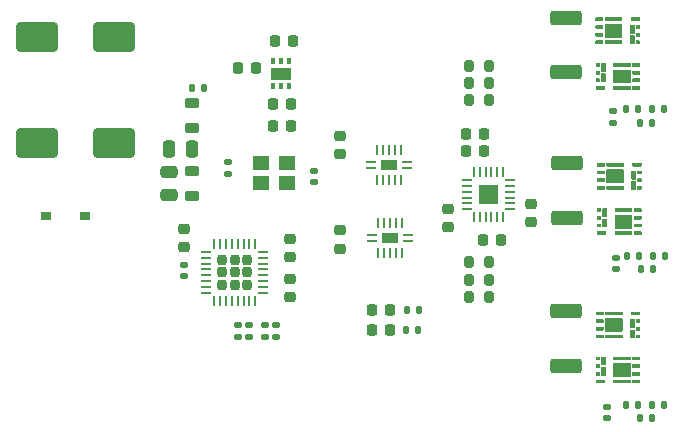
<source format=gtp>
G04 #@! TF.GenerationSoftware,KiCad,Pcbnew,8.0.1*
G04 #@! TF.CreationDate,2024-05-05T00:07:08+03:00*
G04 #@! TF.ProjectId,esc,6573632e-6b69-4636-9164-5f7063625858,rev?*
G04 #@! TF.SameCoordinates,Original*
G04 #@! TF.FileFunction,Paste,Top*
G04 #@! TF.FilePolarity,Positive*
%FSLAX46Y46*%
G04 Gerber Fmt 4.6, Leading zero omitted, Abs format (unit mm)*
G04 Created by KiCad (PCBNEW 8.0.1) date 2024-05-05 00:07:08*
%MOMM*%
%LPD*%
G01*
G04 APERTURE LIST*
G04 Aperture macros list*
%AMRoundRect*
0 Rectangle with rounded corners*
0 $1 Rounding radius*
0 $2 $3 $4 $5 $6 $7 $8 $9 X,Y pos of 4 corners*
0 Add a 4 corners polygon primitive as box body*
4,1,4,$2,$3,$4,$5,$6,$7,$8,$9,$2,$3,0*
0 Add four circle primitives for the rounded corners*
1,1,$1+$1,$2,$3*
1,1,$1+$1,$4,$5*
1,1,$1+$1,$6,$7*
1,1,$1+$1,$8,$9*
0 Add four rect primitives between the rounded corners*
20,1,$1+$1,$2,$3,$4,$5,0*
20,1,$1+$1,$4,$5,$6,$7,0*
20,1,$1+$1,$6,$7,$8,$9,0*
20,1,$1+$1,$8,$9,$2,$3,0*%
G04 Aperture macros list end*
%ADD10C,0.010000*%
%ADD11C,0.000000*%
%ADD12R,0.900000X0.240000*%
%ADD13R,0.240000X0.900000*%
%ADD14R,1.400000X0.900000*%
%ADD15RoundRect,0.200000X-0.200000X-0.275000X0.200000X-0.275000X0.200000X0.275000X-0.200000X0.275000X0*%
%ADD16RoundRect,0.225000X-0.250000X0.225000X-0.250000X-0.225000X0.250000X-0.225000X0.250000X0.225000X0*%
%ADD17RoundRect,0.135000X0.185000X-0.135000X0.185000X0.135000X-0.185000X0.135000X-0.185000X-0.135000X0*%
%ADD18RoundRect,0.250000X-1.075000X0.362500X-1.075000X-0.362500X1.075000X-0.362500X1.075000X0.362500X0*%
%ADD19RoundRect,0.250000X-0.475000X0.250000X-0.475000X-0.250000X0.475000X-0.250000X0.475000X0.250000X0*%
%ADD20RoundRect,0.135000X0.135000X0.185000X-0.135000X0.185000X-0.135000X-0.185000X0.135000X-0.185000X0*%
%ADD21RoundRect,0.218750X-0.381250X0.218750X-0.381250X-0.218750X0.381250X-0.218750X0.381250X0.218750X0*%
%ADD22RoundRect,0.140000X-0.170000X0.140000X-0.170000X-0.140000X0.170000X-0.140000X0.170000X0.140000X0*%
%ADD23R,1.400000X1.200000*%
%ADD24RoundRect,0.135000X-0.135000X-0.185000X0.135000X-0.185000X0.135000X0.185000X-0.135000X0.185000X0*%
%ADD25RoundRect,0.250000X1.500000X1.000000X-1.500000X1.000000X-1.500000X-1.000000X1.500000X-1.000000X0*%
%ADD26RoundRect,0.250000X-0.250000X-0.475000X0.250000X-0.475000X0.250000X0.475000X-0.250000X0.475000X0*%
%ADD27RoundRect,0.225000X0.225000X0.250000X-0.225000X0.250000X-0.225000X-0.250000X0.225000X-0.250000X0*%
%ADD28RoundRect,0.225000X0.250000X-0.225000X0.250000X0.225000X-0.250000X0.225000X-0.250000X-0.225000X0*%
%ADD29RoundRect,0.225000X-0.225000X-0.250000X0.225000X-0.250000X0.225000X0.250000X-0.225000X0.250000X0*%
%ADD30RoundRect,0.140000X0.170000X-0.140000X0.170000X0.140000X-0.170000X0.140000X-0.170000X-0.140000X0*%
%ADD31R,0.812800X0.660400*%
%ADD32RoundRect,0.218750X-0.218750X-0.256250X0.218750X-0.256250X0.218750X0.256250X-0.218750X0.256250X0*%
%ADD33RoundRect,0.207500X0.207500X0.207500X-0.207500X0.207500X-0.207500X-0.207500X0.207500X-0.207500X0*%
%ADD34RoundRect,0.062500X0.375000X0.062500X-0.375000X0.062500X-0.375000X-0.062500X0.375000X-0.062500X0*%
%ADD35RoundRect,0.062500X0.062500X0.375000X-0.062500X0.375000X-0.062500X-0.375000X0.062500X-0.375000X0*%
%ADD36R,0.350000X0.600000*%
%ADD37R,1.700000X1.100000*%
%ADD38R,0.242473X0.809638*%
%ADD39R,0.809638X0.242473*%
G04 APERTURE END LIST*
D10*
X96207000Y-53095325D02*
X96211000Y-53096325D01*
X96214000Y-53097325D01*
X96218000Y-53098325D01*
X96222000Y-53099325D01*
X96226000Y-53100325D01*
X96229000Y-53102325D01*
X96232000Y-53104325D01*
X96236000Y-53106325D01*
X96239000Y-53108325D01*
X96242000Y-53111325D01*
X96245000Y-53113325D01*
X96248000Y-53116325D01*
X96251000Y-53119325D01*
X96253000Y-53122325D01*
X96256000Y-53125325D01*
X96258000Y-53128325D01*
X96260000Y-53132325D01*
X96262000Y-53135325D01*
X96264000Y-53138325D01*
X96265000Y-53142325D01*
X96266000Y-53146325D01*
X96267000Y-53150325D01*
X96268000Y-53153325D01*
X96269000Y-53157325D01*
X96270000Y-53161325D01*
X96270000Y-53165325D01*
X96270000Y-53169325D01*
X96270000Y-53259325D01*
X96270000Y-53263325D01*
X96270000Y-53267325D01*
X96269000Y-53271325D01*
X96268000Y-53275325D01*
X96267000Y-53278325D01*
X96266000Y-53282325D01*
X96265000Y-53286325D01*
X96264000Y-53290325D01*
X96262000Y-53293325D01*
X96260000Y-53297325D01*
X96258000Y-53300325D01*
X96256000Y-53303325D01*
X96253000Y-53306325D01*
X96251000Y-53309325D01*
X96248000Y-53312325D01*
X96245000Y-53315325D01*
X96242000Y-53317325D01*
X96239000Y-53320325D01*
X96236000Y-53322325D01*
X96232000Y-53324325D01*
X96229000Y-53326325D01*
X96226000Y-53328325D01*
X96222000Y-53329325D01*
X96218000Y-53330325D01*
X96214000Y-53331325D01*
X96211000Y-53332325D01*
X96207000Y-53333325D01*
X96203000Y-53334325D01*
X96199000Y-53334325D01*
X96195000Y-53334325D01*
X95645000Y-53334325D01*
X95641000Y-53334325D01*
X95637000Y-53334325D01*
X95633000Y-53333325D01*
X95629000Y-53332325D01*
X95626000Y-53331325D01*
X95622000Y-53330325D01*
X95618000Y-53329325D01*
X95614000Y-53328325D01*
X95611000Y-53326325D01*
X95607000Y-53324325D01*
X95604000Y-53322325D01*
X95601000Y-53320325D01*
X95598000Y-53317325D01*
X95595000Y-53315325D01*
X95592000Y-53312325D01*
X95589000Y-53309325D01*
X95587000Y-53306325D01*
X95584000Y-53303325D01*
X95582000Y-53300325D01*
X95580000Y-53297325D01*
X95578000Y-53293325D01*
X95576000Y-53290325D01*
X95575000Y-53286325D01*
X95574000Y-53282325D01*
X95573000Y-53278325D01*
X95572000Y-53275325D01*
X95571000Y-53271325D01*
X95570000Y-53267325D01*
X95570000Y-53263325D01*
X95570000Y-53259325D01*
X95570000Y-53169325D01*
X95570000Y-53165325D01*
X95570000Y-53161325D01*
X95571000Y-53157325D01*
X95572000Y-53153325D01*
X95573000Y-53150325D01*
X95574000Y-53146325D01*
X95575000Y-53142325D01*
X95576000Y-53138325D01*
X95578000Y-53135325D01*
X95580000Y-53132325D01*
X95582000Y-53128325D01*
X95584000Y-53125325D01*
X95587000Y-53122325D01*
X95589000Y-53119325D01*
X95592000Y-53116325D01*
X95595000Y-53113325D01*
X95598000Y-53111325D01*
X95601000Y-53108325D01*
X95604000Y-53106325D01*
X95607000Y-53104325D01*
X95611000Y-53102325D01*
X95614000Y-53100325D01*
X95618000Y-53099325D01*
X95622000Y-53098325D01*
X95626000Y-53097325D01*
X95629000Y-53096325D01*
X95633000Y-53095325D01*
X95637000Y-53094325D01*
X95641000Y-53094325D01*
X95645000Y-53094325D01*
X96195000Y-53094325D01*
X96199000Y-53094325D01*
X96203000Y-53094325D01*
X96207000Y-53095325D01*
G36*
X96207000Y-53095325D02*
G01*
X96211000Y-53096325D01*
X96214000Y-53097325D01*
X96218000Y-53098325D01*
X96222000Y-53099325D01*
X96226000Y-53100325D01*
X96229000Y-53102325D01*
X96232000Y-53104325D01*
X96236000Y-53106325D01*
X96239000Y-53108325D01*
X96242000Y-53111325D01*
X96245000Y-53113325D01*
X96248000Y-53116325D01*
X96251000Y-53119325D01*
X96253000Y-53122325D01*
X96256000Y-53125325D01*
X96258000Y-53128325D01*
X96260000Y-53132325D01*
X96262000Y-53135325D01*
X96264000Y-53138325D01*
X96265000Y-53142325D01*
X96266000Y-53146325D01*
X96267000Y-53150325D01*
X96268000Y-53153325D01*
X96269000Y-53157325D01*
X96270000Y-53161325D01*
X96270000Y-53165325D01*
X96270000Y-53169325D01*
X96270000Y-53259325D01*
X96270000Y-53263325D01*
X96270000Y-53267325D01*
X96269000Y-53271325D01*
X96268000Y-53275325D01*
X96267000Y-53278325D01*
X96266000Y-53282325D01*
X96265000Y-53286325D01*
X96264000Y-53290325D01*
X96262000Y-53293325D01*
X96260000Y-53297325D01*
X96258000Y-53300325D01*
X96256000Y-53303325D01*
X96253000Y-53306325D01*
X96251000Y-53309325D01*
X96248000Y-53312325D01*
X96245000Y-53315325D01*
X96242000Y-53317325D01*
X96239000Y-53320325D01*
X96236000Y-53322325D01*
X96232000Y-53324325D01*
X96229000Y-53326325D01*
X96226000Y-53328325D01*
X96222000Y-53329325D01*
X96218000Y-53330325D01*
X96214000Y-53331325D01*
X96211000Y-53332325D01*
X96207000Y-53333325D01*
X96203000Y-53334325D01*
X96199000Y-53334325D01*
X96195000Y-53334325D01*
X95645000Y-53334325D01*
X95641000Y-53334325D01*
X95637000Y-53334325D01*
X95633000Y-53333325D01*
X95629000Y-53332325D01*
X95626000Y-53331325D01*
X95622000Y-53330325D01*
X95618000Y-53329325D01*
X95614000Y-53328325D01*
X95611000Y-53326325D01*
X95607000Y-53324325D01*
X95604000Y-53322325D01*
X95601000Y-53320325D01*
X95598000Y-53317325D01*
X95595000Y-53315325D01*
X95592000Y-53312325D01*
X95589000Y-53309325D01*
X95587000Y-53306325D01*
X95584000Y-53303325D01*
X95582000Y-53300325D01*
X95580000Y-53297325D01*
X95578000Y-53293325D01*
X95576000Y-53290325D01*
X95575000Y-53286325D01*
X95574000Y-53282325D01*
X95573000Y-53278325D01*
X95572000Y-53275325D01*
X95571000Y-53271325D01*
X95570000Y-53267325D01*
X95570000Y-53263325D01*
X95570000Y-53259325D01*
X95570000Y-53169325D01*
X95570000Y-53165325D01*
X95570000Y-53161325D01*
X95571000Y-53157325D01*
X95572000Y-53153325D01*
X95573000Y-53150325D01*
X95574000Y-53146325D01*
X95575000Y-53142325D01*
X95576000Y-53138325D01*
X95578000Y-53135325D01*
X95580000Y-53132325D01*
X95582000Y-53128325D01*
X95584000Y-53125325D01*
X95587000Y-53122325D01*
X95589000Y-53119325D01*
X95592000Y-53116325D01*
X95595000Y-53113325D01*
X95598000Y-53111325D01*
X95601000Y-53108325D01*
X95604000Y-53106325D01*
X95607000Y-53104325D01*
X95611000Y-53102325D01*
X95614000Y-53100325D01*
X95618000Y-53099325D01*
X95622000Y-53098325D01*
X95626000Y-53097325D01*
X95629000Y-53096325D01*
X95633000Y-53095325D01*
X95637000Y-53094325D01*
X95641000Y-53094325D01*
X95645000Y-53094325D01*
X96195000Y-53094325D01*
X96199000Y-53094325D01*
X96203000Y-53094325D01*
X96207000Y-53095325D01*
G37*
X95807000Y-51145325D02*
X95811000Y-51146325D01*
X95814000Y-51147325D01*
X95818000Y-51148325D01*
X95822000Y-51149325D01*
X95826000Y-51150325D01*
X95829000Y-51152325D01*
X95833000Y-51154325D01*
X95836000Y-51156325D01*
X95839000Y-51158325D01*
X95842000Y-51161325D01*
X95845000Y-51163325D01*
X95848000Y-51166325D01*
X95851000Y-51169325D01*
X95853000Y-51172325D01*
X95856000Y-51175325D01*
X95858000Y-51178325D01*
X95860000Y-51181325D01*
X95862000Y-51185325D01*
X95864000Y-51188325D01*
X95865000Y-51192325D01*
X95866000Y-51196325D01*
X95867000Y-51200325D01*
X95868000Y-51203325D01*
X95869000Y-51207325D01*
X95870000Y-51211325D01*
X95870000Y-51215325D01*
X95870000Y-51219325D01*
X95870000Y-51309325D01*
X95870000Y-51313325D01*
X95870000Y-51317325D01*
X95869000Y-51321325D01*
X95868000Y-51325325D01*
X95867000Y-51328325D01*
X95866000Y-51332325D01*
X95865000Y-51336325D01*
X95864000Y-51340325D01*
X95862000Y-51343325D01*
X95860000Y-51346325D01*
X95858000Y-51350325D01*
X95856000Y-51353325D01*
X95853000Y-51356325D01*
X95851000Y-51359325D01*
X95848000Y-51362325D01*
X95845000Y-51365325D01*
X95842000Y-51367325D01*
X95839000Y-51370325D01*
X95836000Y-51372325D01*
X95833000Y-51374325D01*
X95829000Y-51376325D01*
X95826000Y-51378325D01*
X95822000Y-51379325D01*
X95818000Y-51380325D01*
X95814000Y-51381325D01*
X95811000Y-51382325D01*
X95807000Y-51383325D01*
X95803000Y-51384325D01*
X95799000Y-51384325D01*
X95795000Y-51384325D01*
X95645000Y-51384325D01*
X95641000Y-51384325D01*
X95637000Y-51384325D01*
X95633000Y-51383325D01*
X95629000Y-51382325D01*
X95626000Y-51381325D01*
X95622000Y-51380325D01*
X95618000Y-51379325D01*
X95614000Y-51378325D01*
X95611000Y-51376325D01*
X95607000Y-51374325D01*
X95604000Y-51372325D01*
X95601000Y-51370325D01*
X95598000Y-51367325D01*
X95595000Y-51365325D01*
X95592000Y-51362325D01*
X95589000Y-51359325D01*
X95587000Y-51356325D01*
X95584000Y-51353325D01*
X95582000Y-51350325D01*
X95580000Y-51346325D01*
X95578000Y-51343325D01*
X95576000Y-51340325D01*
X95575000Y-51336325D01*
X95574000Y-51332325D01*
X95573000Y-51328325D01*
X95572000Y-51325325D01*
X95571000Y-51321325D01*
X95570000Y-51317325D01*
X95570000Y-51313325D01*
X95570000Y-51309325D01*
X95570000Y-51219325D01*
X95570000Y-51215325D01*
X95570000Y-51211325D01*
X95571000Y-51207325D01*
X95572000Y-51203325D01*
X95573000Y-51200325D01*
X95574000Y-51196325D01*
X95575000Y-51192325D01*
X95576000Y-51188325D01*
X95578000Y-51185325D01*
X95580000Y-51181325D01*
X95582000Y-51178325D01*
X95584000Y-51175325D01*
X95587000Y-51172325D01*
X95589000Y-51169325D01*
X95592000Y-51166325D01*
X95595000Y-51163325D01*
X95598000Y-51161325D01*
X95601000Y-51158325D01*
X95604000Y-51156325D01*
X95607000Y-51154325D01*
X95611000Y-51152325D01*
X95614000Y-51150325D01*
X95618000Y-51149325D01*
X95622000Y-51148325D01*
X95626000Y-51147325D01*
X95629000Y-51146325D01*
X95633000Y-51145325D01*
X95637000Y-51144325D01*
X95641000Y-51144325D01*
X95645000Y-51144325D01*
X95795000Y-51144325D01*
X95799000Y-51144325D01*
X95803000Y-51144325D01*
X95807000Y-51145325D01*
G36*
X95807000Y-51145325D02*
G01*
X95811000Y-51146325D01*
X95814000Y-51147325D01*
X95818000Y-51148325D01*
X95822000Y-51149325D01*
X95826000Y-51150325D01*
X95829000Y-51152325D01*
X95833000Y-51154325D01*
X95836000Y-51156325D01*
X95839000Y-51158325D01*
X95842000Y-51161325D01*
X95845000Y-51163325D01*
X95848000Y-51166325D01*
X95851000Y-51169325D01*
X95853000Y-51172325D01*
X95856000Y-51175325D01*
X95858000Y-51178325D01*
X95860000Y-51181325D01*
X95862000Y-51185325D01*
X95864000Y-51188325D01*
X95865000Y-51192325D01*
X95866000Y-51196325D01*
X95867000Y-51200325D01*
X95868000Y-51203325D01*
X95869000Y-51207325D01*
X95870000Y-51211325D01*
X95870000Y-51215325D01*
X95870000Y-51219325D01*
X95870000Y-51309325D01*
X95870000Y-51313325D01*
X95870000Y-51317325D01*
X95869000Y-51321325D01*
X95868000Y-51325325D01*
X95867000Y-51328325D01*
X95866000Y-51332325D01*
X95865000Y-51336325D01*
X95864000Y-51340325D01*
X95862000Y-51343325D01*
X95860000Y-51346325D01*
X95858000Y-51350325D01*
X95856000Y-51353325D01*
X95853000Y-51356325D01*
X95851000Y-51359325D01*
X95848000Y-51362325D01*
X95845000Y-51365325D01*
X95842000Y-51367325D01*
X95839000Y-51370325D01*
X95836000Y-51372325D01*
X95833000Y-51374325D01*
X95829000Y-51376325D01*
X95826000Y-51378325D01*
X95822000Y-51379325D01*
X95818000Y-51380325D01*
X95814000Y-51381325D01*
X95811000Y-51382325D01*
X95807000Y-51383325D01*
X95803000Y-51384325D01*
X95799000Y-51384325D01*
X95795000Y-51384325D01*
X95645000Y-51384325D01*
X95641000Y-51384325D01*
X95637000Y-51384325D01*
X95633000Y-51383325D01*
X95629000Y-51382325D01*
X95626000Y-51381325D01*
X95622000Y-51380325D01*
X95618000Y-51379325D01*
X95614000Y-51378325D01*
X95611000Y-51376325D01*
X95607000Y-51374325D01*
X95604000Y-51372325D01*
X95601000Y-51370325D01*
X95598000Y-51367325D01*
X95595000Y-51365325D01*
X95592000Y-51362325D01*
X95589000Y-51359325D01*
X95587000Y-51356325D01*
X95584000Y-51353325D01*
X95582000Y-51350325D01*
X95580000Y-51346325D01*
X95578000Y-51343325D01*
X95576000Y-51340325D01*
X95575000Y-51336325D01*
X95574000Y-51332325D01*
X95573000Y-51328325D01*
X95572000Y-51325325D01*
X95571000Y-51321325D01*
X95570000Y-51317325D01*
X95570000Y-51313325D01*
X95570000Y-51309325D01*
X95570000Y-51219325D01*
X95570000Y-51215325D01*
X95570000Y-51211325D01*
X95571000Y-51207325D01*
X95572000Y-51203325D01*
X95573000Y-51200325D01*
X95574000Y-51196325D01*
X95575000Y-51192325D01*
X95576000Y-51188325D01*
X95578000Y-51185325D01*
X95580000Y-51181325D01*
X95582000Y-51178325D01*
X95584000Y-51175325D01*
X95587000Y-51172325D01*
X95589000Y-51169325D01*
X95592000Y-51166325D01*
X95595000Y-51163325D01*
X95598000Y-51161325D01*
X95601000Y-51158325D01*
X95604000Y-51156325D01*
X95607000Y-51154325D01*
X95611000Y-51152325D01*
X95614000Y-51150325D01*
X95618000Y-51149325D01*
X95622000Y-51148325D01*
X95626000Y-51147325D01*
X95629000Y-51146325D01*
X95633000Y-51145325D01*
X95637000Y-51144325D01*
X95641000Y-51144325D01*
X95645000Y-51144325D01*
X95795000Y-51144325D01*
X95799000Y-51144325D01*
X95803000Y-51144325D01*
X95807000Y-51145325D01*
G37*
X95807000Y-51795325D02*
X95811000Y-51796325D01*
X95814000Y-51797325D01*
X95818000Y-51798325D01*
X95822000Y-51799325D01*
X95826000Y-51800325D01*
X95829000Y-51802325D01*
X95833000Y-51804325D01*
X95836000Y-51806325D01*
X95839000Y-51808325D01*
X95842000Y-51811325D01*
X95845000Y-51813325D01*
X95848000Y-51816325D01*
X95851000Y-51819325D01*
X95853000Y-51822325D01*
X95856000Y-51825325D01*
X95858000Y-51828325D01*
X95860000Y-51832325D01*
X95862000Y-51835325D01*
X95864000Y-51838325D01*
X95865000Y-51842325D01*
X95866000Y-51846325D01*
X95867000Y-51850325D01*
X95868000Y-51853325D01*
X95869000Y-51857325D01*
X95870000Y-51861325D01*
X95870000Y-51865325D01*
X95870000Y-51869325D01*
X95870000Y-51959325D01*
X95870000Y-51963325D01*
X95870000Y-51967325D01*
X95869000Y-51971325D01*
X95868000Y-51975325D01*
X95867000Y-51978325D01*
X95866000Y-51982325D01*
X95865000Y-51986325D01*
X95864000Y-51990325D01*
X95862000Y-51993325D01*
X95860000Y-51997325D01*
X95858000Y-52000325D01*
X95856000Y-52003325D01*
X95853000Y-52006325D01*
X95851000Y-52009325D01*
X95848000Y-52012325D01*
X95845000Y-52015325D01*
X95842000Y-52017325D01*
X95839000Y-52020325D01*
X95836000Y-52022325D01*
X95833000Y-52024325D01*
X95829000Y-52026325D01*
X95826000Y-52028325D01*
X95822000Y-52029325D01*
X95818000Y-52030325D01*
X95814000Y-52031325D01*
X95811000Y-52032325D01*
X95807000Y-52033325D01*
X95803000Y-52034325D01*
X95799000Y-52034325D01*
X95795000Y-52034325D01*
X95645000Y-52034325D01*
X95641000Y-52034325D01*
X95637000Y-52034325D01*
X95633000Y-52033325D01*
X95629000Y-52032325D01*
X95626000Y-52031325D01*
X95622000Y-52030325D01*
X95618000Y-52029325D01*
X95614000Y-52028325D01*
X95611000Y-52026325D01*
X95607000Y-52024325D01*
X95604000Y-52022325D01*
X95601000Y-52020325D01*
X95598000Y-52017325D01*
X95595000Y-52015325D01*
X95592000Y-52012325D01*
X95589000Y-52009325D01*
X95587000Y-52006325D01*
X95584000Y-52003325D01*
X95582000Y-52000325D01*
X95580000Y-51996325D01*
X95578000Y-51993325D01*
X95576000Y-51990325D01*
X95575000Y-51986325D01*
X95574000Y-51982325D01*
X95573000Y-51978325D01*
X95572000Y-51975325D01*
X95571000Y-51971325D01*
X95570000Y-51967325D01*
X95570000Y-51963325D01*
X95570000Y-51959325D01*
X95570000Y-51869325D01*
X95570000Y-51865325D01*
X95570000Y-51861325D01*
X95571000Y-51857325D01*
X95572000Y-51853325D01*
X95573000Y-51850325D01*
X95574000Y-51846325D01*
X95575000Y-51842325D01*
X95576000Y-51838325D01*
X95578000Y-51835325D01*
X95580000Y-51832325D01*
X95582000Y-51828325D01*
X95584000Y-51825325D01*
X95587000Y-51822325D01*
X95589000Y-51819325D01*
X95592000Y-51816325D01*
X95595000Y-51813325D01*
X95598000Y-51811325D01*
X95601000Y-51808325D01*
X95604000Y-51806325D01*
X95607000Y-51804325D01*
X95611000Y-51802325D01*
X95614000Y-51800325D01*
X95618000Y-51799325D01*
X95622000Y-51798325D01*
X95626000Y-51797325D01*
X95629000Y-51796325D01*
X95633000Y-51795325D01*
X95637000Y-51794325D01*
X95641000Y-51794325D01*
X95645000Y-51794325D01*
X95795000Y-51794325D01*
X95799000Y-51794325D01*
X95803000Y-51794325D01*
X95807000Y-51795325D01*
G36*
X95807000Y-51795325D02*
G01*
X95811000Y-51796325D01*
X95814000Y-51797325D01*
X95818000Y-51798325D01*
X95822000Y-51799325D01*
X95826000Y-51800325D01*
X95829000Y-51802325D01*
X95833000Y-51804325D01*
X95836000Y-51806325D01*
X95839000Y-51808325D01*
X95842000Y-51811325D01*
X95845000Y-51813325D01*
X95848000Y-51816325D01*
X95851000Y-51819325D01*
X95853000Y-51822325D01*
X95856000Y-51825325D01*
X95858000Y-51828325D01*
X95860000Y-51832325D01*
X95862000Y-51835325D01*
X95864000Y-51838325D01*
X95865000Y-51842325D01*
X95866000Y-51846325D01*
X95867000Y-51850325D01*
X95868000Y-51853325D01*
X95869000Y-51857325D01*
X95870000Y-51861325D01*
X95870000Y-51865325D01*
X95870000Y-51869325D01*
X95870000Y-51959325D01*
X95870000Y-51963325D01*
X95870000Y-51967325D01*
X95869000Y-51971325D01*
X95868000Y-51975325D01*
X95867000Y-51978325D01*
X95866000Y-51982325D01*
X95865000Y-51986325D01*
X95864000Y-51990325D01*
X95862000Y-51993325D01*
X95860000Y-51997325D01*
X95858000Y-52000325D01*
X95856000Y-52003325D01*
X95853000Y-52006325D01*
X95851000Y-52009325D01*
X95848000Y-52012325D01*
X95845000Y-52015325D01*
X95842000Y-52017325D01*
X95839000Y-52020325D01*
X95836000Y-52022325D01*
X95833000Y-52024325D01*
X95829000Y-52026325D01*
X95826000Y-52028325D01*
X95822000Y-52029325D01*
X95818000Y-52030325D01*
X95814000Y-52031325D01*
X95811000Y-52032325D01*
X95807000Y-52033325D01*
X95803000Y-52034325D01*
X95799000Y-52034325D01*
X95795000Y-52034325D01*
X95645000Y-52034325D01*
X95641000Y-52034325D01*
X95637000Y-52034325D01*
X95633000Y-52033325D01*
X95629000Y-52032325D01*
X95626000Y-52031325D01*
X95622000Y-52030325D01*
X95618000Y-52029325D01*
X95614000Y-52028325D01*
X95611000Y-52026325D01*
X95607000Y-52024325D01*
X95604000Y-52022325D01*
X95601000Y-52020325D01*
X95598000Y-52017325D01*
X95595000Y-52015325D01*
X95592000Y-52012325D01*
X95589000Y-52009325D01*
X95587000Y-52006325D01*
X95584000Y-52003325D01*
X95582000Y-52000325D01*
X95580000Y-51996325D01*
X95578000Y-51993325D01*
X95576000Y-51990325D01*
X95575000Y-51986325D01*
X95574000Y-51982325D01*
X95573000Y-51978325D01*
X95572000Y-51975325D01*
X95571000Y-51971325D01*
X95570000Y-51967325D01*
X95570000Y-51963325D01*
X95570000Y-51959325D01*
X95570000Y-51869325D01*
X95570000Y-51865325D01*
X95570000Y-51861325D01*
X95571000Y-51857325D01*
X95572000Y-51853325D01*
X95573000Y-51850325D01*
X95574000Y-51846325D01*
X95575000Y-51842325D01*
X95576000Y-51838325D01*
X95578000Y-51835325D01*
X95580000Y-51832325D01*
X95582000Y-51828325D01*
X95584000Y-51825325D01*
X95587000Y-51822325D01*
X95589000Y-51819325D01*
X95592000Y-51816325D01*
X95595000Y-51813325D01*
X95598000Y-51811325D01*
X95601000Y-51808325D01*
X95604000Y-51806325D01*
X95607000Y-51804325D01*
X95611000Y-51802325D01*
X95614000Y-51800325D01*
X95618000Y-51799325D01*
X95622000Y-51798325D01*
X95626000Y-51797325D01*
X95629000Y-51796325D01*
X95633000Y-51795325D01*
X95637000Y-51794325D01*
X95641000Y-51794325D01*
X95645000Y-51794325D01*
X95795000Y-51794325D01*
X95799000Y-51794325D01*
X95803000Y-51794325D01*
X95807000Y-51795325D01*
G37*
X95807000Y-52445325D02*
X95811000Y-52446325D01*
X95814000Y-52447325D01*
X95818000Y-52448325D01*
X95822000Y-52449325D01*
X95826000Y-52450325D01*
X95829000Y-52452325D01*
X95833000Y-52454325D01*
X95836000Y-52456325D01*
X95839000Y-52458325D01*
X95842000Y-52461325D01*
X95845000Y-52463325D01*
X95848000Y-52466325D01*
X95851000Y-52469325D01*
X95853000Y-52472325D01*
X95856000Y-52475325D01*
X95858000Y-52478325D01*
X95860000Y-52481325D01*
X95862000Y-52485325D01*
X95864000Y-52488325D01*
X95865000Y-52492325D01*
X95866000Y-52496325D01*
X95867000Y-52500325D01*
X95868000Y-52503325D01*
X95869000Y-52507325D01*
X95870000Y-52511325D01*
X95870000Y-52515325D01*
X95870000Y-52519325D01*
X95870000Y-52609325D01*
X95870000Y-52613325D01*
X95870000Y-52617325D01*
X95869000Y-52621325D01*
X95868000Y-52625325D01*
X95867000Y-52628325D01*
X95866000Y-52632325D01*
X95865000Y-52636325D01*
X95864000Y-52640325D01*
X95862000Y-52643325D01*
X95860000Y-52646325D01*
X95858000Y-52650325D01*
X95856000Y-52653325D01*
X95853000Y-52656325D01*
X95851000Y-52659325D01*
X95848000Y-52662325D01*
X95845000Y-52665325D01*
X95842000Y-52667325D01*
X95839000Y-52670325D01*
X95836000Y-52672325D01*
X95833000Y-52674325D01*
X95829000Y-52676325D01*
X95826000Y-52678325D01*
X95822000Y-52679325D01*
X95818000Y-52680325D01*
X95814000Y-52681325D01*
X95811000Y-52682325D01*
X95807000Y-52683325D01*
X95803000Y-52684325D01*
X95799000Y-52684325D01*
X95795000Y-52684325D01*
X95645000Y-52684325D01*
X95641000Y-52684325D01*
X95637000Y-52684325D01*
X95633000Y-52683325D01*
X95629000Y-52682325D01*
X95626000Y-52681325D01*
X95622000Y-52680325D01*
X95618000Y-52679325D01*
X95614000Y-52678325D01*
X95611000Y-52676325D01*
X95607000Y-52674325D01*
X95604000Y-52672325D01*
X95601000Y-52670325D01*
X95598000Y-52667325D01*
X95595000Y-52665325D01*
X95592000Y-52662325D01*
X95589000Y-52659325D01*
X95587000Y-52656325D01*
X95584000Y-52653325D01*
X95582000Y-52650325D01*
X95580000Y-52646325D01*
X95578000Y-52643325D01*
X95576000Y-52640325D01*
X95575000Y-52636325D01*
X95574000Y-52632325D01*
X95573000Y-52628325D01*
X95572000Y-52625325D01*
X95571000Y-52621325D01*
X95570000Y-52617325D01*
X95570000Y-52613325D01*
X95570000Y-52609325D01*
X95570000Y-52519325D01*
X95570000Y-52515325D01*
X95570000Y-52511325D01*
X95571000Y-52507325D01*
X95572000Y-52503325D01*
X95573000Y-52500325D01*
X95574000Y-52496325D01*
X95575000Y-52492325D01*
X95576000Y-52488325D01*
X95578000Y-52485325D01*
X95580000Y-52482325D01*
X95582000Y-52478325D01*
X95584000Y-52475325D01*
X95587000Y-52472325D01*
X95589000Y-52469325D01*
X95592000Y-52466325D01*
X95595000Y-52463325D01*
X95598000Y-52461325D01*
X95601000Y-52458325D01*
X95604000Y-52456325D01*
X95607000Y-52454325D01*
X95611000Y-52452325D01*
X95614000Y-52450325D01*
X95618000Y-52449325D01*
X95622000Y-52448325D01*
X95626000Y-52447325D01*
X95629000Y-52446325D01*
X95633000Y-52445325D01*
X95637000Y-52444325D01*
X95641000Y-52444325D01*
X95645000Y-52444325D01*
X95795000Y-52444325D01*
X95799000Y-52444325D01*
X95803000Y-52444325D01*
X95807000Y-52445325D01*
G36*
X95807000Y-52445325D02*
G01*
X95811000Y-52446325D01*
X95814000Y-52447325D01*
X95818000Y-52448325D01*
X95822000Y-52449325D01*
X95826000Y-52450325D01*
X95829000Y-52452325D01*
X95833000Y-52454325D01*
X95836000Y-52456325D01*
X95839000Y-52458325D01*
X95842000Y-52461325D01*
X95845000Y-52463325D01*
X95848000Y-52466325D01*
X95851000Y-52469325D01*
X95853000Y-52472325D01*
X95856000Y-52475325D01*
X95858000Y-52478325D01*
X95860000Y-52481325D01*
X95862000Y-52485325D01*
X95864000Y-52488325D01*
X95865000Y-52492325D01*
X95866000Y-52496325D01*
X95867000Y-52500325D01*
X95868000Y-52503325D01*
X95869000Y-52507325D01*
X95870000Y-52511325D01*
X95870000Y-52515325D01*
X95870000Y-52519325D01*
X95870000Y-52609325D01*
X95870000Y-52613325D01*
X95870000Y-52617325D01*
X95869000Y-52621325D01*
X95868000Y-52625325D01*
X95867000Y-52628325D01*
X95866000Y-52632325D01*
X95865000Y-52636325D01*
X95864000Y-52640325D01*
X95862000Y-52643325D01*
X95860000Y-52646325D01*
X95858000Y-52650325D01*
X95856000Y-52653325D01*
X95853000Y-52656325D01*
X95851000Y-52659325D01*
X95848000Y-52662325D01*
X95845000Y-52665325D01*
X95842000Y-52667325D01*
X95839000Y-52670325D01*
X95836000Y-52672325D01*
X95833000Y-52674325D01*
X95829000Y-52676325D01*
X95826000Y-52678325D01*
X95822000Y-52679325D01*
X95818000Y-52680325D01*
X95814000Y-52681325D01*
X95811000Y-52682325D01*
X95807000Y-52683325D01*
X95803000Y-52684325D01*
X95799000Y-52684325D01*
X95795000Y-52684325D01*
X95645000Y-52684325D01*
X95641000Y-52684325D01*
X95637000Y-52684325D01*
X95633000Y-52683325D01*
X95629000Y-52682325D01*
X95626000Y-52681325D01*
X95622000Y-52680325D01*
X95618000Y-52679325D01*
X95614000Y-52678325D01*
X95611000Y-52676325D01*
X95607000Y-52674325D01*
X95604000Y-52672325D01*
X95601000Y-52670325D01*
X95598000Y-52667325D01*
X95595000Y-52665325D01*
X95592000Y-52662325D01*
X95589000Y-52659325D01*
X95587000Y-52656325D01*
X95584000Y-52653325D01*
X95582000Y-52650325D01*
X95580000Y-52646325D01*
X95578000Y-52643325D01*
X95576000Y-52640325D01*
X95575000Y-52636325D01*
X95574000Y-52632325D01*
X95573000Y-52628325D01*
X95572000Y-52625325D01*
X95571000Y-52621325D01*
X95570000Y-52617325D01*
X95570000Y-52613325D01*
X95570000Y-52609325D01*
X95570000Y-52519325D01*
X95570000Y-52515325D01*
X95570000Y-52511325D01*
X95571000Y-52507325D01*
X95572000Y-52503325D01*
X95573000Y-52500325D01*
X95574000Y-52496325D01*
X95575000Y-52492325D01*
X95576000Y-52488325D01*
X95578000Y-52485325D01*
X95580000Y-52482325D01*
X95582000Y-52478325D01*
X95584000Y-52475325D01*
X95587000Y-52472325D01*
X95589000Y-52469325D01*
X95592000Y-52466325D01*
X95595000Y-52463325D01*
X95598000Y-52461325D01*
X95601000Y-52458325D01*
X95604000Y-52456325D01*
X95607000Y-52454325D01*
X95611000Y-52452325D01*
X95614000Y-52450325D01*
X95618000Y-52449325D01*
X95622000Y-52448325D01*
X95626000Y-52447325D01*
X95629000Y-52446325D01*
X95633000Y-52445325D01*
X95637000Y-52444325D01*
X95641000Y-52444325D01*
X95645000Y-52444325D01*
X95795000Y-52444325D01*
X95799000Y-52444325D01*
X95803000Y-52444325D01*
X95807000Y-52445325D01*
G37*
X96307000Y-51146325D02*
X96311000Y-51147325D01*
X96314000Y-51148325D01*
X96318000Y-51149325D01*
X96322000Y-51150325D01*
X96326000Y-51151325D01*
X96329000Y-51153325D01*
X96333000Y-51155325D01*
X96336000Y-51157325D01*
X96339000Y-51159325D01*
X96342000Y-51162325D01*
X96345000Y-51164325D01*
X96348000Y-51167325D01*
X96351000Y-51170325D01*
X96353000Y-51173325D01*
X96356000Y-51176325D01*
X96358000Y-51179325D01*
X96360000Y-51183325D01*
X96362000Y-51186325D01*
X96364000Y-51189325D01*
X96365000Y-51193325D01*
X96366000Y-51197325D01*
X96367000Y-51201325D01*
X96368000Y-51204325D01*
X96369000Y-51208325D01*
X96370000Y-51212325D01*
X96370000Y-51216325D01*
X96370000Y-51220325D01*
X96370000Y-51738325D01*
X96370000Y-51742325D01*
X96370000Y-51746325D01*
X96369000Y-51750325D01*
X96368000Y-51754325D01*
X96367000Y-51757325D01*
X96366000Y-51761325D01*
X96365000Y-51765325D01*
X96364000Y-51769325D01*
X96362000Y-51772325D01*
X96360000Y-51775325D01*
X96358000Y-51779325D01*
X96356000Y-51782325D01*
X96353000Y-51785325D01*
X96351000Y-51788325D01*
X96348000Y-51791325D01*
X96345000Y-51794325D01*
X96342000Y-51796325D01*
X96339000Y-51799325D01*
X96336000Y-51801325D01*
X96333000Y-51803325D01*
X96329000Y-51805325D01*
X96326000Y-51807325D01*
X96322000Y-51808325D01*
X96318000Y-51809325D01*
X96314000Y-51810325D01*
X96311000Y-51811325D01*
X96307000Y-51812325D01*
X96303000Y-51813325D01*
X96299000Y-51813325D01*
X96295000Y-51813325D01*
X96095000Y-51813325D01*
X96091000Y-51813325D01*
X96087000Y-51813325D01*
X96083000Y-51812325D01*
X96079000Y-51811325D01*
X96076000Y-51810325D01*
X96072000Y-51809325D01*
X96068000Y-51808325D01*
X96064000Y-51807325D01*
X96061000Y-51805325D01*
X96058000Y-51803325D01*
X96054000Y-51801325D01*
X96051000Y-51799325D01*
X96048000Y-51796325D01*
X96045000Y-51794325D01*
X96042000Y-51791325D01*
X96039000Y-51788325D01*
X96037000Y-51785325D01*
X96034000Y-51782325D01*
X96032000Y-51779325D01*
X96030000Y-51775325D01*
X96028000Y-51772325D01*
X96026000Y-51769325D01*
X96025000Y-51765325D01*
X96024000Y-51761325D01*
X96023000Y-51757325D01*
X96022000Y-51754325D01*
X96021000Y-51750325D01*
X96020000Y-51746325D01*
X96020000Y-51742325D01*
X96020000Y-51738325D01*
X96020000Y-51220325D01*
X96020000Y-51216325D01*
X96020000Y-51212325D01*
X96021000Y-51208325D01*
X96022000Y-51204325D01*
X96023000Y-51201325D01*
X96024000Y-51197325D01*
X96025000Y-51193325D01*
X96026000Y-51189325D01*
X96028000Y-51186325D01*
X96030000Y-51183325D01*
X96032000Y-51179325D01*
X96034000Y-51176325D01*
X96037000Y-51173325D01*
X96039000Y-51170325D01*
X96042000Y-51167325D01*
X96045000Y-51164325D01*
X96048000Y-51162325D01*
X96051000Y-51159325D01*
X96054000Y-51157325D01*
X96058000Y-51155325D01*
X96061000Y-51153325D01*
X96064000Y-51151325D01*
X96068000Y-51150325D01*
X96072000Y-51149325D01*
X96076000Y-51148325D01*
X96079000Y-51147325D01*
X96083000Y-51146325D01*
X96087000Y-51145325D01*
X96091000Y-51145325D01*
X96095000Y-51145325D01*
X96295000Y-51145325D01*
X96299000Y-51145325D01*
X96303000Y-51145325D01*
X96307000Y-51146325D01*
G36*
X96307000Y-51146325D02*
G01*
X96311000Y-51147325D01*
X96314000Y-51148325D01*
X96318000Y-51149325D01*
X96322000Y-51150325D01*
X96326000Y-51151325D01*
X96329000Y-51153325D01*
X96333000Y-51155325D01*
X96336000Y-51157325D01*
X96339000Y-51159325D01*
X96342000Y-51162325D01*
X96345000Y-51164325D01*
X96348000Y-51167325D01*
X96351000Y-51170325D01*
X96353000Y-51173325D01*
X96356000Y-51176325D01*
X96358000Y-51179325D01*
X96360000Y-51183325D01*
X96362000Y-51186325D01*
X96364000Y-51189325D01*
X96365000Y-51193325D01*
X96366000Y-51197325D01*
X96367000Y-51201325D01*
X96368000Y-51204325D01*
X96369000Y-51208325D01*
X96370000Y-51212325D01*
X96370000Y-51216325D01*
X96370000Y-51220325D01*
X96370000Y-51738325D01*
X96370000Y-51742325D01*
X96370000Y-51746325D01*
X96369000Y-51750325D01*
X96368000Y-51754325D01*
X96367000Y-51757325D01*
X96366000Y-51761325D01*
X96365000Y-51765325D01*
X96364000Y-51769325D01*
X96362000Y-51772325D01*
X96360000Y-51775325D01*
X96358000Y-51779325D01*
X96356000Y-51782325D01*
X96353000Y-51785325D01*
X96351000Y-51788325D01*
X96348000Y-51791325D01*
X96345000Y-51794325D01*
X96342000Y-51796325D01*
X96339000Y-51799325D01*
X96336000Y-51801325D01*
X96333000Y-51803325D01*
X96329000Y-51805325D01*
X96326000Y-51807325D01*
X96322000Y-51808325D01*
X96318000Y-51809325D01*
X96314000Y-51810325D01*
X96311000Y-51811325D01*
X96307000Y-51812325D01*
X96303000Y-51813325D01*
X96299000Y-51813325D01*
X96295000Y-51813325D01*
X96095000Y-51813325D01*
X96091000Y-51813325D01*
X96087000Y-51813325D01*
X96083000Y-51812325D01*
X96079000Y-51811325D01*
X96076000Y-51810325D01*
X96072000Y-51809325D01*
X96068000Y-51808325D01*
X96064000Y-51807325D01*
X96061000Y-51805325D01*
X96058000Y-51803325D01*
X96054000Y-51801325D01*
X96051000Y-51799325D01*
X96048000Y-51796325D01*
X96045000Y-51794325D01*
X96042000Y-51791325D01*
X96039000Y-51788325D01*
X96037000Y-51785325D01*
X96034000Y-51782325D01*
X96032000Y-51779325D01*
X96030000Y-51775325D01*
X96028000Y-51772325D01*
X96026000Y-51769325D01*
X96025000Y-51765325D01*
X96024000Y-51761325D01*
X96023000Y-51757325D01*
X96022000Y-51754325D01*
X96021000Y-51750325D01*
X96020000Y-51746325D01*
X96020000Y-51742325D01*
X96020000Y-51738325D01*
X96020000Y-51220325D01*
X96020000Y-51216325D01*
X96020000Y-51212325D01*
X96021000Y-51208325D01*
X96022000Y-51204325D01*
X96023000Y-51201325D01*
X96024000Y-51197325D01*
X96025000Y-51193325D01*
X96026000Y-51189325D01*
X96028000Y-51186325D01*
X96030000Y-51183325D01*
X96032000Y-51179325D01*
X96034000Y-51176325D01*
X96037000Y-51173325D01*
X96039000Y-51170325D01*
X96042000Y-51167325D01*
X96045000Y-51164325D01*
X96048000Y-51162325D01*
X96051000Y-51159325D01*
X96054000Y-51157325D01*
X96058000Y-51155325D01*
X96061000Y-51153325D01*
X96064000Y-51151325D01*
X96068000Y-51150325D01*
X96072000Y-51149325D01*
X96076000Y-51148325D01*
X96079000Y-51147325D01*
X96083000Y-51146325D01*
X96087000Y-51145325D01*
X96091000Y-51145325D01*
X96095000Y-51145325D01*
X96295000Y-51145325D01*
X96299000Y-51145325D01*
X96303000Y-51145325D01*
X96307000Y-51146325D01*
G37*
X96307000Y-52016325D02*
X96311000Y-52017325D01*
X96314000Y-52018325D01*
X96318000Y-52019325D01*
X96322000Y-52020325D01*
X96326000Y-52021325D01*
X96329000Y-52023325D01*
X96333000Y-52025325D01*
X96336000Y-52027325D01*
X96339000Y-52029325D01*
X96342000Y-52032325D01*
X96345000Y-52034325D01*
X96348000Y-52037325D01*
X96351000Y-52040325D01*
X96353000Y-52043325D01*
X96356000Y-52046325D01*
X96358000Y-52049325D01*
X96360000Y-52053325D01*
X96362000Y-52056325D01*
X96364000Y-52059325D01*
X96365000Y-52063325D01*
X96366000Y-52067325D01*
X96367000Y-52071325D01*
X96368000Y-52074325D01*
X96369000Y-52078325D01*
X96370000Y-52082325D01*
X96370000Y-52086325D01*
X96370000Y-52090325D01*
X96370000Y-52608325D01*
X96370000Y-52612325D01*
X96370000Y-52616325D01*
X96369000Y-52620325D01*
X96368000Y-52624325D01*
X96367000Y-52627325D01*
X96366000Y-52631325D01*
X96365000Y-52635325D01*
X96364000Y-52639325D01*
X96362000Y-52642325D01*
X96360000Y-52645325D01*
X96358000Y-52649325D01*
X96356000Y-52652325D01*
X96353000Y-52655325D01*
X96351000Y-52658325D01*
X96348000Y-52661325D01*
X96345000Y-52664325D01*
X96342000Y-52666325D01*
X96339000Y-52669325D01*
X96336000Y-52671325D01*
X96333000Y-52673325D01*
X96329000Y-52675325D01*
X96326000Y-52677325D01*
X96322000Y-52678325D01*
X96318000Y-52679325D01*
X96314000Y-52680325D01*
X96311000Y-52681325D01*
X96307000Y-52682325D01*
X96303000Y-52683325D01*
X96299000Y-52683325D01*
X96295000Y-52683325D01*
X96095000Y-52683325D01*
X96091000Y-52683325D01*
X96087000Y-52683325D01*
X96083000Y-52682325D01*
X96079000Y-52681325D01*
X96076000Y-52680325D01*
X96072000Y-52679325D01*
X96068000Y-52678325D01*
X96064000Y-52677325D01*
X96061000Y-52675325D01*
X96058000Y-52673325D01*
X96054000Y-52671325D01*
X96051000Y-52669325D01*
X96048000Y-52666325D01*
X96045000Y-52664325D01*
X96042000Y-52661325D01*
X96039000Y-52658325D01*
X96037000Y-52655325D01*
X96034000Y-52652325D01*
X96032000Y-52649325D01*
X96030000Y-52645325D01*
X96028000Y-52642325D01*
X96026000Y-52639325D01*
X96025000Y-52635325D01*
X96024000Y-52631325D01*
X96023000Y-52627325D01*
X96022000Y-52624325D01*
X96021000Y-52620325D01*
X96020000Y-52616325D01*
X96020000Y-52612325D01*
X96020000Y-52608325D01*
X96020000Y-52090325D01*
X96020000Y-52086325D01*
X96020000Y-52082325D01*
X96021000Y-52078325D01*
X96022000Y-52074325D01*
X96023000Y-52071325D01*
X96024000Y-52067325D01*
X96025000Y-52063325D01*
X96026000Y-52059325D01*
X96028000Y-52056325D01*
X96030000Y-52053325D01*
X96032000Y-52049325D01*
X96034000Y-52046325D01*
X96037000Y-52043325D01*
X96039000Y-52040325D01*
X96042000Y-52037325D01*
X96045000Y-52034325D01*
X96048000Y-52032325D01*
X96051000Y-52029325D01*
X96054000Y-52027325D01*
X96058000Y-52025325D01*
X96061000Y-52023325D01*
X96064000Y-52021325D01*
X96068000Y-52020325D01*
X96072000Y-52019325D01*
X96076000Y-52018325D01*
X96079000Y-52017325D01*
X96083000Y-52016325D01*
X96087000Y-52015325D01*
X96091000Y-52015325D01*
X96095000Y-52015325D01*
X96295000Y-52015325D01*
X96299000Y-52015325D01*
X96303000Y-52015325D01*
X96307000Y-52016325D01*
G36*
X96307000Y-52016325D02*
G01*
X96311000Y-52017325D01*
X96314000Y-52018325D01*
X96318000Y-52019325D01*
X96322000Y-52020325D01*
X96326000Y-52021325D01*
X96329000Y-52023325D01*
X96333000Y-52025325D01*
X96336000Y-52027325D01*
X96339000Y-52029325D01*
X96342000Y-52032325D01*
X96345000Y-52034325D01*
X96348000Y-52037325D01*
X96351000Y-52040325D01*
X96353000Y-52043325D01*
X96356000Y-52046325D01*
X96358000Y-52049325D01*
X96360000Y-52053325D01*
X96362000Y-52056325D01*
X96364000Y-52059325D01*
X96365000Y-52063325D01*
X96366000Y-52067325D01*
X96367000Y-52071325D01*
X96368000Y-52074325D01*
X96369000Y-52078325D01*
X96370000Y-52082325D01*
X96370000Y-52086325D01*
X96370000Y-52090325D01*
X96370000Y-52608325D01*
X96370000Y-52612325D01*
X96370000Y-52616325D01*
X96369000Y-52620325D01*
X96368000Y-52624325D01*
X96367000Y-52627325D01*
X96366000Y-52631325D01*
X96365000Y-52635325D01*
X96364000Y-52639325D01*
X96362000Y-52642325D01*
X96360000Y-52645325D01*
X96358000Y-52649325D01*
X96356000Y-52652325D01*
X96353000Y-52655325D01*
X96351000Y-52658325D01*
X96348000Y-52661325D01*
X96345000Y-52664325D01*
X96342000Y-52666325D01*
X96339000Y-52669325D01*
X96336000Y-52671325D01*
X96333000Y-52673325D01*
X96329000Y-52675325D01*
X96326000Y-52677325D01*
X96322000Y-52678325D01*
X96318000Y-52679325D01*
X96314000Y-52680325D01*
X96311000Y-52681325D01*
X96307000Y-52682325D01*
X96303000Y-52683325D01*
X96299000Y-52683325D01*
X96295000Y-52683325D01*
X96095000Y-52683325D01*
X96091000Y-52683325D01*
X96087000Y-52683325D01*
X96083000Y-52682325D01*
X96079000Y-52681325D01*
X96076000Y-52680325D01*
X96072000Y-52679325D01*
X96068000Y-52678325D01*
X96064000Y-52677325D01*
X96061000Y-52675325D01*
X96058000Y-52673325D01*
X96054000Y-52671325D01*
X96051000Y-52669325D01*
X96048000Y-52666325D01*
X96045000Y-52664325D01*
X96042000Y-52661325D01*
X96039000Y-52658325D01*
X96037000Y-52655325D01*
X96034000Y-52652325D01*
X96032000Y-52649325D01*
X96030000Y-52645325D01*
X96028000Y-52642325D01*
X96026000Y-52639325D01*
X96025000Y-52635325D01*
X96024000Y-52631325D01*
X96023000Y-52627325D01*
X96022000Y-52624325D01*
X96021000Y-52620325D01*
X96020000Y-52616325D01*
X96020000Y-52612325D01*
X96020000Y-52608325D01*
X96020000Y-52090325D01*
X96020000Y-52086325D01*
X96020000Y-52082325D01*
X96021000Y-52078325D01*
X96022000Y-52074325D01*
X96023000Y-52071325D01*
X96024000Y-52067325D01*
X96025000Y-52063325D01*
X96026000Y-52059325D01*
X96028000Y-52056325D01*
X96030000Y-52053325D01*
X96032000Y-52049325D01*
X96034000Y-52046325D01*
X96037000Y-52043325D01*
X96039000Y-52040325D01*
X96042000Y-52037325D01*
X96045000Y-52034325D01*
X96048000Y-52032325D01*
X96051000Y-52029325D01*
X96054000Y-52027325D01*
X96058000Y-52025325D01*
X96061000Y-52023325D01*
X96064000Y-52021325D01*
X96068000Y-52020325D01*
X96072000Y-52019325D01*
X96076000Y-52018325D01*
X96079000Y-52017325D01*
X96083000Y-52016325D01*
X96087000Y-52015325D01*
X96091000Y-52015325D01*
X96095000Y-52015325D01*
X96295000Y-52015325D01*
X96299000Y-52015325D01*
X96303000Y-52015325D01*
X96307000Y-52016325D01*
G37*
X98407000Y-51695325D02*
X98411000Y-51696325D01*
X98414000Y-51697325D01*
X98418000Y-51698325D01*
X98422000Y-51699325D01*
X98426000Y-51700325D01*
X98429000Y-51702325D01*
X98432000Y-51704325D01*
X98436000Y-51706325D01*
X98439000Y-51708325D01*
X98442000Y-51711325D01*
X98445000Y-51713325D01*
X98448000Y-51716325D01*
X98451000Y-51719325D01*
X98453000Y-51722325D01*
X98456000Y-51725325D01*
X98458000Y-51728325D01*
X98460000Y-51731325D01*
X98462000Y-51735325D01*
X98464000Y-51738325D01*
X98465000Y-51742325D01*
X98466000Y-51746325D01*
X98467000Y-51750325D01*
X98468000Y-51753325D01*
X98469000Y-51757325D01*
X98470000Y-51761325D01*
X98470000Y-51765325D01*
X98470000Y-51769325D01*
X98470000Y-52709325D01*
X98470000Y-52713325D01*
X98470000Y-52717325D01*
X98469000Y-52721325D01*
X98468000Y-52725325D01*
X98467000Y-52728325D01*
X98466000Y-52732325D01*
X98465000Y-52736325D01*
X98464000Y-52740325D01*
X98462000Y-52743325D01*
X98460000Y-52747325D01*
X98458000Y-52750325D01*
X98456000Y-52753325D01*
X98453000Y-52756325D01*
X98451000Y-52759325D01*
X98448000Y-52762325D01*
X98445000Y-52765325D01*
X98442000Y-52767325D01*
X98439000Y-52770325D01*
X98436000Y-52772325D01*
X98432000Y-52774325D01*
X98429000Y-52776325D01*
X98426000Y-52778325D01*
X98422000Y-52779325D01*
X98418000Y-52780325D01*
X98414000Y-52781325D01*
X98411000Y-52782325D01*
X98407000Y-52783325D01*
X98403000Y-52784325D01*
X98399000Y-52784325D01*
X98395000Y-52784325D01*
X97145000Y-52784325D01*
X97141000Y-52784325D01*
X97137000Y-52784325D01*
X97133000Y-52783325D01*
X97129000Y-52782325D01*
X97126000Y-52781325D01*
X97122000Y-52780325D01*
X97118000Y-52779325D01*
X97114000Y-52778325D01*
X97111000Y-52776325D01*
X97107000Y-52774325D01*
X97104000Y-52772325D01*
X97101000Y-52770325D01*
X97098000Y-52767325D01*
X97095000Y-52765325D01*
X97092000Y-52762325D01*
X97089000Y-52759325D01*
X97087000Y-52756325D01*
X97084000Y-52753325D01*
X97082000Y-52750325D01*
X97080000Y-52747325D01*
X97078000Y-52743325D01*
X97076000Y-52740325D01*
X97075000Y-52736325D01*
X97074000Y-52732325D01*
X97073000Y-52728325D01*
X97072000Y-52725325D01*
X97071000Y-52721325D01*
X97070000Y-52717325D01*
X97070000Y-52713325D01*
X97070000Y-52709325D01*
X97070000Y-51769325D01*
X97070000Y-51765325D01*
X97070000Y-51761325D01*
X97071000Y-51757325D01*
X97072000Y-51753325D01*
X97073000Y-51750325D01*
X97074000Y-51746325D01*
X97075000Y-51742325D01*
X97076000Y-51738325D01*
X97078000Y-51735325D01*
X97080000Y-51731325D01*
X97082000Y-51728325D01*
X97084000Y-51725325D01*
X97087000Y-51722325D01*
X97089000Y-51719325D01*
X97092000Y-51716325D01*
X97095000Y-51713325D01*
X97098000Y-51711325D01*
X97101000Y-51708325D01*
X97104000Y-51706325D01*
X97108000Y-51704325D01*
X97111000Y-51702325D01*
X97114000Y-51700325D01*
X97118000Y-51699325D01*
X97122000Y-51698325D01*
X97126000Y-51697325D01*
X97129000Y-51696325D01*
X97133000Y-51695325D01*
X97137000Y-51694325D01*
X97141000Y-51694325D01*
X97145000Y-51694325D01*
X98395000Y-51694325D01*
X98399000Y-51694325D01*
X98403000Y-51694325D01*
X98407000Y-51695325D01*
G36*
X98407000Y-51695325D02*
G01*
X98411000Y-51696325D01*
X98414000Y-51697325D01*
X98418000Y-51698325D01*
X98422000Y-51699325D01*
X98426000Y-51700325D01*
X98429000Y-51702325D01*
X98432000Y-51704325D01*
X98436000Y-51706325D01*
X98439000Y-51708325D01*
X98442000Y-51711325D01*
X98445000Y-51713325D01*
X98448000Y-51716325D01*
X98451000Y-51719325D01*
X98453000Y-51722325D01*
X98456000Y-51725325D01*
X98458000Y-51728325D01*
X98460000Y-51731325D01*
X98462000Y-51735325D01*
X98464000Y-51738325D01*
X98465000Y-51742325D01*
X98466000Y-51746325D01*
X98467000Y-51750325D01*
X98468000Y-51753325D01*
X98469000Y-51757325D01*
X98470000Y-51761325D01*
X98470000Y-51765325D01*
X98470000Y-51769325D01*
X98470000Y-52709325D01*
X98470000Y-52713325D01*
X98470000Y-52717325D01*
X98469000Y-52721325D01*
X98468000Y-52725325D01*
X98467000Y-52728325D01*
X98466000Y-52732325D01*
X98465000Y-52736325D01*
X98464000Y-52740325D01*
X98462000Y-52743325D01*
X98460000Y-52747325D01*
X98458000Y-52750325D01*
X98456000Y-52753325D01*
X98453000Y-52756325D01*
X98451000Y-52759325D01*
X98448000Y-52762325D01*
X98445000Y-52765325D01*
X98442000Y-52767325D01*
X98439000Y-52770325D01*
X98436000Y-52772325D01*
X98432000Y-52774325D01*
X98429000Y-52776325D01*
X98426000Y-52778325D01*
X98422000Y-52779325D01*
X98418000Y-52780325D01*
X98414000Y-52781325D01*
X98411000Y-52782325D01*
X98407000Y-52783325D01*
X98403000Y-52784325D01*
X98399000Y-52784325D01*
X98395000Y-52784325D01*
X97145000Y-52784325D01*
X97141000Y-52784325D01*
X97137000Y-52784325D01*
X97133000Y-52783325D01*
X97129000Y-52782325D01*
X97126000Y-52781325D01*
X97122000Y-52780325D01*
X97118000Y-52779325D01*
X97114000Y-52778325D01*
X97111000Y-52776325D01*
X97107000Y-52774325D01*
X97104000Y-52772325D01*
X97101000Y-52770325D01*
X97098000Y-52767325D01*
X97095000Y-52765325D01*
X97092000Y-52762325D01*
X97089000Y-52759325D01*
X97087000Y-52756325D01*
X97084000Y-52753325D01*
X97082000Y-52750325D01*
X97080000Y-52747325D01*
X97078000Y-52743325D01*
X97076000Y-52740325D01*
X97075000Y-52736325D01*
X97074000Y-52732325D01*
X97073000Y-52728325D01*
X97072000Y-52725325D01*
X97071000Y-52721325D01*
X97070000Y-52717325D01*
X97070000Y-52713325D01*
X97070000Y-52709325D01*
X97070000Y-51769325D01*
X97070000Y-51765325D01*
X97070000Y-51761325D01*
X97071000Y-51757325D01*
X97072000Y-51753325D01*
X97073000Y-51750325D01*
X97074000Y-51746325D01*
X97075000Y-51742325D01*
X97076000Y-51738325D01*
X97078000Y-51735325D01*
X97080000Y-51731325D01*
X97082000Y-51728325D01*
X97084000Y-51725325D01*
X97087000Y-51722325D01*
X97089000Y-51719325D01*
X97092000Y-51716325D01*
X97095000Y-51713325D01*
X97098000Y-51711325D01*
X97101000Y-51708325D01*
X97104000Y-51706325D01*
X97108000Y-51704325D01*
X97111000Y-51702325D01*
X97114000Y-51700325D01*
X97118000Y-51699325D01*
X97122000Y-51698325D01*
X97126000Y-51697325D01*
X97129000Y-51696325D01*
X97133000Y-51695325D01*
X97137000Y-51694325D01*
X97141000Y-51694325D01*
X97145000Y-51694325D01*
X98395000Y-51694325D01*
X98399000Y-51694325D01*
X98403000Y-51694325D01*
X98407000Y-51695325D01*
G37*
X98407000Y-51145325D02*
X98411000Y-51146325D01*
X98414000Y-51147325D01*
X98418000Y-51148325D01*
X98422000Y-51149325D01*
X98426000Y-51150325D01*
X98429000Y-51152325D01*
X98432000Y-51154325D01*
X98436000Y-51156325D01*
X98439000Y-51158325D01*
X98442000Y-51161325D01*
X98445000Y-51163325D01*
X98448000Y-51166325D01*
X98451000Y-51169325D01*
X98453000Y-51172325D01*
X98456000Y-51175325D01*
X98458000Y-51178325D01*
X98460000Y-51181325D01*
X98462000Y-51185325D01*
X98464000Y-51188325D01*
X98465000Y-51192325D01*
X98466000Y-51196325D01*
X98467000Y-51200325D01*
X98468000Y-51203325D01*
X98469000Y-51207325D01*
X98470000Y-51211325D01*
X98470000Y-51215325D01*
X98470000Y-51219325D01*
X98470000Y-51309325D01*
X98470000Y-51313325D01*
X98470000Y-51317325D01*
X98469000Y-51321325D01*
X98468000Y-51325325D01*
X98467000Y-51328325D01*
X98466000Y-51332325D01*
X98465000Y-51336325D01*
X98464000Y-51340325D01*
X98462000Y-51343325D01*
X98460000Y-51346325D01*
X98458000Y-51350325D01*
X98456000Y-51353325D01*
X98453000Y-51356325D01*
X98451000Y-51359325D01*
X98448000Y-51362325D01*
X98445000Y-51365325D01*
X98442000Y-51367325D01*
X98439000Y-51370325D01*
X98436000Y-51372325D01*
X98432000Y-51374325D01*
X98429000Y-51376325D01*
X98426000Y-51378325D01*
X98422000Y-51379325D01*
X98418000Y-51380325D01*
X98414000Y-51381325D01*
X98411000Y-51382325D01*
X98407000Y-51383325D01*
X98403000Y-51384325D01*
X98399000Y-51384325D01*
X98395000Y-51384325D01*
X97145000Y-51384325D01*
X97141000Y-51384325D01*
X97137000Y-51384325D01*
X97133000Y-51383325D01*
X97129000Y-51382325D01*
X97126000Y-51381325D01*
X97122000Y-51380325D01*
X97118000Y-51379325D01*
X97114000Y-51378325D01*
X97111000Y-51376325D01*
X97107000Y-51374325D01*
X97104000Y-51372325D01*
X97101000Y-51370325D01*
X97098000Y-51367325D01*
X97095000Y-51365325D01*
X97092000Y-51362325D01*
X97089000Y-51359325D01*
X97087000Y-51356325D01*
X97084000Y-51353325D01*
X97082000Y-51350325D01*
X97080000Y-51346325D01*
X97078000Y-51343325D01*
X97076000Y-51340325D01*
X97075000Y-51336325D01*
X97074000Y-51332325D01*
X97073000Y-51328325D01*
X97072000Y-51325325D01*
X97071000Y-51321325D01*
X97070000Y-51317325D01*
X97070000Y-51313325D01*
X97070000Y-51309325D01*
X97070000Y-51219325D01*
X97070000Y-51215325D01*
X97070000Y-51211325D01*
X97071000Y-51207325D01*
X97072000Y-51203325D01*
X97073000Y-51200325D01*
X97074000Y-51196325D01*
X97075000Y-51192325D01*
X97076000Y-51188325D01*
X97078000Y-51185325D01*
X97080000Y-51181325D01*
X97082000Y-51178325D01*
X97084000Y-51175325D01*
X97087000Y-51172325D01*
X97089000Y-51169325D01*
X97092000Y-51166325D01*
X97095000Y-51163325D01*
X97098000Y-51161325D01*
X97101000Y-51158325D01*
X97104000Y-51156325D01*
X97107000Y-51154325D01*
X97111000Y-51152325D01*
X97114000Y-51150325D01*
X97118000Y-51149325D01*
X97122000Y-51148325D01*
X97126000Y-51147325D01*
X97129000Y-51146325D01*
X97133000Y-51145325D01*
X97137000Y-51144325D01*
X97141000Y-51144325D01*
X97145000Y-51144325D01*
X98395000Y-51144325D01*
X98399000Y-51144325D01*
X98403000Y-51144325D01*
X98407000Y-51145325D01*
G36*
X98407000Y-51145325D02*
G01*
X98411000Y-51146325D01*
X98414000Y-51147325D01*
X98418000Y-51148325D01*
X98422000Y-51149325D01*
X98426000Y-51150325D01*
X98429000Y-51152325D01*
X98432000Y-51154325D01*
X98436000Y-51156325D01*
X98439000Y-51158325D01*
X98442000Y-51161325D01*
X98445000Y-51163325D01*
X98448000Y-51166325D01*
X98451000Y-51169325D01*
X98453000Y-51172325D01*
X98456000Y-51175325D01*
X98458000Y-51178325D01*
X98460000Y-51181325D01*
X98462000Y-51185325D01*
X98464000Y-51188325D01*
X98465000Y-51192325D01*
X98466000Y-51196325D01*
X98467000Y-51200325D01*
X98468000Y-51203325D01*
X98469000Y-51207325D01*
X98470000Y-51211325D01*
X98470000Y-51215325D01*
X98470000Y-51219325D01*
X98470000Y-51309325D01*
X98470000Y-51313325D01*
X98470000Y-51317325D01*
X98469000Y-51321325D01*
X98468000Y-51325325D01*
X98467000Y-51328325D01*
X98466000Y-51332325D01*
X98465000Y-51336325D01*
X98464000Y-51340325D01*
X98462000Y-51343325D01*
X98460000Y-51346325D01*
X98458000Y-51350325D01*
X98456000Y-51353325D01*
X98453000Y-51356325D01*
X98451000Y-51359325D01*
X98448000Y-51362325D01*
X98445000Y-51365325D01*
X98442000Y-51367325D01*
X98439000Y-51370325D01*
X98436000Y-51372325D01*
X98432000Y-51374325D01*
X98429000Y-51376325D01*
X98426000Y-51378325D01*
X98422000Y-51379325D01*
X98418000Y-51380325D01*
X98414000Y-51381325D01*
X98411000Y-51382325D01*
X98407000Y-51383325D01*
X98403000Y-51384325D01*
X98399000Y-51384325D01*
X98395000Y-51384325D01*
X97145000Y-51384325D01*
X97141000Y-51384325D01*
X97137000Y-51384325D01*
X97133000Y-51383325D01*
X97129000Y-51382325D01*
X97126000Y-51381325D01*
X97122000Y-51380325D01*
X97118000Y-51379325D01*
X97114000Y-51378325D01*
X97111000Y-51376325D01*
X97107000Y-51374325D01*
X97104000Y-51372325D01*
X97101000Y-51370325D01*
X97098000Y-51367325D01*
X97095000Y-51365325D01*
X97092000Y-51362325D01*
X97089000Y-51359325D01*
X97087000Y-51356325D01*
X97084000Y-51353325D01*
X97082000Y-51350325D01*
X97080000Y-51346325D01*
X97078000Y-51343325D01*
X97076000Y-51340325D01*
X97075000Y-51336325D01*
X97074000Y-51332325D01*
X97073000Y-51328325D01*
X97072000Y-51325325D01*
X97071000Y-51321325D01*
X97070000Y-51317325D01*
X97070000Y-51313325D01*
X97070000Y-51309325D01*
X97070000Y-51219325D01*
X97070000Y-51215325D01*
X97070000Y-51211325D01*
X97071000Y-51207325D01*
X97072000Y-51203325D01*
X97073000Y-51200325D01*
X97074000Y-51196325D01*
X97075000Y-51192325D01*
X97076000Y-51188325D01*
X97078000Y-51185325D01*
X97080000Y-51181325D01*
X97082000Y-51178325D01*
X97084000Y-51175325D01*
X97087000Y-51172325D01*
X97089000Y-51169325D01*
X97092000Y-51166325D01*
X97095000Y-51163325D01*
X97098000Y-51161325D01*
X97101000Y-51158325D01*
X97104000Y-51156325D01*
X97107000Y-51154325D01*
X97111000Y-51152325D01*
X97114000Y-51150325D01*
X97118000Y-51149325D01*
X97122000Y-51148325D01*
X97126000Y-51147325D01*
X97129000Y-51146325D01*
X97133000Y-51145325D01*
X97137000Y-51144325D01*
X97141000Y-51144325D01*
X97145000Y-51144325D01*
X98395000Y-51144325D01*
X98399000Y-51144325D01*
X98403000Y-51144325D01*
X98407000Y-51145325D01*
G37*
X98407000Y-53095325D02*
X98411000Y-53096325D01*
X98414000Y-53097325D01*
X98418000Y-53098325D01*
X98422000Y-53099325D01*
X98426000Y-53100325D01*
X98429000Y-53102325D01*
X98432000Y-53104325D01*
X98436000Y-53106325D01*
X98439000Y-53108325D01*
X98442000Y-53111325D01*
X98445000Y-53113325D01*
X98448000Y-53116325D01*
X98451000Y-53119325D01*
X98453000Y-53122325D01*
X98456000Y-53125325D01*
X98458000Y-53128325D01*
X98460000Y-53132325D01*
X98462000Y-53135325D01*
X98464000Y-53138325D01*
X98465000Y-53142325D01*
X98466000Y-53146325D01*
X98467000Y-53150325D01*
X98468000Y-53153325D01*
X98469000Y-53157325D01*
X98470000Y-53161325D01*
X98470000Y-53165325D01*
X98470000Y-53169325D01*
X98470000Y-53259325D01*
X98470000Y-53263325D01*
X98470000Y-53267325D01*
X98469000Y-53271325D01*
X98468000Y-53275325D01*
X98467000Y-53278325D01*
X98466000Y-53282325D01*
X98465000Y-53286325D01*
X98464000Y-53290325D01*
X98462000Y-53293325D01*
X98460000Y-53297325D01*
X98458000Y-53300325D01*
X98456000Y-53303325D01*
X98453000Y-53306325D01*
X98451000Y-53309325D01*
X98448000Y-53312325D01*
X98445000Y-53315325D01*
X98442000Y-53317325D01*
X98439000Y-53320325D01*
X98436000Y-53322325D01*
X98432000Y-53324325D01*
X98429000Y-53326325D01*
X98426000Y-53328325D01*
X98422000Y-53329325D01*
X98418000Y-53330325D01*
X98414000Y-53331325D01*
X98411000Y-53332325D01*
X98407000Y-53333325D01*
X98403000Y-53334325D01*
X98399000Y-53334325D01*
X98395000Y-53334325D01*
X97145000Y-53334325D01*
X97141000Y-53334325D01*
X97137000Y-53334325D01*
X97133000Y-53333325D01*
X97129000Y-53332325D01*
X97126000Y-53331325D01*
X97122000Y-53330325D01*
X97118000Y-53329325D01*
X97114000Y-53328325D01*
X97111000Y-53326325D01*
X97107000Y-53324325D01*
X97104000Y-53322325D01*
X97101000Y-53320325D01*
X97098000Y-53317325D01*
X97095000Y-53315325D01*
X97092000Y-53312325D01*
X97089000Y-53309325D01*
X97087000Y-53306325D01*
X97084000Y-53303325D01*
X97082000Y-53300325D01*
X97080000Y-53297325D01*
X97078000Y-53293325D01*
X97076000Y-53290325D01*
X97075000Y-53286325D01*
X97074000Y-53282325D01*
X97073000Y-53278325D01*
X97072000Y-53275325D01*
X97071000Y-53271325D01*
X97070000Y-53267325D01*
X97070000Y-53263325D01*
X97070000Y-53259325D01*
X97070000Y-53169325D01*
X97070000Y-53165325D01*
X97070000Y-53161325D01*
X97071000Y-53157325D01*
X97072000Y-53153325D01*
X97073000Y-53150325D01*
X97074000Y-53146325D01*
X97075000Y-53142325D01*
X97076000Y-53138325D01*
X97078000Y-53135325D01*
X97080000Y-53132325D01*
X97082000Y-53128325D01*
X97084000Y-53125325D01*
X97087000Y-53122325D01*
X97089000Y-53119325D01*
X97092000Y-53116325D01*
X97095000Y-53113325D01*
X97098000Y-53111325D01*
X97101000Y-53108325D01*
X97104000Y-53106325D01*
X97108000Y-53104325D01*
X97111000Y-53102325D01*
X97114000Y-53100325D01*
X97118000Y-53099325D01*
X97122000Y-53098325D01*
X97126000Y-53097325D01*
X97129000Y-53096325D01*
X97133000Y-53095325D01*
X97137000Y-53094325D01*
X97141000Y-53094325D01*
X97145000Y-53094325D01*
X98395000Y-53094325D01*
X98399000Y-53094325D01*
X98403000Y-53094325D01*
X98407000Y-53095325D01*
G36*
X98407000Y-53095325D02*
G01*
X98411000Y-53096325D01*
X98414000Y-53097325D01*
X98418000Y-53098325D01*
X98422000Y-53099325D01*
X98426000Y-53100325D01*
X98429000Y-53102325D01*
X98432000Y-53104325D01*
X98436000Y-53106325D01*
X98439000Y-53108325D01*
X98442000Y-53111325D01*
X98445000Y-53113325D01*
X98448000Y-53116325D01*
X98451000Y-53119325D01*
X98453000Y-53122325D01*
X98456000Y-53125325D01*
X98458000Y-53128325D01*
X98460000Y-53132325D01*
X98462000Y-53135325D01*
X98464000Y-53138325D01*
X98465000Y-53142325D01*
X98466000Y-53146325D01*
X98467000Y-53150325D01*
X98468000Y-53153325D01*
X98469000Y-53157325D01*
X98470000Y-53161325D01*
X98470000Y-53165325D01*
X98470000Y-53169325D01*
X98470000Y-53259325D01*
X98470000Y-53263325D01*
X98470000Y-53267325D01*
X98469000Y-53271325D01*
X98468000Y-53275325D01*
X98467000Y-53278325D01*
X98466000Y-53282325D01*
X98465000Y-53286325D01*
X98464000Y-53290325D01*
X98462000Y-53293325D01*
X98460000Y-53297325D01*
X98458000Y-53300325D01*
X98456000Y-53303325D01*
X98453000Y-53306325D01*
X98451000Y-53309325D01*
X98448000Y-53312325D01*
X98445000Y-53315325D01*
X98442000Y-53317325D01*
X98439000Y-53320325D01*
X98436000Y-53322325D01*
X98432000Y-53324325D01*
X98429000Y-53326325D01*
X98426000Y-53328325D01*
X98422000Y-53329325D01*
X98418000Y-53330325D01*
X98414000Y-53331325D01*
X98411000Y-53332325D01*
X98407000Y-53333325D01*
X98403000Y-53334325D01*
X98399000Y-53334325D01*
X98395000Y-53334325D01*
X97145000Y-53334325D01*
X97141000Y-53334325D01*
X97137000Y-53334325D01*
X97133000Y-53333325D01*
X97129000Y-53332325D01*
X97126000Y-53331325D01*
X97122000Y-53330325D01*
X97118000Y-53329325D01*
X97114000Y-53328325D01*
X97111000Y-53326325D01*
X97107000Y-53324325D01*
X97104000Y-53322325D01*
X97101000Y-53320325D01*
X97098000Y-53317325D01*
X97095000Y-53315325D01*
X97092000Y-53312325D01*
X97089000Y-53309325D01*
X97087000Y-53306325D01*
X97084000Y-53303325D01*
X97082000Y-53300325D01*
X97080000Y-53297325D01*
X97078000Y-53293325D01*
X97076000Y-53290325D01*
X97075000Y-53286325D01*
X97074000Y-53282325D01*
X97073000Y-53278325D01*
X97072000Y-53275325D01*
X97071000Y-53271325D01*
X97070000Y-53267325D01*
X97070000Y-53263325D01*
X97070000Y-53259325D01*
X97070000Y-53169325D01*
X97070000Y-53165325D01*
X97070000Y-53161325D01*
X97071000Y-53157325D01*
X97072000Y-53153325D01*
X97073000Y-53150325D01*
X97074000Y-53146325D01*
X97075000Y-53142325D01*
X97076000Y-53138325D01*
X97078000Y-53135325D01*
X97080000Y-53132325D01*
X97082000Y-53128325D01*
X97084000Y-53125325D01*
X97087000Y-53122325D01*
X97089000Y-53119325D01*
X97092000Y-53116325D01*
X97095000Y-53113325D01*
X97098000Y-53111325D01*
X97101000Y-53108325D01*
X97104000Y-53106325D01*
X97108000Y-53104325D01*
X97111000Y-53102325D01*
X97114000Y-53100325D01*
X97118000Y-53099325D01*
X97122000Y-53098325D01*
X97126000Y-53097325D01*
X97129000Y-53096325D01*
X97133000Y-53095325D01*
X97137000Y-53094325D01*
X97141000Y-53094325D01*
X97145000Y-53094325D01*
X98395000Y-53094325D01*
X98399000Y-53094325D01*
X98403000Y-53094325D01*
X98407000Y-53095325D01*
G37*
X99207000Y-51145325D02*
X99211000Y-51146325D01*
X99214000Y-51147325D01*
X99218000Y-51148325D01*
X99222000Y-51149325D01*
X99226000Y-51150325D01*
X99229000Y-51152325D01*
X99233000Y-51154325D01*
X99236000Y-51156325D01*
X99239000Y-51158325D01*
X99242000Y-51161325D01*
X99245000Y-51163325D01*
X99248000Y-51166325D01*
X99251000Y-51169325D01*
X99253000Y-51172325D01*
X99256000Y-51175325D01*
X99258000Y-51178325D01*
X99260000Y-51181325D01*
X99262000Y-51185325D01*
X99264000Y-51188325D01*
X99265000Y-51192325D01*
X99266000Y-51196325D01*
X99267000Y-51200325D01*
X99268000Y-51203325D01*
X99269000Y-51207325D01*
X99270000Y-51211325D01*
X99270000Y-51215325D01*
X99270000Y-51219325D01*
X99270000Y-51309325D01*
X99270000Y-51313325D01*
X99270000Y-51317325D01*
X99269000Y-51321325D01*
X99268000Y-51325325D01*
X99267000Y-51328325D01*
X99266000Y-51332325D01*
X99265000Y-51336325D01*
X99264000Y-51340325D01*
X99262000Y-51343325D01*
X99260000Y-51346325D01*
X99258000Y-51350325D01*
X99256000Y-51353325D01*
X99253000Y-51356325D01*
X99251000Y-51359325D01*
X99248000Y-51362325D01*
X99245000Y-51365325D01*
X99242000Y-51367325D01*
X99239000Y-51370325D01*
X99236000Y-51372325D01*
X99233000Y-51374325D01*
X99229000Y-51376325D01*
X99226000Y-51378325D01*
X99222000Y-51379325D01*
X99218000Y-51380325D01*
X99214000Y-51381325D01*
X99211000Y-51382325D01*
X99207000Y-51383325D01*
X99203000Y-51384325D01*
X99199000Y-51384325D01*
X99195000Y-51384325D01*
X98745000Y-51384325D01*
X98741000Y-51384325D01*
X98737000Y-51384325D01*
X98733000Y-51383325D01*
X98729000Y-51382325D01*
X98726000Y-51381325D01*
X98722000Y-51380325D01*
X98718000Y-51379325D01*
X98714000Y-51378325D01*
X98711000Y-51376325D01*
X98708000Y-51374325D01*
X98704000Y-51372325D01*
X98701000Y-51370325D01*
X98698000Y-51367325D01*
X98695000Y-51365325D01*
X98692000Y-51362325D01*
X98689000Y-51359325D01*
X98687000Y-51356325D01*
X98684000Y-51353325D01*
X98682000Y-51350325D01*
X98680000Y-51346325D01*
X98678000Y-51343325D01*
X98676000Y-51340325D01*
X98675000Y-51336325D01*
X98674000Y-51332325D01*
X98673000Y-51328325D01*
X98672000Y-51325325D01*
X98671000Y-51321325D01*
X98670000Y-51317325D01*
X98670000Y-51313325D01*
X98670000Y-51309325D01*
X98670000Y-51219325D01*
X98670000Y-51215325D01*
X98670000Y-51211325D01*
X98671000Y-51207325D01*
X98672000Y-51203325D01*
X98673000Y-51200325D01*
X98674000Y-51196325D01*
X98675000Y-51192325D01*
X98676000Y-51188325D01*
X98678000Y-51185325D01*
X98680000Y-51181325D01*
X98682000Y-51178325D01*
X98684000Y-51175325D01*
X98687000Y-51172325D01*
X98689000Y-51169325D01*
X98692000Y-51166325D01*
X98695000Y-51163325D01*
X98698000Y-51161325D01*
X98701000Y-51158325D01*
X98704000Y-51156325D01*
X98708000Y-51154325D01*
X98711000Y-51152325D01*
X98714000Y-51150325D01*
X98718000Y-51149325D01*
X98722000Y-51148325D01*
X98726000Y-51147325D01*
X98729000Y-51146325D01*
X98733000Y-51145325D01*
X98737000Y-51144325D01*
X98741000Y-51144325D01*
X98745000Y-51144325D01*
X99195000Y-51144325D01*
X99199000Y-51144325D01*
X99203000Y-51144325D01*
X99207000Y-51145325D01*
G36*
X99207000Y-51145325D02*
G01*
X99211000Y-51146325D01*
X99214000Y-51147325D01*
X99218000Y-51148325D01*
X99222000Y-51149325D01*
X99226000Y-51150325D01*
X99229000Y-51152325D01*
X99233000Y-51154325D01*
X99236000Y-51156325D01*
X99239000Y-51158325D01*
X99242000Y-51161325D01*
X99245000Y-51163325D01*
X99248000Y-51166325D01*
X99251000Y-51169325D01*
X99253000Y-51172325D01*
X99256000Y-51175325D01*
X99258000Y-51178325D01*
X99260000Y-51181325D01*
X99262000Y-51185325D01*
X99264000Y-51188325D01*
X99265000Y-51192325D01*
X99266000Y-51196325D01*
X99267000Y-51200325D01*
X99268000Y-51203325D01*
X99269000Y-51207325D01*
X99270000Y-51211325D01*
X99270000Y-51215325D01*
X99270000Y-51219325D01*
X99270000Y-51309325D01*
X99270000Y-51313325D01*
X99270000Y-51317325D01*
X99269000Y-51321325D01*
X99268000Y-51325325D01*
X99267000Y-51328325D01*
X99266000Y-51332325D01*
X99265000Y-51336325D01*
X99264000Y-51340325D01*
X99262000Y-51343325D01*
X99260000Y-51346325D01*
X99258000Y-51350325D01*
X99256000Y-51353325D01*
X99253000Y-51356325D01*
X99251000Y-51359325D01*
X99248000Y-51362325D01*
X99245000Y-51365325D01*
X99242000Y-51367325D01*
X99239000Y-51370325D01*
X99236000Y-51372325D01*
X99233000Y-51374325D01*
X99229000Y-51376325D01*
X99226000Y-51378325D01*
X99222000Y-51379325D01*
X99218000Y-51380325D01*
X99214000Y-51381325D01*
X99211000Y-51382325D01*
X99207000Y-51383325D01*
X99203000Y-51384325D01*
X99199000Y-51384325D01*
X99195000Y-51384325D01*
X98745000Y-51384325D01*
X98741000Y-51384325D01*
X98737000Y-51384325D01*
X98733000Y-51383325D01*
X98729000Y-51382325D01*
X98726000Y-51381325D01*
X98722000Y-51380325D01*
X98718000Y-51379325D01*
X98714000Y-51378325D01*
X98711000Y-51376325D01*
X98708000Y-51374325D01*
X98704000Y-51372325D01*
X98701000Y-51370325D01*
X98698000Y-51367325D01*
X98695000Y-51365325D01*
X98692000Y-51362325D01*
X98689000Y-51359325D01*
X98687000Y-51356325D01*
X98684000Y-51353325D01*
X98682000Y-51350325D01*
X98680000Y-51346325D01*
X98678000Y-51343325D01*
X98676000Y-51340325D01*
X98675000Y-51336325D01*
X98674000Y-51332325D01*
X98673000Y-51328325D01*
X98672000Y-51325325D01*
X98671000Y-51321325D01*
X98670000Y-51317325D01*
X98670000Y-51313325D01*
X98670000Y-51309325D01*
X98670000Y-51219325D01*
X98670000Y-51215325D01*
X98670000Y-51211325D01*
X98671000Y-51207325D01*
X98672000Y-51203325D01*
X98673000Y-51200325D01*
X98674000Y-51196325D01*
X98675000Y-51192325D01*
X98676000Y-51188325D01*
X98678000Y-51185325D01*
X98680000Y-51181325D01*
X98682000Y-51178325D01*
X98684000Y-51175325D01*
X98687000Y-51172325D01*
X98689000Y-51169325D01*
X98692000Y-51166325D01*
X98695000Y-51163325D01*
X98698000Y-51161325D01*
X98701000Y-51158325D01*
X98704000Y-51156325D01*
X98708000Y-51154325D01*
X98711000Y-51152325D01*
X98714000Y-51150325D01*
X98718000Y-51149325D01*
X98722000Y-51148325D01*
X98726000Y-51147325D01*
X98729000Y-51146325D01*
X98733000Y-51145325D01*
X98737000Y-51144325D01*
X98741000Y-51144325D01*
X98745000Y-51144325D01*
X99195000Y-51144325D01*
X99199000Y-51144325D01*
X99203000Y-51144325D01*
X99207000Y-51145325D01*
G37*
X99207000Y-51795325D02*
X99211000Y-51796325D01*
X99214000Y-51797325D01*
X99218000Y-51798325D01*
X99222000Y-51799325D01*
X99226000Y-51800325D01*
X99229000Y-51802325D01*
X99233000Y-51804325D01*
X99236000Y-51806325D01*
X99239000Y-51808325D01*
X99242000Y-51811325D01*
X99245000Y-51813325D01*
X99248000Y-51816325D01*
X99251000Y-51819325D01*
X99253000Y-51822325D01*
X99256000Y-51825325D01*
X99258000Y-51828325D01*
X99260000Y-51832325D01*
X99262000Y-51835325D01*
X99264000Y-51838325D01*
X99265000Y-51842325D01*
X99266000Y-51846325D01*
X99267000Y-51850325D01*
X99268000Y-51853325D01*
X99269000Y-51857325D01*
X99270000Y-51861325D01*
X99270000Y-51865325D01*
X99270000Y-51869325D01*
X99270000Y-51959325D01*
X99270000Y-51963325D01*
X99270000Y-51967325D01*
X99269000Y-51971325D01*
X99268000Y-51975325D01*
X99267000Y-51978325D01*
X99266000Y-51982325D01*
X99265000Y-51986325D01*
X99264000Y-51990325D01*
X99262000Y-51993325D01*
X99260000Y-51996325D01*
X99258000Y-52000325D01*
X99256000Y-52003325D01*
X99253000Y-52006325D01*
X99251000Y-52009325D01*
X99248000Y-52012325D01*
X99245000Y-52015325D01*
X99242000Y-52017325D01*
X99239000Y-52020325D01*
X99236000Y-52022325D01*
X99233000Y-52024325D01*
X99229000Y-52026325D01*
X99226000Y-52028325D01*
X99222000Y-52029325D01*
X99218000Y-52030325D01*
X99214000Y-52031325D01*
X99211000Y-52032325D01*
X99207000Y-52033325D01*
X99203000Y-52034325D01*
X99199000Y-52034325D01*
X99195000Y-52034325D01*
X98745000Y-52034325D01*
X98741000Y-52034325D01*
X98737000Y-52034325D01*
X98733000Y-52033325D01*
X98729000Y-52032325D01*
X98726000Y-52031325D01*
X98722000Y-52030325D01*
X98718000Y-52029325D01*
X98714000Y-52028325D01*
X98711000Y-52026325D01*
X98708000Y-52024325D01*
X98704000Y-52022325D01*
X98701000Y-52020325D01*
X98698000Y-52017325D01*
X98695000Y-52015325D01*
X98692000Y-52012325D01*
X98689000Y-52009325D01*
X98687000Y-52006325D01*
X98684000Y-52003325D01*
X98682000Y-52000325D01*
X98680000Y-51997325D01*
X98678000Y-51993325D01*
X98676000Y-51990325D01*
X98675000Y-51986325D01*
X98674000Y-51982325D01*
X98673000Y-51978325D01*
X98672000Y-51975325D01*
X98671000Y-51971325D01*
X98670000Y-51967325D01*
X98670000Y-51963325D01*
X98670000Y-51959325D01*
X98670000Y-51869325D01*
X98670000Y-51865325D01*
X98670000Y-51861325D01*
X98671000Y-51857325D01*
X98672000Y-51853325D01*
X98673000Y-51850325D01*
X98674000Y-51846325D01*
X98675000Y-51842325D01*
X98676000Y-51838325D01*
X98678000Y-51835325D01*
X98680000Y-51832325D01*
X98682000Y-51828325D01*
X98684000Y-51825325D01*
X98687000Y-51822325D01*
X98689000Y-51819325D01*
X98692000Y-51816325D01*
X98695000Y-51813325D01*
X98698000Y-51811325D01*
X98701000Y-51808325D01*
X98704000Y-51806325D01*
X98708000Y-51804325D01*
X98711000Y-51802325D01*
X98714000Y-51800325D01*
X98718000Y-51799325D01*
X98722000Y-51798325D01*
X98726000Y-51797325D01*
X98729000Y-51796325D01*
X98733000Y-51795325D01*
X98737000Y-51794325D01*
X98741000Y-51794325D01*
X98745000Y-51794325D01*
X99195000Y-51794325D01*
X99199000Y-51794325D01*
X99203000Y-51794325D01*
X99207000Y-51795325D01*
G36*
X99207000Y-51795325D02*
G01*
X99211000Y-51796325D01*
X99214000Y-51797325D01*
X99218000Y-51798325D01*
X99222000Y-51799325D01*
X99226000Y-51800325D01*
X99229000Y-51802325D01*
X99233000Y-51804325D01*
X99236000Y-51806325D01*
X99239000Y-51808325D01*
X99242000Y-51811325D01*
X99245000Y-51813325D01*
X99248000Y-51816325D01*
X99251000Y-51819325D01*
X99253000Y-51822325D01*
X99256000Y-51825325D01*
X99258000Y-51828325D01*
X99260000Y-51832325D01*
X99262000Y-51835325D01*
X99264000Y-51838325D01*
X99265000Y-51842325D01*
X99266000Y-51846325D01*
X99267000Y-51850325D01*
X99268000Y-51853325D01*
X99269000Y-51857325D01*
X99270000Y-51861325D01*
X99270000Y-51865325D01*
X99270000Y-51869325D01*
X99270000Y-51959325D01*
X99270000Y-51963325D01*
X99270000Y-51967325D01*
X99269000Y-51971325D01*
X99268000Y-51975325D01*
X99267000Y-51978325D01*
X99266000Y-51982325D01*
X99265000Y-51986325D01*
X99264000Y-51990325D01*
X99262000Y-51993325D01*
X99260000Y-51996325D01*
X99258000Y-52000325D01*
X99256000Y-52003325D01*
X99253000Y-52006325D01*
X99251000Y-52009325D01*
X99248000Y-52012325D01*
X99245000Y-52015325D01*
X99242000Y-52017325D01*
X99239000Y-52020325D01*
X99236000Y-52022325D01*
X99233000Y-52024325D01*
X99229000Y-52026325D01*
X99226000Y-52028325D01*
X99222000Y-52029325D01*
X99218000Y-52030325D01*
X99214000Y-52031325D01*
X99211000Y-52032325D01*
X99207000Y-52033325D01*
X99203000Y-52034325D01*
X99199000Y-52034325D01*
X99195000Y-52034325D01*
X98745000Y-52034325D01*
X98741000Y-52034325D01*
X98737000Y-52034325D01*
X98733000Y-52033325D01*
X98729000Y-52032325D01*
X98726000Y-52031325D01*
X98722000Y-52030325D01*
X98718000Y-52029325D01*
X98714000Y-52028325D01*
X98711000Y-52026325D01*
X98708000Y-52024325D01*
X98704000Y-52022325D01*
X98701000Y-52020325D01*
X98698000Y-52017325D01*
X98695000Y-52015325D01*
X98692000Y-52012325D01*
X98689000Y-52009325D01*
X98687000Y-52006325D01*
X98684000Y-52003325D01*
X98682000Y-52000325D01*
X98680000Y-51997325D01*
X98678000Y-51993325D01*
X98676000Y-51990325D01*
X98675000Y-51986325D01*
X98674000Y-51982325D01*
X98673000Y-51978325D01*
X98672000Y-51975325D01*
X98671000Y-51971325D01*
X98670000Y-51967325D01*
X98670000Y-51963325D01*
X98670000Y-51959325D01*
X98670000Y-51869325D01*
X98670000Y-51865325D01*
X98670000Y-51861325D01*
X98671000Y-51857325D01*
X98672000Y-51853325D01*
X98673000Y-51850325D01*
X98674000Y-51846325D01*
X98675000Y-51842325D01*
X98676000Y-51838325D01*
X98678000Y-51835325D01*
X98680000Y-51832325D01*
X98682000Y-51828325D01*
X98684000Y-51825325D01*
X98687000Y-51822325D01*
X98689000Y-51819325D01*
X98692000Y-51816325D01*
X98695000Y-51813325D01*
X98698000Y-51811325D01*
X98701000Y-51808325D01*
X98704000Y-51806325D01*
X98708000Y-51804325D01*
X98711000Y-51802325D01*
X98714000Y-51800325D01*
X98718000Y-51799325D01*
X98722000Y-51798325D01*
X98726000Y-51797325D01*
X98729000Y-51796325D01*
X98733000Y-51795325D01*
X98737000Y-51794325D01*
X98741000Y-51794325D01*
X98745000Y-51794325D01*
X99195000Y-51794325D01*
X99199000Y-51794325D01*
X99203000Y-51794325D01*
X99207000Y-51795325D01*
G37*
X99207000Y-52445325D02*
X99211000Y-52446325D01*
X99214000Y-52447325D01*
X99218000Y-52448325D01*
X99222000Y-52449325D01*
X99226000Y-52450325D01*
X99229000Y-52452325D01*
X99233000Y-52454325D01*
X99236000Y-52456325D01*
X99239000Y-52458325D01*
X99242000Y-52461325D01*
X99245000Y-52463325D01*
X99248000Y-52466325D01*
X99251000Y-52469325D01*
X99253000Y-52472325D01*
X99256000Y-52475325D01*
X99258000Y-52478325D01*
X99260000Y-52482325D01*
X99262000Y-52485325D01*
X99264000Y-52488325D01*
X99265000Y-52492325D01*
X99266000Y-52496325D01*
X99267000Y-52500325D01*
X99268000Y-52503325D01*
X99269000Y-52507325D01*
X99270000Y-52511325D01*
X99270000Y-52515325D01*
X99270000Y-52519325D01*
X99270000Y-52609325D01*
X99270000Y-52613325D01*
X99270000Y-52617325D01*
X99269000Y-52621325D01*
X99268000Y-52625325D01*
X99267000Y-52628325D01*
X99266000Y-52632325D01*
X99265000Y-52636325D01*
X99264000Y-52640325D01*
X99262000Y-52643325D01*
X99260000Y-52646325D01*
X99258000Y-52650325D01*
X99256000Y-52653325D01*
X99253000Y-52656325D01*
X99251000Y-52659325D01*
X99248000Y-52662325D01*
X99245000Y-52665325D01*
X99242000Y-52667325D01*
X99239000Y-52670325D01*
X99236000Y-52672325D01*
X99233000Y-52674325D01*
X99229000Y-52676325D01*
X99226000Y-52678325D01*
X99222000Y-52679325D01*
X99218000Y-52680325D01*
X99214000Y-52681325D01*
X99211000Y-52682325D01*
X99207000Y-52683325D01*
X99203000Y-52684325D01*
X99199000Y-52684325D01*
X99195000Y-52684325D01*
X98745000Y-52684325D01*
X98741000Y-52684325D01*
X98737000Y-52684325D01*
X98733000Y-52683325D01*
X98729000Y-52682325D01*
X98726000Y-52681325D01*
X98722000Y-52680325D01*
X98718000Y-52679325D01*
X98714000Y-52678325D01*
X98711000Y-52676325D01*
X98708000Y-52674325D01*
X98704000Y-52672325D01*
X98701000Y-52670325D01*
X98698000Y-52667325D01*
X98695000Y-52665325D01*
X98692000Y-52662325D01*
X98689000Y-52659325D01*
X98687000Y-52656325D01*
X98684000Y-52653325D01*
X98682000Y-52650325D01*
X98680000Y-52646325D01*
X98678000Y-52643325D01*
X98676000Y-52640325D01*
X98675000Y-52636325D01*
X98674000Y-52632325D01*
X98673000Y-52628325D01*
X98672000Y-52625325D01*
X98671000Y-52621325D01*
X98670000Y-52617325D01*
X98670000Y-52613325D01*
X98670000Y-52609325D01*
X98670000Y-52519325D01*
X98670000Y-52515325D01*
X98670000Y-52511325D01*
X98671000Y-52507325D01*
X98672000Y-52503325D01*
X98673000Y-52500325D01*
X98674000Y-52496325D01*
X98675000Y-52492325D01*
X98676000Y-52488325D01*
X98678000Y-52485325D01*
X98680000Y-52481325D01*
X98682000Y-52478325D01*
X98684000Y-52475325D01*
X98687000Y-52472325D01*
X98689000Y-52469325D01*
X98692000Y-52466325D01*
X98695000Y-52463325D01*
X98698000Y-52461325D01*
X98701000Y-52458325D01*
X98704000Y-52456325D01*
X98708000Y-52454325D01*
X98711000Y-52452325D01*
X98714000Y-52450325D01*
X98718000Y-52449325D01*
X98722000Y-52448325D01*
X98726000Y-52447325D01*
X98729000Y-52446325D01*
X98733000Y-52445325D01*
X98737000Y-52444325D01*
X98741000Y-52444325D01*
X98745000Y-52444325D01*
X99195000Y-52444325D01*
X99199000Y-52444325D01*
X99203000Y-52444325D01*
X99207000Y-52445325D01*
G36*
X99207000Y-52445325D02*
G01*
X99211000Y-52446325D01*
X99214000Y-52447325D01*
X99218000Y-52448325D01*
X99222000Y-52449325D01*
X99226000Y-52450325D01*
X99229000Y-52452325D01*
X99233000Y-52454325D01*
X99236000Y-52456325D01*
X99239000Y-52458325D01*
X99242000Y-52461325D01*
X99245000Y-52463325D01*
X99248000Y-52466325D01*
X99251000Y-52469325D01*
X99253000Y-52472325D01*
X99256000Y-52475325D01*
X99258000Y-52478325D01*
X99260000Y-52482325D01*
X99262000Y-52485325D01*
X99264000Y-52488325D01*
X99265000Y-52492325D01*
X99266000Y-52496325D01*
X99267000Y-52500325D01*
X99268000Y-52503325D01*
X99269000Y-52507325D01*
X99270000Y-52511325D01*
X99270000Y-52515325D01*
X99270000Y-52519325D01*
X99270000Y-52609325D01*
X99270000Y-52613325D01*
X99270000Y-52617325D01*
X99269000Y-52621325D01*
X99268000Y-52625325D01*
X99267000Y-52628325D01*
X99266000Y-52632325D01*
X99265000Y-52636325D01*
X99264000Y-52640325D01*
X99262000Y-52643325D01*
X99260000Y-52646325D01*
X99258000Y-52650325D01*
X99256000Y-52653325D01*
X99253000Y-52656325D01*
X99251000Y-52659325D01*
X99248000Y-52662325D01*
X99245000Y-52665325D01*
X99242000Y-52667325D01*
X99239000Y-52670325D01*
X99236000Y-52672325D01*
X99233000Y-52674325D01*
X99229000Y-52676325D01*
X99226000Y-52678325D01*
X99222000Y-52679325D01*
X99218000Y-52680325D01*
X99214000Y-52681325D01*
X99211000Y-52682325D01*
X99207000Y-52683325D01*
X99203000Y-52684325D01*
X99199000Y-52684325D01*
X99195000Y-52684325D01*
X98745000Y-52684325D01*
X98741000Y-52684325D01*
X98737000Y-52684325D01*
X98733000Y-52683325D01*
X98729000Y-52682325D01*
X98726000Y-52681325D01*
X98722000Y-52680325D01*
X98718000Y-52679325D01*
X98714000Y-52678325D01*
X98711000Y-52676325D01*
X98708000Y-52674325D01*
X98704000Y-52672325D01*
X98701000Y-52670325D01*
X98698000Y-52667325D01*
X98695000Y-52665325D01*
X98692000Y-52662325D01*
X98689000Y-52659325D01*
X98687000Y-52656325D01*
X98684000Y-52653325D01*
X98682000Y-52650325D01*
X98680000Y-52646325D01*
X98678000Y-52643325D01*
X98676000Y-52640325D01*
X98675000Y-52636325D01*
X98674000Y-52632325D01*
X98673000Y-52628325D01*
X98672000Y-52625325D01*
X98671000Y-52621325D01*
X98670000Y-52617325D01*
X98670000Y-52613325D01*
X98670000Y-52609325D01*
X98670000Y-52519325D01*
X98670000Y-52515325D01*
X98670000Y-52511325D01*
X98671000Y-52507325D01*
X98672000Y-52503325D01*
X98673000Y-52500325D01*
X98674000Y-52496325D01*
X98675000Y-52492325D01*
X98676000Y-52488325D01*
X98678000Y-52485325D01*
X98680000Y-52481325D01*
X98682000Y-52478325D01*
X98684000Y-52475325D01*
X98687000Y-52472325D01*
X98689000Y-52469325D01*
X98692000Y-52466325D01*
X98695000Y-52463325D01*
X98698000Y-52461325D01*
X98701000Y-52458325D01*
X98704000Y-52456325D01*
X98708000Y-52454325D01*
X98711000Y-52452325D01*
X98714000Y-52450325D01*
X98718000Y-52449325D01*
X98722000Y-52448325D01*
X98726000Y-52447325D01*
X98729000Y-52446325D01*
X98733000Y-52445325D01*
X98737000Y-52444325D01*
X98741000Y-52444325D01*
X98745000Y-52444325D01*
X99195000Y-52444325D01*
X99199000Y-52444325D01*
X99203000Y-52444325D01*
X99207000Y-52445325D01*
G37*
X99207000Y-53095325D02*
X99211000Y-53096325D01*
X99214000Y-53097325D01*
X99218000Y-53098325D01*
X99222000Y-53099325D01*
X99226000Y-53100325D01*
X99229000Y-53102325D01*
X99233000Y-53104325D01*
X99236000Y-53106325D01*
X99239000Y-53108325D01*
X99242000Y-53111325D01*
X99245000Y-53113325D01*
X99248000Y-53116325D01*
X99251000Y-53119325D01*
X99253000Y-53122325D01*
X99256000Y-53125325D01*
X99258000Y-53128325D01*
X99260000Y-53132325D01*
X99262000Y-53135325D01*
X99264000Y-53138325D01*
X99265000Y-53142325D01*
X99266000Y-53146325D01*
X99267000Y-53150325D01*
X99268000Y-53153325D01*
X99269000Y-53157325D01*
X99270000Y-53161325D01*
X99270000Y-53165325D01*
X99270000Y-53169325D01*
X99270000Y-53259325D01*
X99270000Y-53263325D01*
X99270000Y-53267325D01*
X99269000Y-53271325D01*
X99268000Y-53275325D01*
X99267000Y-53278325D01*
X99266000Y-53282325D01*
X99265000Y-53286325D01*
X99264000Y-53290325D01*
X99262000Y-53293325D01*
X99260000Y-53297325D01*
X99258000Y-53300325D01*
X99256000Y-53303325D01*
X99253000Y-53306325D01*
X99251000Y-53309325D01*
X99248000Y-53312325D01*
X99245000Y-53315325D01*
X99242000Y-53317325D01*
X99239000Y-53320325D01*
X99236000Y-53322325D01*
X99233000Y-53324325D01*
X99229000Y-53326325D01*
X99226000Y-53328325D01*
X99222000Y-53329325D01*
X99218000Y-53330325D01*
X99214000Y-53331325D01*
X99211000Y-53332325D01*
X99207000Y-53333325D01*
X99203000Y-53334325D01*
X99199000Y-53334325D01*
X99195000Y-53334325D01*
X98745000Y-53334325D01*
X98741000Y-53334325D01*
X98737000Y-53334325D01*
X98733000Y-53333325D01*
X98729000Y-53332325D01*
X98726000Y-53331325D01*
X98722000Y-53330325D01*
X98718000Y-53329325D01*
X98714000Y-53328325D01*
X98711000Y-53326325D01*
X98708000Y-53324325D01*
X98704000Y-53322325D01*
X98701000Y-53320325D01*
X98698000Y-53317325D01*
X98695000Y-53315325D01*
X98692000Y-53312325D01*
X98689000Y-53309325D01*
X98687000Y-53306325D01*
X98684000Y-53303325D01*
X98682000Y-53300325D01*
X98680000Y-53297325D01*
X98678000Y-53293325D01*
X98676000Y-53290325D01*
X98675000Y-53286325D01*
X98674000Y-53282325D01*
X98673000Y-53278325D01*
X98672000Y-53275325D01*
X98671000Y-53271325D01*
X98670000Y-53267325D01*
X98670000Y-53263325D01*
X98670000Y-53259325D01*
X98670000Y-53169325D01*
X98670000Y-53165325D01*
X98670000Y-53161325D01*
X98671000Y-53157325D01*
X98672000Y-53153325D01*
X98673000Y-53150325D01*
X98674000Y-53146325D01*
X98675000Y-53142325D01*
X98676000Y-53138325D01*
X98678000Y-53135325D01*
X98680000Y-53132325D01*
X98682000Y-53128325D01*
X98684000Y-53125325D01*
X98687000Y-53122325D01*
X98689000Y-53119325D01*
X98692000Y-53116325D01*
X98695000Y-53113325D01*
X98698000Y-53111325D01*
X98701000Y-53108325D01*
X98704000Y-53106325D01*
X98708000Y-53104325D01*
X98711000Y-53102325D01*
X98714000Y-53100325D01*
X98718000Y-53099325D01*
X98722000Y-53098325D01*
X98726000Y-53097325D01*
X98729000Y-53096325D01*
X98733000Y-53095325D01*
X98737000Y-53094325D01*
X98741000Y-53094325D01*
X98745000Y-53094325D01*
X99195000Y-53094325D01*
X99199000Y-53094325D01*
X99203000Y-53094325D01*
X99207000Y-53095325D01*
G36*
X99207000Y-53095325D02*
G01*
X99211000Y-53096325D01*
X99214000Y-53097325D01*
X99218000Y-53098325D01*
X99222000Y-53099325D01*
X99226000Y-53100325D01*
X99229000Y-53102325D01*
X99233000Y-53104325D01*
X99236000Y-53106325D01*
X99239000Y-53108325D01*
X99242000Y-53111325D01*
X99245000Y-53113325D01*
X99248000Y-53116325D01*
X99251000Y-53119325D01*
X99253000Y-53122325D01*
X99256000Y-53125325D01*
X99258000Y-53128325D01*
X99260000Y-53132325D01*
X99262000Y-53135325D01*
X99264000Y-53138325D01*
X99265000Y-53142325D01*
X99266000Y-53146325D01*
X99267000Y-53150325D01*
X99268000Y-53153325D01*
X99269000Y-53157325D01*
X99270000Y-53161325D01*
X99270000Y-53165325D01*
X99270000Y-53169325D01*
X99270000Y-53259325D01*
X99270000Y-53263325D01*
X99270000Y-53267325D01*
X99269000Y-53271325D01*
X99268000Y-53275325D01*
X99267000Y-53278325D01*
X99266000Y-53282325D01*
X99265000Y-53286325D01*
X99264000Y-53290325D01*
X99262000Y-53293325D01*
X99260000Y-53297325D01*
X99258000Y-53300325D01*
X99256000Y-53303325D01*
X99253000Y-53306325D01*
X99251000Y-53309325D01*
X99248000Y-53312325D01*
X99245000Y-53315325D01*
X99242000Y-53317325D01*
X99239000Y-53320325D01*
X99236000Y-53322325D01*
X99233000Y-53324325D01*
X99229000Y-53326325D01*
X99226000Y-53328325D01*
X99222000Y-53329325D01*
X99218000Y-53330325D01*
X99214000Y-53331325D01*
X99211000Y-53332325D01*
X99207000Y-53333325D01*
X99203000Y-53334325D01*
X99199000Y-53334325D01*
X99195000Y-53334325D01*
X98745000Y-53334325D01*
X98741000Y-53334325D01*
X98737000Y-53334325D01*
X98733000Y-53333325D01*
X98729000Y-53332325D01*
X98726000Y-53331325D01*
X98722000Y-53330325D01*
X98718000Y-53329325D01*
X98714000Y-53328325D01*
X98711000Y-53326325D01*
X98708000Y-53324325D01*
X98704000Y-53322325D01*
X98701000Y-53320325D01*
X98698000Y-53317325D01*
X98695000Y-53315325D01*
X98692000Y-53312325D01*
X98689000Y-53309325D01*
X98687000Y-53306325D01*
X98684000Y-53303325D01*
X98682000Y-53300325D01*
X98680000Y-53297325D01*
X98678000Y-53293325D01*
X98676000Y-53290325D01*
X98675000Y-53286325D01*
X98674000Y-53282325D01*
X98673000Y-53278325D01*
X98672000Y-53275325D01*
X98671000Y-53271325D01*
X98670000Y-53267325D01*
X98670000Y-53263325D01*
X98670000Y-53259325D01*
X98670000Y-53169325D01*
X98670000Y-53165325D01*
X98670000Y-53161325D01*
X98671000Y-53157325D01*
X98672000Y-53153325D01*
X98673000Y-53150325D01*
X98674000Y-53146325D01*
X98675000Y-53142325D01*
X98676000Y-53138325D01*
X98678000Y-53135325D01*
X98680000Y-53132325D01*
X98682000Y-53128325D01*
X98684000Y-53125325D01*
X98687000Y-53122325D01*
X98689000Y-53119325D01*
X98692000Y-53116325D01*
X98695000Y-53113325D01*
X98698000Y-53111325D01*
X98701000Y-53108325D01*
X98704000Y-53106325D01*
X98708000Y-53104325D01*
X98711000Y-53102325D01*
X98714000Y-53100325D01*
X98718000Y-53099325D01*
X98722000Y-53098325D01*
X98726000Y-53097325D01*
X98729000Y-53096325D01*
X98733000Y-53095325D01*
X98737000Y-53094325D01*
X98741000Y-53094325D01*
X98745000Y-53094325D01*
X99195000Y-53094325D01*
X99199000Y-53094325D01*
X99203000Y-53094325D01*
X99207000Y-53095325D01*
G37*
X96087000Y-40810325D02*
X96091000Y-40811325D01*
X96094000Y-40812325D01*
X96098000Y-40813325D01*
X96102000Y-40814325D01*
X96106000Y-40815325D01*
X96109000Y-40817325D01*
X96112000Y-40819325D01*
X96116000Y-40821325D01*
X96119000Y-40823325D01*
X96122000Y-40826325D01*
X96125000Y-40828325D01*
X96128000Y-40831325D01*
X96131000Y-40834325D01*
X96133000Y-40837325D01*
X96136000Y-40840325D01*
X96138000Y-40843325D01*
X96140000Y-40847325D01*
X96142000Y-40850325D01*
X96144000Y-40853325D01*
X96145000Y-40857325D01*
X96146000Y-40861325D01*
X96147000Y-40865325D01*
X96148000Y-40868325D01*
X96149000Y-40872325D01*
X96150000Y-40876325D01*
X96150000Y-40880325D01*
X96150000Y-40884325D01*
X96150000Y-40974325D01*
X96150000Y-40978325D01*
X96150000Y-40982325D01*
X96149000Y-40986325D01*
X96148000Y-40990325D01*
X96147000Y-40993325D01*
X96146000Y-40997325D01*
X96145000Y-41001325D01*
X96144000Y-41005325D01*
X96142000Y-41008325D01*
X96140000Y-41012325D01*
X96138000Y-41015325D01*
X96136000Y-41018325D01*
X96133000Y-41021325D01*
X96131000Y-41024325D01*
X96128000Y-41027325D01*
X96125000Y-41030325D01*
X96122000Y-41032325D01*
X96119000Y-41035325D01*
X96116000Y-41037325D01*
X96112000Y-41039325D01*
X96109000Y-41041325D01*
X96106000Y-41043325D01*
X96102000Y-41044325D01*
X96098000Y-41045325D01*
X96094000Y-41046325D01*
X96091000Y-41047325D01*
X96087000Y-41048325D01*
X96083000Y-41049325D01*
X96079000Y-41049325D01*
X96075000Y-41049325D01*
X95525000Y-41049325D01*
X95521000Y-41049325D01*
X95517000Y-41049325D01*
X95513000Y-41048325D01*
X95509000Y-41047325D01*
X95506000Y-41046325D01*
X95502000Y-41045325D01*
X95498000Y-41044325D01*
X95494000Y-41043325D01*
X95491000Y-41041325D01*
X95487000Y-41039325D01*
X95484000Y-41037325D01*
X95481000Y-41035325D01*
X95478000Y-41032325D01*
X95475000Y-41030325D01*
X95472000Y-41027325D01*
X95469000Y-41024325D01*
X95467000Y-41021325D01*
X95464000Y-41018325D01*
X95462000Y-41015325D01*
X95460000Y-41012325D01*
X95458000Y-41008325D01*
X95456000Y-41005325D01*
X95455000Y-41001325D01*
X95454000Y-40997325D01*
X95453000Y-40993325D01*
X95452000Y-40990325D01*
X95451000Y-40986325D01*
X95450000Y-40982325D01*
X95450000Y-40978325D01*
X95450000Y-40974325D01*
X95450000Y-40884325D01*
X95450000Y-40880325D01*
X95450000Y-40876325D01*
X95451000Y-40872325D01*
X95452000Y-40868325D01*
X95453000Y-40865325D01*
X95454000Y-40861325D01*
X95455000Y-40857325D01*
X95456000Y-40853325D01*
X95458000Y-40850325D01*
X95460000Y-40847325D01*
X95462000Y-40843325D01*
X95464000Y-40840325D01*
X95467000Y-40837325D01*
X95469000Y-40834325D01*
X95472000Y-40831325D01*
X95475000Y-40828325D01*
X95478000Y-40826325D01*
X95481000Y-40823325D01*
X95484000Y-40821325D01*
X95487000Y-40819325D01*
X95491000Y-40817325D01*
X95494000Y-40815325D01*
X95498000Y-40814325D01*
X95502000Y-40813325D01*
X95506000Y-40812325D01*
X95509000Y-40811325D01*
X95513000Y-40810325D01*
X95517000Y-40809325D01*
X95521000Y-40809325D01*
X95525000Y-40809325D01*
X96075000Y-40809325D01*
X96079000Y-40809325D01*
X96083000Y-40809325D01*
X96087000Y-40810325D01*
G36*
X96087000Y-40810325D02*
G01*
X96091000Y-40811325D01*
X96094000Y-40812325D01*
X96098000Y-40813325D01*
X96102000Y-40814325D01*
X96106000Y-40815325D01*
X96109000Y-40817325D01*
X96112000Y-40819325D01*
X96116000Y-40821325D01*
X96119000Y-40823325D01*
X96122000Y-40826325D01*
X96125000Y-40828325D01*
X96128000Y-40831325D01*
X96131000Y-40834325D01*
X96133000Y-40837325D01*
X96136000Y-40840325D01*
X96138000Y-40843325D01*
X96140000Y-40847325D01*
X96142000Y-40850325D01*
X96144000Y-40853325D01*
X96145000Y-40857325D01*
X96146000Y-40861325D01*
X96147000Y-40865325D01*
X96148000Y-40868325D01*
X96149000Y-40872325D01*
X96150000Y-40876325D01*
X96150000Y-40880325D01*
X96150000Y-40884325D01*
X96150000Y-40974325D01*
X96150000Y-40978325D01*
X96150000Y-40982325D01*
X96149000Y-40986325D01*
X96148000Y-40990325D01*
X96147000Y-40993325D01*
X96146000Y-40997325D01*
X96145000Y-41001325D01*
X96144000Y-41005325D01*
X96142000Y-41008325D01*
X96140000Y-41012325D01*
X96138000Y-41015325D01*
X96136000Y-41018325D01*
X96133000Y-41021325D01*
X96131000Y-41024325D01*
X96128000Y-41027325D01*
X96125000Y-41030325D01*
X96122000Y-41032325D01*
X96119000Y-41035325D01*
X96116000Y-41037325D01*
X96112000Y-41039325D01*
X96109000Y-41041325D01*
X96106000Y-41043325D01*
X96102000Y-41044325D01*
X96098000Y-41045325D01*
X96094000Y-41046325D01*
X96091000Y-41047325D01*
X96087000Y-41048325D01*
X96083000Y-41049325D01*
X96079000Y-41049325D01*
X96075000Y-41049325D01*
X95525000Y-41049325D01*
X95521000Y-41049325D01*
X95517000Y-41049325D01*
X95513000Y-41048325D01*
X95509000Y-41047325D01*
X95506000Y-41046325D01*
X95502000Y-41045325D01*
X95498000Y-41044325D01*
X95494000Y-41043325D01*
X95491000Y-41041325D01*
X95487000Y-41039325D01*
X95484000Y-41037325D01*
X95481000Y-41035325D01*
X95478000Y-41032325D01*
X95475000Y-41030325D01*
X95472000Y-41027325D01*
X95469000Y-41024325D01*
X95467000Y-41021325D01*
X95464000Y-41018325D01*
X95462000Y-41015325D01*
X95460000Y-41012325D01*
X95458000Y-41008325D01*
X95456000Y-41005325D01*
X95455000Y-41001325D01*
X95454000Y-40997325D01*
X95453000Y-40993325D01*
X95452000Y-40990325D01*
X95451000Y-40986325D01*
X95450000Y-40982325D01*
X95450000Y-40978325D01*
X95450000Y-40974325D01*
X95450000Y-40884325D01*
X95450000Y-40880325D01*
X95450000Y-40876325D01*
X95451000Y-40872325D01*
X95452000Y-40868325D01*
X95453000Y-40865325D01*
X95454000Y-40861325D01*
X95455000Y-40857325D01*
X95456000Y-40853325D01*
X95458000Y-40850325D01*
X95460000Y-40847325D01*
X95462000Y-40843325D01*
X95464000Y-40840325D01*
X95467000Y-40837325D01*
X95469000Y-40834325D01*
X95472000Y-40831325D01*
X95475000Y-40828325D01*
X95478000Y-40826325D01*
X95481000Y-40823325D01*
X95484000Y-40821325D01*
X95487000Y-40819325D01*
X95491000Y-40817325D01*
X95494000Y-40815325D01*
X95498000Y-40814325D01*
X95502000Y-40813325D01*
X95506000Y-40812325D01*
X95509000Y-40811325D01*
X95513000Y-40810325D01*
X95517000Y-40809325D01*
X95521000Y-40809325D01*
X95525000Y-40809325D01*
X96075000Y-40809325D01*
X96079000Y-40809325D01*
X96083000Y-40809325D01*
X96087000Y-40810325D01*
G37*
X95687000Y-38860325D02*
X95691000Y-38861325D01*
X95694000Y-38862325D01*
X95698000Y-38863325D01*
X95702000Y-38864325D01*
X95706000Y-38865325D01*
X95709000Y-38867325D01*
X95713000Y-38869325D01*
X95716000Y-38871325D01*
X95719000Y-38873325D01*
X95722000Y-38876325D01*
X95725000Y-38878325D01*
X95728000Y-38881325D01*
X95731000Y-38884325D01*
X95733000Y-38887325D01*
X95736000Y-38890325D01*
X95738000Y-38893325D01*
X95740000Y-38896325D01*
X95742000Y-38900325D01*
X95744000Y-38903325D01*
X95745000Y-38907325D01*
X95746000Y-38911325D01*
X95747000Y-38915325D01*
X95748000Y-38918325D01*
X95749000Y-38922325D01*
X95750000Y-38926325D01*
X95750000Y-38930325D01*
X95750000Y-38934325D01*
X95750000Y-39024325D01*
X95750000Y-39028325D01*
X95750000Y-39032325D01*
X95749000Y-39036325D01*
X95748000Y-39040325D01*
X95747000Y-39043325D01*
X95746000Y-39047325D01*
X95745000Y-39051325D01*
X95744000Y-39055325D01*
X95742000Y-39058325D01*
X95740000Y-39061325D01*
X95738000Y-39065325D01*
X95736000Y-39068325D01*
X95733000Y-39071325D01*
X95731000Y-39074325D01*
X95728000Y-39077325D01*
X95725000Y-39080325D01*
X95722000Y-39082325D01*
X95719000Y-39085325D01*
X95716000Y-39087325D01*
X95713000Y-39089325D01*
X95709000Y-39091325D01*
X95706000Y-39093325D01*
X95702000Y-39094325D01*
X95698000Y-39095325D01*
X95694000Y-39096325D01*
X95691000Y-39097325D01*
X95687000Y-39098325D01*
X95683000Y-39099325D01*
X95679000Y-39099325D01*
X95675000Y-39099325D01*
X95525000Y-39099325D01*
X95521000Y-39099325D01*
X95517000Y-39099325D01*
X95513000Y-39098325D01*
X95509000Y-39097325D01*
X95506000Y-39096325D01*
X95502000Y-39095325D01*
X95498000Y-39094325D01*
X95494000Y-39093325D01*
X95491000Y-39091325D01*
X95487000Y-39089325D01*
X95484000Y-39087325D01*
X95481000Y-39085325D01*
X95478000Y-39082325D01*
X95475000Y-39080325D01*
X95472000Y-39077325D01*
X95469000Y-39074325D01*
X95467000Y-39071325D01*
X95464000Y-39068325D01*
X95462000Y-39065325D01*
X95460000Y-39061325D01*
X95458000Y-39058325D01*
X95456000Y-39055325D01*
X95455000Y-39051325D01*
X95454000Y-39047325D01*
X95453000Y-39043325D01*
X95452000Y-39040325D01*
X95451000Y-39036325D01*
X95450000Y-39032325D01*
X95450000Y-39028325D01*
X95450000Y-39024325D01*
X95450000Y-38934325D01*
X95450000Y-38930325D01*
X95450000Y-38926325D01*
X95451000Y-38922325D01*
X95452000Y-38918325D01*
X95453000Y-38915325D01*
X95454000Y-38911325D01*
X95455000Y-38907325D01*
X95456000Y-38903325D01*
X95458000Y-38900325D01*
X95460000Y-38896325D01*
X95462000Y-38893325D01*
X95464000Y-38890325D01*
X95467000Y-38887325D01*
X95469000Y-38884325D01*
X95472000Y-38881325D01*
X95475000Y-38878325D01*
X95478000Y-38876325D01*
X95481000Y-38873325D01*
X95484000Y-38871325D01*
X95487000Y-38869325D01*
X95491000Y-38867325D01*
X95494000Y-38865325D01*
X95498000Y-38864325D01*
X95502000Y-38863325D01*
X95506000Y-38862325D01*
X95509000Y-38861325D01*
X95513000Y-38860325D01*
X95517000Y-38859325D01*
X95521000Y-38859325D01*
X95525000Y-38859325D01*
X95675000Y-38859325D01*
X95679000Y-38859325D01*
X95683000Y-38859325D01*
X95687000Y-38860325D01*
G36*
X95687000Y-38860325D02*
G01*
X95691000Y-38861325D01*
X95694000Y-38862325D01*
X95698000Y-38863325D01*
X95702000Y-38864325D01*
X95706000Y-38865325D01*
X95709000Y-38867325D01*
X95713000Y-38869325D01*
X95716000Y-38871325D01*
X95719000Y-38873325D01*
X95722000Y-38876325D01*
X95725000Y-38878325D01*
X95728000Y-38881325D01*
X95731000Y-38884325D01*
X95733000Y-38887325D01*
X95736000Y-38890325D01*
X95738000Y-38893325D01*
X95740000Y-38896325D01*
X95742000Y-38900325D01*
X95744000Y-38903325D01*
X95745000Y-38907325D01*
X95746000Y-38911325D01*
X95747000Y-38915325D01*
X95748000Y-38918325D01*
X95749000Y-38922325D01*
X95750000Y-38926325D01*
X95750000Y-38930325D01*
X95750000Y-38934325D01*
X95750000Y-39024325D01*
X95750000Y-39028325D01*
X95750000Y-39032325D01*
X95749000Y-39036325D01*
X95748000Y-39040325D01*
X95747000Y-39043325D01*
X95746000Y-39047325D01*
X95745000Y-39051325D01*
X95744000Y-39055325D01*
X95742000Y-39058325D01*
X95740000Y-39061325D01*
X95738000Y-39065325D01*
X95736000Y-39068325D01*
X95733000Y-39071325D01*
X95731000Y-39074325D01*
X95728000Y-39077325D01*
X95725000Y-39080325D01*
X95722000Y-39082325D01*
X95719000Y-39085325D01*
X95716000Y-39087325D01*
X95713000Y-39089325D01*
X95709000Y-39091325D01*
X95706000Y-39093325D01*
X95702000Y-39094325D01*
X95698000Y-39095325D01*
X95694000Y-39096325D01*
X95691000Y-39097325D01*
X95687000Y-39098325D01*
X95683000Y-39099325D01*
X95679000Y-39099325D01*
X95675000Y-39099325D01*
X95525000Y-39099325D01*
X95521000Y-39099325D01*
X95517000Y-39099325D01*
X95513000Y-39098325D01*
X95509000Y-39097325D01*
X95506000Y-39096325D01*
X95502000Y-39095325D01*
X95498000Y-39094325D01*
X95494000Y-39093325D01*
X95491000Y-39091325D01*
X95487000Y-39089325D01*
X95484000Y-39087325D01*
X95481000Y-39085325D01*
X95478000Y-39082325D01*
X95475000Y-39080325D01*
X95472000Y-39077325D01*
X95469000Y-39074325D01*
X95467000Y-39071325D01*
X95464000Y-39068325D01*
X95462000Y-39065325D01*
X95460000Y-39061325D01*
X95458000Y-39058325D01*
X95456000Y-39055325D01*
X95455000Y-39051325D01*
X95454000Y-39047325D01*
X95453000Y-39043325D01*
X95452000Y-39040325D01*
X95451000Y-39036325D01*
X95450000Y-39032325D01*
X95450000Y-39028325D01*
X95450000Y-39024325D01*
X95450000Y-38934325D01*
X95450000Y-38930325D01*
X95450000Y-38926325D01*
X95451000Y-38922325D01*
X95452000Y-38918325D01*
X95453000Y-38915325D01*
X95454000Y-38911325D01*
X95455000Y-38907325D01*
X95456000Y-38903325D01*
X95458000Y-38900325D01*
X95460000Y-38896325D01*
X95462000Y-38893325D01*
X95464000Y-38890325D01*
X95467000Y-38887325D01*
X95469000Y-38884325D01*
X95472000Y-38881325D01*
X95475000Y-38878325D01*
X95478000Y-38876325D01*
X95481000Y-38873325D01*
X95484000Y-38871325D01*
X95487000Y-38869325D01*
X95491000Y-38867325D01*
X95494000Y-38865325D01*
X95498000Y-38864325D01*
X95502000Y-38863325D01*
X95506000Y-38862325D01*
X95509000Y-38861325D01*
X95513000Y-38860325D01*
X95517000Y-38859325D01*
X95521000Y-38859325D01*
X95525000Y-38859325D01*
X95675000Y-38859325D01*
X95679000Y-38859325D01*
X95683000Y-38859325D01*
X95687000Y-38860325D01*
G37*
X95687000Y-39510325D02*
X95691000Y-39511325D01*
X95694000Y-39512325D01*
X95698000Y-39513325D01*
X95702000Y-39514325D01*
X95706000Y-39515325D01*
X95709000Y-39517325D01*
X95713000Y-39519325D01*
X95716000Y-39521325D01*
X95719000Y-39523325D01*
X95722000Y-39526325D01*
X95725000Y-39528325D01*
X95728000Y-39531325D01*
X95731000Y-39534325D01*
X95733000Y-39537325D01*
X95736000Y-39540325D01*
X95738000Y-39543325D01*
X95740000Y-39547325D01*
X95742000Y-39550325D01*
X95744000Y-39553325D01*
X95745000Y-39557325D01*
X95746000Y-39561325D01*
X95747000Y-39565325D01*
X95748000Y-39568325D01*
X95749000Y-39572325D01*
X95750000Y-39576325D01*
X95750000Y-39580325D01*
X95750000Y-39584325D01*
X95750000Y-39674325D01*
X95750000Y-39678325D01*
X95750000Y-39682325D01*
X95749000Y-39686325D01*
X95748000Y-39690325D01*
X95747000Y-39693325D01*
X95746000Y-39697325D01*
X95745000Y-39701325D01*
X95744000Y-39705325D01*
X95742000Y-39708325D01*
X95740000Y-39712325D01*
X95738000Y-39715325D01*
X95736000Y-39718325D01*
X95733000Y-39721325D01*
X95731000Y-39724325D01*
X95728000Y-39727325D01*
X95725000Y-39730325D01*
X95722000Y-39732325D01*
X95719000Y-39735325D01*
X95716000Y-39737325D01*
X95713000Y-39739325D01*
X95709000Y-39741325D01*
X95706000Y-39743325D01*
X95702000Y-39744325D01*
X95698000Y-39745325D01*
X95694000Y-39746325D01*
X95691000Y-39747325D01*
X95687000Y-39748325D01*
X95683000Y-39749325D01*
X95679000Y-39749325D01*
X95675000Y-39749325D01*
X95525000Y-39749325D01*
X95521000Y-39749325D01*
X95517000Y-39749325D01*
X95513000Y-39748325D01*
X95509000Y-39747325D01*
X95506000Y-39746325D01*
X95502000Y-39745325D01*
X95498000Y-39744325D01*
X95494000Y-39743325D01*
X95491000Y-39741325D01*
X95487000Y-39739325D01*
X95484000Y-39737325D01*
X95481000Y-39735325D01*
X95478000Y-39732325D01*
X95475000Y-39730325D01*
X95472000Y-39727325D01*
X95469000Y-39724325D01*
X95467000Y-39721325D01*
X95464000Y-39718325D01*
X95462000Y-39715325D01*
X95460000Y-39711325D01*
X95458000Y-39708325D01*
X95456000Y-39705325D01*
X95455000Y-39701325D01*
X95454000Y-39697325D01*
X95453000Y-39693325D01*
X95452000Y-39690325D01*
X95451000Y-39686325D01*
X95450000Y-39682325D01*
X95450000Y-39678325D01*
X95450000Y-39674325D01*
X95450000Y-39584325D01*
X95450000Y-39580325D01*
X95450000Y-39576325D01*
X95451000Y-39572325D01*
X95452000Y-39568325D01*
X95453000Y-39565325D01*
X95454000Y-39561325D01*
X95455000Y-39557325D01*
X95456000Y-39553325D01*
X95458000Y-39550325D01*
X95460000Y-39547325D01*
X95462000Y-39543325D01*
X95464000Y-39540325D01*
X95467000Y-39537325D01*
X95469000Y-39534325D01*
X95472000Y-39531325D01*
X95475000Y-39528325D01*
X95478000Y-39526325D01*
X95481000Y-39523325D01*
X95484000Y-39521325D01*
X95487000Y-39519325D01*
X95491000Y-39517325D01*
X95494000Y-39515325D01*
X95498000Y-39514325D01*
X95502000Y-39513325D01*
X95506000Y-39512325D01*
X95509000Y-39511325D01*
X95513000Y-39510325D01*
X95517000Y-39509325D01*
X95521000Y-39509325D01*
X95525000Y-39509325D01*
X95675000Y-39509325D01*
X95679000Y-39509325D01*
X95683000Y-39509325D01*
X95687000Y-39510325D01*
G36*
X95687000Y-39510325D02*
G01*
X95691000Y-39511325D01*
X95694000Y-39512325D01*
X95698000Y-39513325D01*
X95702000Y-39514325D01*
X95706000Y-39515325D01*
X95709000Y-39517325D01*
X95713000Y-39519325D01*
X95716000Y-39521325D01*
X95719000Y-39523325D01*
X95722000Y-39526325D01*
X95725000Y-39528325D01*
X95728000Y-39531325D01*
X95731000Y-39534325D01*
X95733000Y-39537325D01*
X95736000Y-39540325D01*
X95738000Y-39543325D01*
X95740000Y-39547325D01*
X95742000Y-39550325D01*
X95744000Y-39553325D01*
X95745000Y-39557325D01*
X95746000Y-39561325D01*
X95747000Y-39565325D01*
X95748000Y-39568325D01*
X95749000Y-39572325D01*
X95750000Y-39576325D01*
X95750000Y-39580325D01*
X95750000Y-39584325D01*
X95750000Y-39674325D01*
X95750000Y-39678325D01*
X95750000Y-39682325D01*
X95749000Y-39686325D01*
X95748000Y-39690325D01*
X95747000Y-39693325D01*
X95746000Y-39697325D01*
X95745000Y-39701325D01*
X95744000Y-39705325D01*
X95742000Y-39708325D01*
X95740000Y-39712325D01*
X95738000Y-39715325D01*
X95736000Y-39718325D01*
X95733000Y-39721325D01*
X95731000Y-39724325D01*
X95728000Y-39727325D01*
X95725000Y-39730325D01*
X95722000Y-39732325D01*
X95719000Y-39735325D01*
X95716000Y-39737325D01*
X95713000Y-39739325D01*
X95709000Y-39741325D01*
X95706000Y-39743325D01*
X95702000Y-39744325D01*
X95698000Y-39745325D01*
X95694000Y-39746325D01*
X95691000Y-39747325D01*
X95687000Y-39748325D01*
X95683000Y-39749325D01*
X95679000Y-39749325D01*
X95675000Y-39749325D01*
X95525000Y-39749325D01*
X95521000Y-39749325D01*
X95517000Y-39749325D01*
X95513000Y-39748325D01*
X95509000Y-39747325D01*
X95506000Y-39746325D01*
X95502000Y-39745325D01*
X95498000Y-39744325D01*
X95494000Y-39743325D01*
X95491000Y-39741325D01*
X95487000Y-39739325D01*
X95484000Y-39737325D01*
X95481000Y-39735325D01*
X95478000Y-39732325D01*
X95475000Y-39730325D01*
X95472000Y-39727325D01*
X95469000Y-39724325D01*
X95467000Y-39721325D01*
X95464000Y-39718325D01*
X95462000Y-39715325D01*
X95460000Y-39711325D01*
X95458000Y-39708325D01*
X95456000Y-39705325D01*
X95455000Y-39701325D01*
X95454000Y-39697325D01*
X95453000Y-39693325D01*
X95452000Y-39690325D01*
X95451000Y-39686325D01*
X95450000Y-39682325D01*
X95450000Y-39678325D01*
X95450000Y-39674325D01*
X95450000Y-39584325D01*
X95450000Y-39580325D01*
X95450000Y-39576325D01*
X95451000Y-39572325D01*
X95452000Y-39568325D01*
X95453000Y-39565325D01*
X95454000Y-39561325D01*
X95455000Y-39557325D01*
X95456000Y-39553325D01*
X95458000Y-39550325D01*
X95460000Y-39547325D01*
X95462000Y-39543325D01*
X95464000Y-39540325D01*
X95467000Y-39537325D01*
X95469000Y-39534325D01*
X95472000Y-39531325D01*
X95475000Y-39528325D01*
X95478000Y-39526325D01*
X95481000Y-39523325D01*
X95484000Y-39521325D01*
X95487000Y-39519325D01*
X95491000Y-39517325D01*
X95494000Y-39515325D01*
X95498000Y-39514325D01*
X95502000Y-39513325D01*
X95506000Y-39512325D01*
X95509000Y-39511325D01*
X95513000Y-39510325D01*
X95517000Y-39509325D01*
X95521000Y-39509325D01*
X95525000Y-39509325D01*
X95675000Y-39509325D01*
X95679000Y-39509325D01*
X95683000Y-39509325D01*
X95687000Y-39510325D01*
G37*
X95687000Y-40160325D02*
X95691000Y-40161325D01*
X95694000Y-40162325D01*
X95698000Y-40163325D01*
X95702000Y-40164325D01*
X95706000Y-40165325D01*
X95709000Y-40167325D01*
X95713000Y-40169325D01*
X95716000Y-40171325D01*
X95719000Y-40173325D01*
X95722000Y-40176325D01*
X95725000Y-40178325D01*
X95728000Y-40181325D01*
X95731000Y-40184325D01*
X95733000Y-40187325D01*
X95736000Y-40190325D01*
X95738000Y-40193325D01*
X95740000Y-40196325D01*
X95742000Y-40200325D01*
X95744000Y-40203325D01*
X95745000Y-40207325D01*
X95746000Y-40211325D01*
X95747000Y-40215325D01*
X95748000Y-40218325D01*
X95749000Y-40222325D01*
X95750000Y-40226325D01*
X95750000Y-40230325D01*
X95750000Y-40234325D01*
X95750000Y-40324325D01*
X95750000Y-40328325D01*
X95750000Y-40332325D01*
X95749000Y-40336325D01*
X95748000Y-40340325D01*
X95747000Y-40343325D01*
X95746000Y-40347325D01*
X95745000Y-40351325D01*
X95744000Y-40355325D01*
X95742000Y-40358325D01*
X95740000Y-40361325D01*
X95738000Y-40365325D01*
X95736000Y-40368325D01*
X95733000Y-40371325D01*
X95731000Y-40374325D01*
X95728000Y-40377325D01*
X95725000Y-40380325D01*
X95722000Y-40382325D01*
X95719000Y-40385325D01*
X95716000Y-40387325D01*
X95713000Y-40389325D01*
X95709000Y-40391325D01*
X95706000Y-40393325D01*
X95702000Y-40394325D01*
X95698000Y-40395325D01*
X95694000Y-40396325D01*
X95691000Y-40397325D01*
X95687000Y-40398325D01*
X95683000Y-40399325D01*
X95679000Y-40399325D01*
X95675000Y-40399325D01*
X95525000Y-40399325D01*
X95521000Y-40399325D01*
X95517000Y-40399325D01*
X95513000Y-40398325D01*
X95509000Y-40397325D01*
X95506000Y-40396325D01*
X95502000Y-40395325D01*
X95498000Y-40394325D01*
X95494000Y-40393325D01*
X95491000Y-40391325D01*
X95487000Y-40389325D01*
X95484000Y-40387325D01*
X95481000Y-40385325D01*
X95478000Y-40382325D01*
X95475000Y-40380325D01*
X95472000Y-40377325D01*
X95469000Y-40374325D01*
X95467000Y-40371325D01*
X95464000Y-40368325D01*
X95462000Y-40365325D01*
X95460000Y-40361325D01*
X95458000Y-40358325D01*
X95456000Y-40355325D01*
X95455000Y-40351325D01*
X95454000Y-40347325D01*
X95453000Y-40343325D01*
X95452000Y-40340325D01*
X95451000Y-40336325D01*
X95450000Y-40332325D01*
X95450000Y-40328325D01*
X95450000Y-40324325D01*
X95450000Y-40234325D01*
X95450000Y-40230325D01*
X95450000Y-40226325D01*
X95451000Y-40222325D01*
X95452000Y-40218325D01*
X95453000Y-40215325D01*
X95454000Y-40211325D01*
X95455000Y-40207325D01*
X95456000Y-40203325D01*
X95458000Y-40200325D01*
X95460000Y-40197325D01*
X95462000Y-40193325D01*
X95464000Y-40190325D01*
X95467000Y-40187325D01*
X95469000Y-40184325D01*
X95472000Y-40181325D01*
X95475000Y-40178325D01*
X95478000Y-40176325D01*
X95481000Y-40173325D01*
X95484000Y-40171325D01*
X95487000Y-40169325D01*
X95491000Y-40167325D01*
X95494000Y-40165325D01*
X95498000Y-40164325D01*
X95502000Y-40163325D01*
X95506000Y-40162325D01*
X95509000Y-40161325D01*
X95513000Y-40160325D01*
X95517000Y-40159325D01*
X95521000Y-40159325D01*
X95525000Y-40159325D01*
X95675000Y-40159325D01*
X95679000Y-40159325D01*
X95683000Y-40159325D01*
X95687000Y-40160325D01*
G36*
X95687000Y-40160325D02*
G01*
X95691000Y-40161325D01*
X95694000Y-40162325D01*
X95698000Y-40163325D01*
X95702000Y-40164325D01*
X95706000Y-40165325D01*
X95709000Y-40167325D01*
X95713000Y-40169325D01*
X95716000Y-40171325D01*
X95719000Y-40173325D01*
X95722000Y-40176325D01*
X95725000Y-40178325D01*
X95728000Y-40181325D01*
X95731000Y-40184325D01*
X95733000Y-40187325D01*
X95736000Y-40190325D01*
X95738000Y-40193325D01*
X95740000Y-40196325D01*
X95742000Y-40200325D01*
X95744000Y-40203325D01*
X95745000Y-40207325D01*
X95746000Y-40211325D01*
X95747000Y-40215325D01*
X95748000Y-40218325D01*
X95749000Y-40222325D01*
X95750000Y-40226325D01*
X95750000Y-40230325D01*
X95750000Y-40234325D01*
X95750000Y-40324325D01*
X95750000Y-40328325D01*
X95750000Y-40332325D01*
X95749000Y-40336325D01*
X95748000Y-40340325D01*
X95747000Y-40343325D01*
X95746000Y-40347325D01*
X95745000Y-40351325D01*
X95744000Y-40355325D01*
X95742000Y-40358325D01*
X95740000Y-40361325D01*
X95738000Y-40365325D01*
X95736000Y-40368325D01*
X95733000Y-40371325D01*
X95731000Y-40374325D01*
X95728000Y-40377325D01*
X95725000Y-40380325D01*
X95722000Y-40382325D01*
X95719000Y-40385325D01*
X95716000Y-40387325D01*
X95713000Y-40389325D01*
X95709000Y-40391325D01*
X95706000Y-40393325D01*
X95702000Y-40394325D01*
X95698000Y-40395325D01*
X95694000Y-40396325D01*
X95691000Y-40397325D01*
X95687000Y-40398325D01*
X95683000Y-40399325D01*
X95679000Y-40399325D01*
X95675000Y-40399325D01*
X95525000Y-40399325D01*
X95521000Y-40399325D01*
X95517000Y-40399325D01*
X95513000Y-40398325D01*
X95509000Y-40397325D01*
X95506000Y-40396325D01*
X95502000Y-40395325D01*
X95498000Y-40394325D01*
X95494000Y-40393325D01*
X95491000Y-40391325D01*
X95487000Y-40389325D01*
X95484000Y-40387325D01*
X95481000Y-40385325D01*
X95478000Y-40382325D01*
X95475000Y-40380325D01*
X95472000Y-40377325D01*
X95469000Y-40374325D01*
X95467000Y-40371325D01*
X95464000Y-40368325D01*
X95462000Y-40365325D01*
X95460000Y-40361325D01*
X95458000Y-40358325D01*
X95456000Y-40355325D01*
X95455000Y-40351325D01*
X95454000Y-40347325D01*
X95453000Y-40343325D01*
X95452000Y-40340325D01*
X95451000Y-40336325D01*
X95450000Y-40332325D01*
X95450000Y-40328325D01*
X95450000Y-40324325D01*
X95450000Y-40234325D01*
X95450000Y-40230325D01*
X95450000Y-40226325D01*
X95451000Y-40222325D01*
X95452000Y-40218325D01*
X95453000Y-40215325D01*
X95454000Y-40211325D01*
X95455000Y-40207325D01*
X95456000Y-40203325D01*
X95458000Y-40200325D01*
X95460000Y-40197325D01*
X95462000Y-40193325D01*
X95464000Y-40190325D01*
X95467000Y-40187325D01*
X95469000Y-40184325D01*
X95472000Y-40181325D01*
X95475000Y-40178325D01*
X95478000Y-40176325D01*
X95481000Y-40173325D01*
X95484000Y-40171325D01*
X95487000Y-40169325D01*
X95491000Y-40167325D01*
X95494000Y-40165325D01*
X95498000Y-40164325D01*
X95502000Y-40163325D01*
X95506000Y-40162325D01*
X95509000Y-40161325D01*
X95513000Y-40160325D01*
X95517000Y-40159325D01*
X95521000Y-40159325D01*
X95525000Y-40159325D01*
X95675000Y-40159325D01*
X95679000Y-40159325D01*
X95683000Y-40159325D01*
X95687000Y-40160325D01*
G37*
X96187000Y-38861325D02*
X96191000Y-38862325D01*
X96194000Y-38863325D01*
X96198000Y-38864325D01*
X96202000Y-38865325D01*
X96206000Y-38866325D01*
X96209000Y-38868325D01*
X96213000Y-38870325D01*
X96216000Y-38872325D01*
X96219000Y-38874325D01*
X96222000Y-38877325D01*
X96225000Y-38879325D01*
X96228000Y-38882325D01*
X96231000Y-38885325D01*
X96233000Y-38888325D01*
X96236000Y-38891325D01*
X96238000Y-38894325D01*
X96240000Y-38898325D01*
X96242000Y-38901325D01*
X96244000Y-38904325D01*
X96245000Y-38908325D01*
X96246000Y-38912325D01*
X96247000Y-38916325D01*
X96248000Y-38919325D01*
X96249000Y-38923325D01*
X96250000Y-38927325D01*
X96250000Y-38931325D01*
X96250000Y-38935325D01*
X96250000Y-39453325D01*
X96250000Y-39457325D01*
X96250000Y-39461325D01*
X96249000Y-39465325D01*
X96248000Y-39469325D01*
X96247000Y-39472325D01*
X96246000Y-39476325D01*
X96245000Y-39480325D01*
X96244000Y-39484325D01*
X96242000Y-39487325D01*
X96240000Y-39490325D01*
X96238000Y-39494325D01*
X96236000Y-39497325D01*
X96233000Y-39500325D01*
X96231000Y-39503325D01*
X96228000Y-39506325D01*
X96225000Y-39509325D01*
X96222000Y-39511325D01*
X96219000Y-39514325D01*
X96216000Y-39516325D01*
X96213000Y-39518325D01*
X96209000Y-39520325D01*
X96206000Y-39522325D01*
X96202000Y-39523325D01*
X96198000Y-39524325D01*
X96194000Y-39525325D01*
X96191000Y-39526325D01*
X96187000Y-39527325D01*
X96183000Y-39528325D01*
X96179000Y-39528325D01*
X96175000Y-39528325D01*
X95975000Y-39528325D01*
X95971000Y-39528325D01*
X95967000Y-39528325D01*
X95963000Y-39527325D01*
X95959000Y-39526325D01*
X95956000Y-39525325D01*
X95952000Y-39524325D01*
X95948000Y-39523325D01*
X95944000Y-39522325D01*
X95941000Y-39520325D01*
X95938000Y-39518325D01*
X95934000Y-39516325D01*
X95931000Y-39514325D01*
X95928000Y-39511325D01*
X95925000Y-39509325D01*
X95922000Y-39506325D01*
X95919000Y-39503325D01*
X95917000Y-39500325D01*
X95914000Y-39497325D01*
X95912000Y-39494325D01*
X95910000Y-39490325D01*
X95908000Y-39487325D01*
X95906000Y-39484325D01*
X95905000Y-39480325D01*
X95904000Y-39476325D01*
X95903000Y-39472325D01*
X95902000Y-39469325D01*
X95901000Y-39465325D01*
X95900000Y-39461325D01*
X95900000Y-39457325D01*
X95900000Y-39453325D01*
X95900000Y-38935325D01*
X95900000Y-38931325D01*
X95900000Y-38927325D01*
X95901000Y-38923325D01*
X95902000Y-38919325D01*
X95903000Y-38916325D01*
X95904000Y-38912325D01*
X95905000Y-38908325D01*
X95906000Y-38904325D01*
X95908000Y-38901325D01*
X95910000Y-38898325D01*
X95912000Y-38894325D01*
X95914000Y-38891325D01*
X95917000Y-38888325D01*
X95919000Y-38885325D01*
X95922000Y-38882325D01*
X95925000Y-38879325D01*
X95928000Y-38877325D01*
X95931000Y-38874325D01*
X95934000Y-38872325D01*
X95938000Y-38870325D01*
X95941000Y-38868325D01*
X95944000Y-38866325D01*
X95948000Y-38865325D01*
X95952000Y-38864325D01*
X95956000Y-38863325D01*
X95959000Y-38862325D01*
X95963000Y-38861325D01*
X95967000Y-38860325D01*
X95971000Y-38860325D01*
X95975000Y-38860325D01*
X96175000Y-38860325D01*
X96179000Y-38860325D01*
X96183000Y-38860325D01*
X96187000Y-38861325D01*
G36*
X96187000Y-38861325D02*
G01*
X96191000Y-38862325D01*
X96194000Y-38863325D01*
X96198000Y-38864325D01*
X96202000Y-38865325D01*
X96206000Y-38866325D01*
X96209000Y-38868325D01*
X96213000Y-38870325D01*
X96216000Y-38872325D01*
X96219000Y-38874325D01*
X96222000Y-38877325D01*
X96225000Y-38879325D01*
X96228000Y-38882325D01*
X96231000Y-38885325D01*
X96233000Y-38888325D01*
X96236000Y-38891325D01*
X96238000Y-38894325D01*
X96240000Y-38898325D01*
X96242000Y-38901325D01*
X96244000Y-38904325D01*
X96245000Y-38908325D01*
X96246000Y-38912325D01*
X96247000Y-38916325D01*
X96248000Y-38919325D01*
X96249000Y-38923325D01*
X96250000Y-38927325D01*
X96250000Y-38931325D01*
X96250000Y-38935325D01*
X96250000Y-39453325D01*
X96250000Y-39457325D01*
X96250000Y-39461325D01*
X96249000Y-39465325D01*
X96248000Y-39469325D01*
X96247000Y-39472325D01*
X96246000Y-39476325D01*
X96245000Y-39480325D01*
X96244000Y-39484325D01*
X96242000Y-39487325D01*
X96240000Y-39490325D01*
X96238000Y-39494325D01*
X96236000Y-39497325D01*
X96233000Y-39500325D01*
X96231000Y-39503325D01*
X96228000Y-39506325D01*
X96225000Y-39509325D01*
X96222000Y-39511325D01*
X96219000Y-39514325D01*
X96216000Y-39516325D01*
X96213000Y-39518325D01*
X96209000Y-39520325D01*
X96206000Y-39522325D01*
X96202000Y-39523325D01*
X96198000Y-39524325D01*
X96194000Y-39525325D01*
X96191000Y-39526325D01*
X96187000Y-39527325D01*
X96183000Y-39528325D01*
X96179000Y-39528325D01*
X96175000Y-39528325D01*
X95975000Y-39528325D01*
X95971000Y-39528325D01*
X95967000Y-39528325D01*
X95963000Y-39527325D01*
X95959000Y-39526325D01*
X95956000Y-39525325D01*
X95952000Y-39524325D01*
X95948000Y-39523325D01*
X95944000Y-39522325D01*
X95941000Y-39520325D01*
X95938000Y-39518325D01*
X95934000Y-39516325D01*
X95931000Y-39514325D01*
X95928000Y-39511325D01*
X95925000Y-39509325D01*
X95922000Y-39506325D01*
X95919000Y-39503325D01*
X95917000Y-39500325D01*
X95914000Y-39497325D01*
X95912000Y-39494325D01*
X95910000Y-39490325D01*
X95908000Y-39487325D01*
X95906000Y-39484325D01*
X95905000Y-39480325D01*
X95904000Y-39476325D01*
X95903000Y-39472325D01*
X95902000Y-39469325D01*
X95901000Y-39465325D01*
X95900000Y-39461325D01*
X95900000Y-39457325D01*
X95900000Y-39453325D01*
X95900000Y-38935325D01*
X95900000Y-38931325D01*
X95900000Y-38927325D01*
X95901000Y-38923325D01*
X95902000Y-38919325D01*
X95903000Y-38916325D01*
X95904000Y-38912325D01*
X95905000Y-38908325D01*
X95906000Y-38904325D01*
X95908000Y-38901325D01*
X95910000Y-38898325D01*
X95912000Y-38894325D01*
X95914000Y-38891325D01*
X95917000Y-38888325D01*
X95919000Y-38885325D01*
X95922000Y-38882325D01*
X95925000Y-38879325D01*
X95928000Y-38877325D01*
X95931000Y-38874325D01*
X95934000Y-38872325D01*
X95938000Y-38870325D01*
X95941000Y-38868325D01*
X95944000Y-38866325D01*
X95948000Y-38865325D01*
X95952000Y-38864325D01*
X95956000Y-38863325D01*
X95959000Y-38862325D01*
X95963000Y-38861325D01*
X95967000Y-38860325D01*
X95971000Y-38860325D01*
X95975000Y-38860325D01*
X96175000Y-38860325D01*
X96179000Y-38860325D01*
X96183000Y-38860325D01*
X96187000Y-38861325D01*
G37*
X96187000Y-39731325D02*
X96191000Y-39732325D01*
X96194000Y-39733325D01*
X96198000Y-39734325D01*
X96202000Y-39735325D01*
X96206000Y-39736325D01*
X96209000Y-39738325D01*
X96213000Y-39740325D01*
X96216000Y-39742325D01*
X96219000Y-39744325D01*
X96222000Y-39747325D01*
X96225000Y-39749325D01*
X96228000Y-39752325D01*
X96231000Y-39755325D01*
X96233000Y-39758325D01*
X96236000Y-39761325D01*
X96238000Y-39764325D01*
X96240000Y-39768325D01*
X96242000Y-39771325D01*
X96244000Y-39774325D01*
X96245000Y-39778325D01*
X96246000Y-39782325D01*
X96247000Y-39786325D01*
X96248000Y-39789325D01*
X96249000Y-39793325D01*
X96250000Y-39797325D01*
X96250000Y-39801325D01*
X96250000Y-39805325D01*
X96250000Y-40323325D01*
X96250000Y-40327325D01*
X96250000Y-40331325D01*
X96249000Y-40335325D01*
X96248000Y-40339325D01*
X96247000Y-40342325D01*
X96246000Y-40346325D01*
X96245000Y-40350325D01*
X96244000Y-40354325D01*
X96242000Y-40357325D01*
X96240000Y-40360325D01*
X96238000Y-40364325D01*
X96236000Y-40367325D01*
X96233000Y-40370325D01*
X96231000Y-40373325D01*
X96228000Y-40376325D01*
X96225000Y-40379325D01*
X96222000Y-40381325D01*
X96219000Y-40384325D01*
X96216000Y-40386325D01*
X96213000Y-40388325D01*
X96209000Y-40390325D01*
X96206000Y-40392325D01*
X96202000Y-40393325D01*
X96198000Y-40394325D01*
X96194000Y-40395325D01*
X96191000Y-40396325D01*
X96187000Y-40397325D01*
X96183000Y-40398325D01*
X96179000Y-40398325D01*
X96175000Y-40398325D01*
X95975000Y-40398325D01*
X95971000Y-40398325D01*
X95967000Y-40398325D01*
X95963000Y-40397325D01*
X95959000Y-40396325D01*
X95956000Y-40395325D01*
X95952000Y-40394325D01*
X95948000Y-40393325D01*
X95944000Y-40392325D01*
X95941000Y-40390325D01*
X95938000Y-40388325D01*
X95934000Y-40386325D01*
X95931000Y-40384325D01*
X95928000Y-40381325D01*
X95925000Y-40379325D01*
X95922000Y-40376325D01*
X95919000Y-40373325D01*
X95917000Y-40370325D01*
X95914000Y-40367325D01*
X95912000Y-40364325D01*
X95910000Y-40360325D01*
X95908000Y-40357325D01*
X95906000Y-40354325D01*
X95905000Y-40350325D01*
X95904000Y-40346325D01*
X95903000Y-40342325D01*
X95902000Y-40339325D01*
X95901000Y-40335325D01*
X95900000Y-40331325D01*
X95900000Y-40327325D01*
X95900000Y-40323325D01*
X95900000Y-39805325D01*
X95900000Y-39801325D01*
X95900000Y-39797325D01*
X95901000Y-39793325D01*
X95902000Y-39789325D01*
X95903000Y-39786325D01*
X95904000Y-39782325D01*
X95905000Y-39778325D01*
X95906000Y-39774325D01*
X95908000Y-39771325D01*
X95910000Y-39768325D01*
X95912000Y-39764325D01*
X95914000Y-39761325D01*
X95917000Y-39758325D01*
X95919000Y-39755325D01*
X95922000Y-39752325D01*
X95925000Y-39749325D01*
X95928000Y-39747325D01*
X95931000Y-39744325D01*
X95934000Y-39742325D01*
X95938000Y-39740325D01*
X95941000Y-39738325D01*
X95944000Y-39736325D01*
X95948000Y-39735325D01*
X95952000Y-39734325D01*
X95956000Y-39733325D01*
X95959000Y-39732325D01*
X95963000Y-39731325D01*
X95967000Y-39730325D01*
X95971000Y-39730325D01*
X95975000Y-39730325D01*
X96175000Y-39730325D01*
X96179000Y-39730325D01*
X96183000Y-39730325D01*
X96187000Y-39731325D01*
G36*
X96187000Y-39731325D02*
G01*
X96191000Y-39732325D01*
X96194000Y-39733325D01*
X96198000Y-39734325D01*
X96202000Y-39735325D01*
X96206000Y-39736325D01*
X96209000Y-39738325D01*
X96213000Y-39740325D01*
X96216000Y-39742325D01*
X96219000Y-39744325D01*
X96222000Y-39747325D01*
X96225000Y-39749325D01*
X96228000Y-39752325D01*
X96231000Y-39755325D01*
X96233000Y-39758325D01*
X96236000Y-39761325D01*
X96238000Y-39764325D01*
X96240000Y-39768325D01*
X96242000Y-39771325D01*
X96244000Y-39774325D01*
X96245000Y-39778325D01*
X96246000Y-39782325D01*
X96247000Y-39786325D01*
X96248000Y-39789325D01*
X96249000Y-39793325D01*
X96250000Y-39797325D01*
X96250000Y-39801325D01*
X96250000Y-39805325D01*
X96250000Y-40323325D01*
X96250000Y-40327325D01*
X96250000Y-40331325D01*
X96249000Y-40335325D01*
X96248000Y-40339325D01*
X96247000Y-40342325D01*
X96246000Y-40346325D01*
X96245000Y-40350325D01*
X96244000Y-40354325D01*
X96242000Y-40357325D01*
X96240000Y-40360325D01*
X96238000Y-40364325D01*
X96236000Y-40367325D01*
X96233000Y-40370325D01*
X96231000Y-40373325D01*
X96228000Y-40376325D01*
X96225000Y-40379325D01*
X96222000Y-40381325D01*
X96219000Y-40384325D01*
X96216000Y-40386325D01*
X96213000Y-40388325D01*
X96209000Y-40390325D01*
X96206000Y-40392325D01*
X96202000Y-40393325D01*
X96198000Y-40394325D01*
X96194000Y-40395325D01*
X96191000Y-40396325D01*
X96187000Y-40397325D01*
X96183000Y-40398325D01*
X96179000Y-40398325D01*
X96175000Y-40398325D01*
X95975000Y-40398325D01*
X95971000Y-40398325D01*
X95967000Y-40398325D01*
X95963000Y-40397325D01*
X95959000Y-40396325D01*
X95956000Y-40395325D01*
X95952000Y-40394325D01*
X95948000Y-40393325D01*
X95944000Y-40392325D01*
X95941000Y-40390325D01*
X95938000Y-40388325D01*
X95934000Y-40386325D01*
X95931000Y-40384325D01*
X95928000Y-40381325D01*
X95925000Y-40379325D01*
X95922000Y-40376325D01*
X95919000Y-40373325D01*
X95917000Y-40370325D01*
X95914000Y-40367325D01*
X95912000Y-40364325D01*
X95910000Y-40360325D01*
X95908000Y-40357325D01*
X95906000Y-40354325D01*
X95905000Y-40350325D01*
X95904000Y-40346325D01*
X95903000Y-40342325D01*
X95902000Y-40339325D01*
X95901000Y-40335325D01*
X95900000Y-40331325D01*
X95900000Y-40327325D01*
X95900000Y-40323325D01*
X95900000Y-39805325D01*
X95900000Y-39801325D01*
X95900000Y-39797325D01*
X95901000Y-39793325D01*
X95902000Y-39789325D01*
X95903000Y-39786325D01*
X95904000Y-39782325D01*
X95905000Y-39778325D01*
X95906000Y-39774325D01*
X95908000Y-39771325D01*
X95910000Y-39768325D01*
X95912000Y-39764325D01*
X95914000Y-39761325D01*
X95917000Y-39758325D01*
X95919000Y-39755325D01*
X95922000Y-39752325D01*
X95925000Y-39749325D01*
X95928000Y-39747325D01*
X95931000Y-39744325D01*
X95934000Y-39742325D01*
X95938000Y-39740325D01*
X95941000Y-39738325D01*
X95944000Y-39736325D01*
X95948000Y-39735325D01*
X95952000Y-39734325D01*
X95956000Y-39733325D01*
X95959000Y-39732325D01*
X95963000Y-39731325D01*
X95967000Y-39730325D01*
X95971000Y-39730325D01*
X95975000Y-39730325D01*
X96175000Y-39730325D01*
X96179000Y-39730325D01*
X96183000Y-39730325D01*
X96187000Y-39731325D01*
G37*
X98287000Y-39410325D02*
X98291000Y-39411325D01*
X98294000Y-39412325D01*
X98298000Y-39413325D01*
X98302000Y-39414325D01*
X98306000Y-39415325D01*
X98309000Y-39417325D01*
X98312000Y-39419325D01*
X98316000Y-39421325D01*
X98319000Y-39423325D01*
X98322000Y-39426325D01*
X98325000Y-39428325D01*
X98328000Y-39431325D01*
X98331000Y-39434325D01*
X98333000Y-39437325D01*
X98336000Y-39440325D01*
X98338000Y-39443325D01*
X98340000Y-39446325D01*
X98342000Y-39450325D01*
X98344000Y-39453325D01*
X98345000Y-39457325D01*
X98346000Y-39461325D01*
X98347000Y-39465325D01*
X98348000Y-39468325D01*
X98349000Y-39472325D01*
X98350000Y-39476325D01*
X98350000Y-39480325D01*
X98350000Y-39484325D01*
X98350000Y-40424325D01*
X98350000Y-40428325D01*
X98350000Y-40432325D01*
X98349000Y-40436325D01*
X98348000Y-40440325D01*
X98347000Y-40443325D01*
X98346000Y-40447325D01*
X98345000Y-40451325D01*
X98344000Y-40455325D01*
X98342000Y-40458325D01*
X98340000Y-40462325D01*
X98338000Y-40465325D01*
X98336000Y-40468325D01*
X98333000Y-40471325D01*
X98331000Y-40474325D01*
X98328000Y-40477325D01*
X98325000Y-40480325D01*
X98322000Y-40482325D01*
X98319000Y-40485325D01*
X98316000Y-40487325D01*
X98312000Y-40489325D01*
X98309000Y-40491325D01*
X98306000Y-40493325D01*
X98302000Y-40494325D01*
X98298000Y-40495325D01*
X98294000Y-40496325D01*
X98291000Y-40497325D01*
X98287000Y-40498325D01*
X98283000Y-40499325D01*
X98279000Y-40499325D01*
X98275000Y-40499325D01*
X97025000Y-40499325D01*
X97021000Y-40499325D01*
X97017000Y-40499325D01*
X97013000Y-40498325D01*
X97009000Y-40497325D01*
X97006000Y-40496325D01*
X97002000Y-40495325D01*
X96998000Y-40494325D01*
X96994000Y-40493325D01*
X96991000Y-40491325D01*
X96987000Y-40489325D01*
X96984000Y-40487325D01*
X96981000Y-40485325D01*
X96978000Y-40482325D01*
X96975000Y-40480325D01*
X96972000Y-40477325D01*
X96969000Y-40474325D01*
X96967000Y-40471325D01*
X96964000Y-40468325D01*
X96962000Y-40465325D01*
X96960000Y-40462325D01*
X96958000Y-40458325D01*
X96956000Y-40455325D01*
X96955000Y-40451325D01*
X96954000Y-40447325D01*
X96953000Y-40443325D01*
X96952000Y-40440325D01*
X96951000Y-40436325D01*
X96950000Y-40432325D01*
X96950000Y-40428325D01*
X96950000Y-40424325D01*
X96950000Y-39484325D01*
X96950000Y-39480325D01*
X96950000Y-39476325D01*
X96951000Y-39472325D01*
X96952000Y-39468325D01*
X96953000Y-39465325D01*
X96954000Y-39461325D01*
X96955000Y-39457325D01*
X96956000Y-39453325D01*
X96958000Y-39450325D01*
X96960000Y-39446325D01*
X96962000Y-39443325D01*
X96964000Y-39440325D01*
X96967000Y-39437325D01*
X96969000Y-39434325D01*
X96972000Y-39431325D01*
X96975000Y-39428325D01*
X96978000Y-39426325D01*
X96981000Y-39423325D01*
X96984000Y-39421325D01*
X96988000Y-39419325D01*
X96991000Y-39417325D01*
X96994000Y-39415325D01*
X96998000Y-39414325D01*
X97002000Y-39413325D01*
X97006000Y-39412325D01*
X97009000Y-39411325D01*
X97013000Y-39410325D01*
X97017000Y-39409325D01*
X97021000Y-39409325D01*
X97025000Y-39409325D01*
X98275000Y-39409325D01*
X98279000Y-39409325D01*
X98283000Y-39409325D01*
X98287000Y-39410325D01*
G36*
X98287000Y-39410325D02*
G01*
X98291000Y-39411325D01*
X98294000Y-39412325D01*
X98298000Y-39413325D01*
X98302000Y-39414325D01*
X98306000Y-39415325D01*
X98309000Y-39417325D01*
X98312000Y-39419325D01*
X98316000Y-39421325D01*
X98319000Y-39423325D01*
X98322000Y-39426325D01*
X98325000Y-39428325D01*
X98328000Y-39431325D01*
X98331000Y-39434325D01*
X98333000Y-39437325D01*
X98336000Y-39440325D01*
X98338000Y-39443325D01*
X98340000Y-39446325D01*
X98342000Y-39450325D01*
X98344000Y-39453325D01*
X98345000Y-39457325D01*
X98346000Y-39461325D01*
X98347000Y-39465325D01*
X98348000Y-39468325D01*
X98349000Y-39472325D01*
X98350000Y-39476325D01*
X98350000Y-39480325D01*
X98350000Y-39484325D01*
X98350000Y-40424325D01*
X98350000Y-40428325D01*
X98350000Y-40432325D01*
X98349000Y-40436325D01*
X98348000Y-40440325D01*
X98347000Y-40443325D01*
X98346000Y-40447325D01*
X98345000Y-40451325D01*
X98344000Y-40455325D01*
X98342000Y-40458325D01*
X98340000Y-40462325D01*
X98338000Y-40465325D01*
X98336000Y-40468325D01*
X98333000Y-40471325D01*
X98331000Y-40474325D01*
X98328000Y-40477325D01*
X98325000Y-40480325D01*
X98322000Y-40482325D01*
X98319000Y-40485325D01*
X98316000Y-40487325D01*
X98312000Y-40489325D01*
X98309000Y-40491325D01*
X98306000Y-40493325D01*
X98302000Y-40494325D01*
X98298000Y-40495325D01*
X98294000Y-40496325D01*
X98291000Y-40497325D01*
X98287000Y-40498325D01*
X98283000Y-40499325D01*
X98279000Y-40499325D01*
X98275000Y-40499325D01*
X97025000Y-40499325D01*
X97021000Y-40499325D01*
X97017000Y-40499325D01*
X97013000Y-40498325D01*
X97009000Y-40497325D01*
X97006000Y-40496325D01*
X97002000Y-40495325D01*
X96998000Y-40494325D01*
X96994000Y-40493325D01*
X96991000Y-40491325D01*
X96987000Y-40489325D01*
X96984000Y-40487325D01*
X96981000Y-40485325D01*
X96978000Y-40482325D01*
X96975000Y-40480325D01*
X96972000Y-40477325D01*
X96969000Y-40474325D01*
X96967000Y-40471325D01*
X96964000Y-40468325D01*
X96962000Y-40465325D01*
X96960000Y-40462325D01*
X96958000Y-40458325D01*
X96956000Y-40455325D01*
X96955000Y-40451325D01*
X96954000Y-40447325D01*
X96953000Y-40443325D01*
X96952000Y-40440325D01*
X96951000Y-40436325D01*
X96950000Y-40432325D01*
X96950000Y-40428325D01*
X96950000Y-40424325D01*
X96950000Y-39484325D01*
X96950000Y-39480325D01*
X96950000Y-39476325D01*
X96951000Y-39472325D01*
X96952000Y-39468325D01*
X96953000Y-39465325D01*
X96954000Y-39461325D01*
X96955000Y-39457325D01*
X96956000Y-39453325D01*
X96958000Y-39450325D01*
X96960000Y-39446325D01*
X96962000Y-39443325D01*
X96964000Y-39440325D01*
X96967000Y-39437325D01*
X96969000Y-39434325D01*
X96972000Y-39431325D01*
X96975000Y-39428325D01*
X96978000Y-39426325D01*
X96981000Y-39423325D01*
X96984000Y-39421325D01*
X96988000Y-39419325D01*
X96991000Y-39417325D01*
X96994000Y-39415325D01*
X96998000Y-39414325D01*
X97002000Y-39413325D01*
X97006000Y-39412325D01*
X97009000Y-39411325D01*
X97013000Y-39410325D01*
X97017000Y-39409325D01*
X97021000Y-39409325D01*
X97025000Y-39409325D01*
X98275000Y-39409325D01*
X98279000Y-39409325D01*
X98283000Y-39409325D01*
X98287000Y-39410325D01*
G37*
X98287000Y-38860325D02*
X98291000Y-38861325D01*
X98294000Y-38862325D01*
X98298000Y-38863325D01*
X98302000Y-38864325D01*
X98306000Y-38865325D01*
X98309000Y-38867325D01*
X98312000Y-38869325D01*
X98316000Y-38871325D01*
X98319000Y-38873325D01*
X98322000Y-38876325D01*
X98325000Y-38878325D01*
X98328000Y-38881325D01*
X98331000Y-38884325D01*
X98333000Y-38887325D01*
X98336000Y-38890325D01*
X98338000Y-38893325D01*
X98340000Y-38896325D01*
X98342000Y-38900325D01*
X98344000Y-38903325D01*
X98345000Y-38907325D01*
X98346000Y-38911325D01*
X98347000Y-38915325D01*
X98348000Y-38918325D01*
X98349000Y-38922325D01*
X98350000Y-38926325D01*
X98350000Y-38930325D01*
X98350000Y-38934325D01*
X98350000Y-39024325D01*
X98350000Y-39028325D01*
X98350000Y-39032325D01*
X98349000Y-39036325D01*
X98348000Y-39040325D01*
X98347000Y-39043325D01*
X98346000Y-39047325D01*
X98345000Y-39051325D01*
X98344000Y-39055325D01*
X98342000Y-39058325D01*
X98340000Y-39061325D01*
X98338000Y-39065325D01*
X98336000Y-39068325D01*
X98333000Y-39071325D01*
X98331000Y-39074325D01*
X98328000Y-39077325D01*
X98325000Y-39080325D01*
X98322000Y-39082325D01*
X98319000Y-39085325D01*
X98316000Y-39087325D01*
X98312000Y-39089325D01*
X98309000Y-39091325D01*
X98306000Y-39093325D01*
X98302000Y-39094325D01*
X98298000Y-39095325D01*
X98294000Y-39096325D01*
X98291000Y-39097325D01*
X98287000Y-39098325D01*
X98283000Y-39099325D01*
X98279000Y-39099325D01*
X98275000Y-39099325D01*
X97025000Y-39099325D01*
X97021000Y-39099325D01*
X97017000Y-39099325D01*
X97013000Y-39098325D01*
X97009000Y-39097325D01*
X97006000Y-39096325D01*
X97002000Y-39095325D01*
X96998000Y-39094325D01*
X96994000Y-39093325D01*
X96991000Y-39091325D01*
X96987000Y-39089325D01*
X96984000Y-39087325D01*
X96981000Y-39085325D01*
X96978000Y-39082325D01*
X96975000Y-39080325D01*
X96972000Y-39077325D01*
X96969000Y-39074325D01*
X96967000Y-39071325D01*
X96964000Y-39068325D01*
X96962000Y-39065325D01*
X96960000Y-39061325D01*
X96958000Y-39058325D01*
X96956000Y-39055325D01*
X96955000Y-39051325D01*
X96954000Y-39047325D01*
X96953000Y-39043325D01*
X96952000Y-39040325D01*
X96951000Y-39036325D01*
X96950000Y-39032325D01*
X96950000Y-39028325D01*
X96950000Y-39024325D01*
X96950000Y-38934325D01*
X96950000Y-38930325D01*
X96950000Y-38926325D01*
X96951000Y-38922325D01*
X96952000Y-38918325D01*
X96953000Y-38915325D01*
X96954000Y-38911325D01*
X96955000Y-38907325D01*
X96956000Y-38903325D01*
X96958000Y-38900325D01*
X96960000Y-38896325D01*
X96962000Y-38893325D01*
X96964000Y-38890325D01*
X96967000Y-38887325D01*
X96969000Y-38884325D01*
X96972000Y-38881325D01*
X96975000Y-38878325D01*
X96978000Y-38876325D01*
X96981000Y-38873325D01*
X96984000Y-38871325D01*
X96987000Y-38869325D01*
X96991000Y-38867325D01*
X96994000Y-38865325D01*
X96998000Y-38864325D01*
X97002000Y-38863325D01*
X97006000Y-38862325D01*
X97009000Y-38861325D01*
X97013000Y-38860325D01*
X97017000Y-38859325D01*
X97021000Y-38859325D01*
X97025000Y-38859325D01*
X98275000Y-38859325D01*
X98279000Y-38859325D01*
X98283000Y-38859325D01*
X98287000Y-38860325D01*
G36*
X98287000Y-38860325D02*
G01*
X98291000Y-38861325D01*
X98294000Y-38862325D01*
X98298000Y-38863325D01*
X98302000Y-38864325D01*
X98306000Y-38865325D01*
X98309000Y-38867325D01*
X98312000Y-38869325D01*
X98316000Y-38871325D01*
X98319000Y-38873325D01*
X98322000Y-38876325D01*
X98325000Y-38878325D01*
X98328000Y-38881325D01*
X98331000Y-38884325D01*
X98333000Y-38887325D01*
X98336000Y-38890325D01*
X98338000Y-38893325D01*
X98340000Y-38896325D01*
X98342000Y-38900325D01*
X98344000Y-38903325D01*
X98345000Y-38907325D01*
X98346000Y-38911325D01*
X98347000Y-38915325D01*
X98348000Y-38918325D01*
X98349000Y-38922325D01*
X98350000Y-38926325D01*
X98350000Y-38930325D01*
X98350000Y-38934325D01*
X98350000Y-39024325D01*
X98350000Y-39028325D01*
X98350000Y-39032325D01*
X98349000Y-39036325D01*
X98348000Y-39040325D01*
X98347000Y-39043325D01*
X98346000Y-39047325D01*
X98345000Y-39051325D01*
X98344000Y-39055325D01*
X98342000Y-39058325D01*
X98340000Y-39061325D01*
X98338000Y-39065325D01*
X98336000Y-39068325D01*
X98333000Y-39071325D01*
X98331000Y-39074325D01*
X98328000Y-39077325D01*
X98325000Y-39080325D01*
X98322000Y-39082325D01*
X98319000Y-39085325D01*
X98316000Y-39087325D01*
X98312000Y-39089325D01*
X98309000Y-39091325D01*
X98306000Y-39093325D01*
X98302000Y-39094325D01*
X98298000Y-39095325D01*
X98294000Y-39096325D01*
X98291000Y-39097325D01*
X98287000Y-39098325D01*
X98283000Y-39099325D01*
X98279000Y-39099325D01*
X98275000Y-39099325D01*
X97025000Y-39099325D01*
X97021000Y-39099325D01*
X97017000Y-39099325D01*
X97013000Y-39098325D01*
X97009000Y-39097325D01*
X97006000Y-39096325D01*
X97002000Y-39095325D01*
X96998000Y-39094325D01*
X96994000Y-39093325D01*
X96991000Y-39091325D01*
X96987000Y-39089325D01*
X96984000Y-39087325D01*
X96981000Y-39085325D01*
X96978000Y-39082325D01*
X96975000Y-39080325D01*
X96972000Y-39077325D01*
X96969000Y-39074325D01*
X96967000Y-39071325D01*
X96964000Y-39068325D01*
X96962000Y-39065325D01*
X96960000Y-39061325D01*
X96958000Y-39058325D01*
X96956000Y-39055325D01*
X96955000Y-39051325D01*
X96954000Y-39047325D01*
X96953000Y-39043325D01*
X96952000Y-39040325D01*
X96951000Y-39036325D01*
X96950000Y-39032325D01*
X96950000Y-39028325D01*
X96950000Y-39024325D01*
X96950000Y-38934325D01*
X96950000Y-38930325D01*
X96950000Y-38926325D01*
X96951000Y-38922325D01*
X96952000Y-38918325D01*
X96953000Y-38915325D01*
X96954000Y-38911325D01*
X96955000Y-38907325D01*
X96956000Y-38903325D01*
X96958000Y-38900325D01*
X96960000Y-38896325D01*
X96962000Y-38893325D01*
X96964000Y-38890325D01*
X96967000Y-38887325D01*
X96969000Y-38884325D01*
X96972000Y-38881325D01*
X96975000Y-38878325D01*
X96978000Y-38876325D01*
X96981000Y-38873325D01*
X96984000Y-38871325D01*
X96987000Y-38869325D01*
X96991000Y-38867325D01*
X96994000Y-38865325D01*
X96998000Y-38864325D01*
X97002000Y-38863325D01*
X97006000Y-38862325D01*
X97009000Y-38861325D01*
X97013000Y-38860325D01*
X97017000Y-38859325D01*
X97021000Y-38859325D01*
X97025000Y-38859325D01*
X98275000Y-38859325D01*
X98279000Y-38859325D01*
X98283000Y-38859325D01*
X98287000Y-38860325D01*
G37*
X98287000Y-40810325D02*
X98291000Y-40811325D01*
X98294000Y-40812325D01*
X98298000Y-40813325D01*
X98302000Y-40814325D01*
X98306000Y-40815325D01*
X98309000Y-40817325D01*
X98312000Y-40819325D01*
X98316000Y-40821325D01*
X98319000Y-40823325D01*
X98322000Y-40826325D01*
X98325000Y-40828325D01*
X98328000Y-40831325D01*
X98331000Y-40834325D01*
X98333000Y-40837325D01*
X98336000Y-40840325D01*
X98338000Y-40843325D01*
X98340000Y-40847325D01*
X98342000Y-40850325D01*
X98344000Y-40853325D01*
X98345000Y-40857325D01*
X98346000Y-40861325D01*
X98347000Y-40865325D01*
X98348000Y-40868325D01*
X98349000Y-40872325D01*
X98350000Y-40876325D01*
X98350000Y-40880325D01*
X98350000Y-40884325D01*
X98350000Y-40974325D01*
X98350000Y-40978325D01*
X98350000Y-40982325D01*
X98349000Y-40986325D01*
X98348000Y-40990325D01*
X98347000Y-40993325D01*
X98346000Y-40997325D01*
X98345000Y-41001325D01*
X98344000Y-41005325D01*
X98342000Y-41008325D01*
X98340000Y-41012325D01*
X98338000Y-41015325D01*
X98336000Y-41018325D01*
X98333000Y-41021325D01*
X98331000Y-41024325D01*
X98328000Y-41027325D01*
X98325000Y-41030325D01*
X98322000Y-41032325D01*
X98319000Y-41035325D01*
X98316000Y-41037325D01*
X98312000Y-41039325D01*
X98309000Y-41041325D01*
X98306000Y-41043325D01*
X98302000Y-41044325D01*
X98298000Y-41045325D01*
X98294000Y-41046325D01*
X98291000Y-41047325D01*
X98287000Y-41048325D01*
X98283000Y-41049325D01*
X98279000Y-41049325D01*
X98275000Y-41049325D01*
X97025000Y-41049325D01*
X97021000Y-41049325D01*
X97017000Y-41049325D01*
X97013000Y-41048325D01*
X97009000Y-41047325D01*
X97006000Y-41046325D01*
X97002000Y-41045325D01*
X96998000Y-41044325D01*
X96994000Y-41043325D01*
X96991000Y-41041325D01*
X96987000Y-41039325D01*
X96984000Y-41037325D01*
X96981000Y-41035325D01*
X96978000Y-41032325D01*
X96975000Y-41030325D01*
X96972000Y-41027325D01*
X96969000Y-41024325D01*
X96967000Y-41021325D01*
X96964000Y-41018325D01*
X96962000Y-41015325D01*
X96960000Y-41012325D01*
X96958000Y-41008325D01*
X96956000Y-41005325D01*
X96955000Y-41001325D01*
X96954000Y-40997325D01*
X96953000Y-40993325D01*
X96952000Y-40990325D01*
X96951000Y-40986325D01*
X96950000Y-40982325D01*
X96950000Y-40978325D01*
X96950000Y-40974325D01*
X96950000Y-40884325D01*
X96950000Y-40880325D01*
X96950000Y-40876325D01*
X96951000Y-40872325D01*
X96952000Y-40868325D01*
X96953000Y-40865325D01*
X96954000Y-40861325D01*
X96955000Y-40857325D01*
X96956000Y-40853325D01*
X96958000Y-40850325D01*
X96960000Y-40847325D01*
X96962000Y-40843325D01*
X96964000Y-40840325D01*
X96967000Y-40837325D01*
X96969000Y-40834325D01*
X96972000Y-40831325D01*
X96975000Y-40828325D01*
X96978000Y-40826325D01*
X96981000Y-40823325D01*
X96984000Y-40821325D01*
X96988000Y-40819325D01*
X96991000Y-40817325D01*
X96994000Y-40815325D01*
X96998000Y-40814325D01*
X97002000Y-40813325D01*
X97006000Y-40812325D01*
X97009000Y-40811325D01*
X97013000Y-40810325D01*
X97017000Y-40809325D01*
X97021000Y-40809325D01*
X97025000Y-40809325D01*
X98275000Y-40809325D01*
X98279000Y-40809325D01*
X98283000Y-40809325D01*
X98287000Y-40810325D01*
G36*
X98287000Y-40810325D02*
G01*
X98291000Y-40811325D01*
X98294000Y-40812325D01*
X98298000Y-40813325D01*
X98302000Y-40814325D01*
X98306000Y-40815325D01*
X98309000Y-40817325D01*
X98312000Y-40819325D01*
X98316000Y-40821325D01*
X98319000Y-40823325D01*
X98322000Y-40826325D01*
X98325000Y-40828325D01*
X98328000Y-40831325D01*
X98331000Y-40834325D01*
X98333000Y-40837325D01*
X98336000Y-40840325D01*
X98338000Y-40843325D01*
X98340000Y-40847325D01*
X98342000Y-40850325D01*
X98344000Y-40853325D01*
X98345000Y-40857325D01*
X98346000Y-40861325D01*
X98347000Y-40865325D01*
X98348000Y-40868325D01*
X98349000Y-40872325D01*
X98350000Y-40876325D01*
X98350000Y-40880325D01*
X98350000Y-40884325D01*
X98350000Y-40974325D01*
X98350000Y-40978325D01*
X98350000Y-40982325D01*
X98349000Y-40986325D01*
X98348000Y-40990325D01*
X98347000Y-40993325D01*
X98346000Y-40997325D01*
X98345000Y-41001325D01*
X98344000Y-41005325D01*
X98342000Y-41008325D01*
X98340000Y-41012325D01*
X98338000Y-41015325D01*
X98336000Y-41018325D01*
X98333000Y-41021325D01*
X98331000Y-41024325D01*
X98328000Y-41027325D01*
X98325000Y-41030325D01*
X98322000Y-41032325D01*
X98319000Y-41035325D01*
X98316000Y-41037325D01*
X98312000Y-41039325D01*
X98309000Y-41041325D01*
X98306000Y-41043325D01*
X98302000Y-41044325D01*
X98298000Y-41045325D01*
X98294000Y-41046325D01*
X98291000Y-41047325D01*
X98287000Y-41048325D01*
X98283000Y-41049325D01*
X98279000Y-41049325D01*
X98275000Y-41049325D01*
X97025000Y-41049325D01*
X97021000Y-41049325D01*
X97017000Y-41049325D01*
X97013000Y-41048325D01*
X97009000Y-41047325D01*
X97006000Y-41046325D01*
X97002000Y-41045325D01*
X96998000Y-41044325D01*
X96994000Y-41043325D01*
X96991000Y-41041325D01*
X96987000Y-41039325D01*
X96984000Y-41037325D01*
X96981000Y-41035325D01*
X96978000Y-41032325D01*
X96975000Y-41030325D01*
X96972000Y-41027325D01*
X96969000Y-41024325D01*
X96967000Y-41021325D01*
X96964000Y-41018325D01*
X96962000Y-41015325D01*
X96960000Y-41012325D01*
X96958000Y-41008325D01*
X96956000Y-41005325D01*
X96955000Y-41001325D01*
X96954000Y-40997325D01*
X96953000Y-40993325D01*
X96952000Y-40990325D01*
X96951000Y-40986325D01*
X96950000Y-40982325D01*
X96950000Y-40978325D01*
X96950000Y-40974325D01*
X96950000Y-40884325D01*
X96950000Y-40880325D01*
X96950000Y-40876325D01*
X96951000Y-40872325D01*
X96952000Y-40868325D01*
X96953000Y-40865325D01*
X96954000Y-40861325D01*
X96955000Y-40857325D01*
X96956000Y-40853325D01*
X96958000Y-40850325D01*
X96960000Y-40847325D01*
X96962000Y-40843325D01*
X96964000Y-40840325D01*
X96967000Y-40837325D01*
X96969000Y-40834325D01*
X96972000Y-40831325D01*
X96975000Y-40828325D01*
X96978000Y-40826325D01*
X96981000Y-40823325D01*
X96984000Y-40821325D01*
X96988000Y-40819325D01*
X96991000Y-40817325D01*
X96994000Y-40815325D01*
X96998000Y-40814325D01*
X97002000Y-40813325D01*
X97006000Y-40812325D01*
X97009000Y-40811325D01*
X97013000Y-40810325D01*
X97017000Y-40809325D01*
X97021000Y-40809325D01*
X97025000Y-40809325D01*
X98275000Y-40809325D01*
X98279000Y-40809325D01*
X98283000Y-40809325D01*
X98287000Y-40810325D01*
G37*
X99087000Y-38860325D02*
X99091000Y-38861325D01*
X99094000Y-38862325D01*
X99098000Y-38863325D01*
X99102000Y-38864325D01*
X99106000Y-38865325D01*
X99109000Y-38867325D01*
X99113000Y-38869325D01*
X99116000Y-38871325D01*
X99119000Y-38873325D01*
X99122000Y-38876325D01*
X99125000Y-38878325D01*
X99128000Y-38881325D01*
X99131000Y-38884325D01*
X99133000Y-38887325D01*
X99136000Y-38890325D01*
X99138000Y-38893325D01*
X99140000Y-38896325D01*
X99142000Y-38900325D01*
X99144000Y-38903325D01*
X99145000Y-38907325D01*
X99146000Y-38911325D01*
X99147000Y-38915325D01*
X99148000Y-38918325D01*
X99149000Y-38922325D01*
X99150000Y-38926325D01*
X99150000Y-38930325D01*
X99150000Y-38934325D01*
X99150000Y-39024325D01*
X99150000Y-39028325D01*
X99150000Y-39032325D01*
X99149000Y-39036325D01*
X99148000Y-39040325D01*
X99147000Y-39043325D01*
X99146000Y-39047325D01*
X99145000Y-39051325D01*
X99144000Y-39055325D01*
X99142000Y-39058325D01*
X99140000Y-39061325D01*
X99138000Y-39065325D01*
X99136000Y-39068325D01*
X99133000Y-39071325D01*
X99131000Y-39074325D01*
X99128000Y-39077325D01*
X99125000Y-39080325D01*
X99122000Y-39082325D01*
X99119000Y-39085325D01*
X99116000Y-39087325D01*
X99113000Y-39089325D01*
X99109000Y-39091325D01*
X99106000Y-39093325D01*
X99102000Y-39094325D01*
X99098000Y-39095325D01*
X99094000Y-39096325D01*
X99091000Y-39097325D01*
X99087000Y-39098325D01*
X99083000Y-39099325D01*
X99079000Y-39099325D01*
X99075000Y-39099325D01*
X98625000Y-39099325D01*
X98621000Y-39099325D01*
X98617000Y-39099325D01*
X98613000Y-39098325D01*
X98609000Y-39097325D01*
X98606000Y-39096325D01*
X98602000Y-39095325D01*
X98598000Y-39094325D01*
X98594000Y-39093325D01*
X98591000Y-39091325D01*
X98588000Y-39089325D01*
X98584000Y-39087325D01*
X98581000Y-39085325D01*
X98578000Y-39082325D01*
X98575000Y-39080325D01*
X98572000Y-39077325D01*
X98569000Y-39074325D01*
X98567000Y-39071325D01*
X98564000Y-39068325D01*
X98562000Y-39065325D01*
X98560000Y-39061325D01*
X98558000Y-39058325D01*
X98556000Y-39055325D01*
X98555000Y-39051325D01*
X98554000Y-39047325D01*
X98553000Y-39043325D01*
X98552000Y-39040325D01*
X98551000Y-39036325D01*
X98550000Y-39032325D01*
X98550000Y-39028325D01*
X98550000Y-39024325D01*
X98550000Y-38934325D01*
X98550000Y-38930325D01*
X98550000Y-38926325D01*
X98551000Y-38922325D01*
X98552000Y-38918325D01*
X98553000Y-38915325D01*
X98554000Y-38911325D01*
X98555000Y-38907325D01*
X98556000Y-38903325D01*
X98558000Y-38900325D01*
X98560000Y-38896325D01*
X98562000Y-38893325D01*
X98564000Y-38890325D01*
X98567000Y-38887325D01*
X98569000Y-38884325D01*
X98572000Y-38881325D01*
X98575000Y-38878325D01*
X98578000Y-38876325D01*
X98581000Y-38873325D01*
X98584000Y-38871325D01*
X98588000Y-38869325D01*
X98591000Y-38867325D01*
X98594000Y-38865325D01*
X98598000Y-38864325D01*
X98602000Y-38863325D01*
X98606000Y-38862325D01*
X98609000Y-38861325D01*
X98613000Y-38860325D01*
X98617000Y-38859325D01*
X98621000Y-38859325D01*
X98625000Y-38859325D01*
X99075000Y-38859325D01*
X99079000Y-38859325D01*
X99083000Y-38859325D01*
X99087000Y-38860325D01*
G36*
X99087000Y-38860325D02*
G01*
X99091000Y-38861325D01*
X99094000Y-38862325D01*
X99098000Y-38863325D01*
X99102000Y-38864325D01*
X99106000Y-38865325D01*
X99109000Y-38867325D01*
X99113000Y-38869325D01*
X99116000Y-38871325D01*
X99119000Y-38873325D01*
X99122000Y-38876325D01*
X99125000Y-38878325D01*
X99128000Y-38881325D01*
X99131000Y-38884325D01*
X99133000Y-38887325D01*
X99136000Y-38890325D01*
X99138000Y-38893325D01*
X99140000Y-38896325D01*
X99142000Y-38900325D01*
X99144000Y-38903325D01*
X99145000Y-38907325D01*
X99146000Y-38911325D01*
X99147000Y-38915325D01*
X99148000Y-38918325D01*
X99149000Y-38922325D01*
X99150000Y-38926325D01*
X99150000Y-38930325D01*
X99150000Y-38934325D01*
X99150000Y-39024325D01*
X99150000Y-39028325D01*
X99150000Y-39032325D01*
X99149000Y-39036325D01*
X99148000Y-39040325D01*
X99147000Y-39043325D01*
X99146000Y-39047325D01*
X99145000Y-39051325D01*
X99144000Y-39055325D01*
X99142000Y-39058325D01*
X99140000Y-39061325D01*
X99138000Y-39065325D01*
X99136000Y-39068325D01*
X99133000Y-39071325D01*
X99131000Y-39074325D01*
X99128000Y-39077325D01*
X99125000Y-39080325D01*
X99122000Y-39082325D01*
X99119000Y-39085325D01*
X99116000Y-39087325D01*
X99113000Y-39089325D01*
X99109000Y-39091325D01*
X99106000Y-39093325D01*
X99102000Y-39094325D01*
X99098000Y-39095325D01*
X99094000Y-39096325D01*
X99091000Y-39097325D01*
X99087000Y-39098325D01*
X99083000Y-39099325D01*
X99079000Y-39099325D01*
X99075000Y-39099325D01*
X98625000Y-39099325D01*
X98621000Y-39099325D01*
X98617000Y-39099325D01*
X98613000Y-39098325D01*
X98609000Y-39097325D01*
X98606000Y-39096325D01*
X98602000Y-39095325D01*
X98598000Y-39094325D01*
X98594000Y-39093325D01*
X98591000Y-39091325D01*
X98588000Y-39089325D01*
X98584000Y-39087325D01*
X98581000Y-39085325D01*
X98578000Y-39082325D01*
X98575000Y-39080325D01*
X98572000Y-39077325D01*
X98569000Y-39074325D01*
X98567000Y-39071325D01*
X98564000Y-39068325D01*
X98562000Y-39065325D01*
X98560000Y-39061325D01*
X98558000Y-39058325D01*
X98556000Y-39055325D01*
X98555000Y-39051325D01*
X98554000Y-39047325D01*
X98553000Y-39043325D01*
X98552000Y-39040325D01*
X98551000Y-39036325D01*
X98550000Y-39032325D01*
X98550000Y-39028325D01*
X98550000Y-39024325D01*
X98550000Y-38934325D01*
X98550000Y-38930325D01*
X98550000Y-38926325D01*
X98551000Y-38922325D01*
X98552000Y-38918325D01*
X98553000Y-38915325D01*
X98554000Y-38911325D01*
X98555000Y-38907325D01*
X98556000Y-38903325D01*
X98558000Y-38900325D01*
X98560000Y-38896325D01*
X98562000Y-38893325D01*
X98564000Y-38890325D01*
X98567000Y-38887325D01*
X98569000Y-38884325D01*
X98572000Y-38881325D01*
X98575000Y-38878325D01*
X98578000Y-38876325D01*
X98581000Y-38873325D01*
X98584000Y-38871325D01*
X98588000Y-38869325D01*
X98591000Y-38867325D01*
X98594000Y-38865325D01*
X98598000Y-38864325D01*
X98602000Y-38863325D01*
X98606000Y-38862325D01*
X98609000Y-38861325D01*
X98613000Y-38860325D01*
X98617000Y-38859325D01*
X98621000Y-38859325D01*
X98625000Y-38859325D01*
X99075000Y-38859325D01*
X99079000Y-38859325D01*
X99083000Y-38859325D01*
X99087000Y-38860325D01*
G37*
X99087000Y-39510325D02*
X99091000Y-39511325D01*
X99094000Y-39512325D01*
X99098000Y-39513325D01*
X99102000Y-39514325D01*
X99106000Y-39515325D01*
X99109000Y-39517325D01*
X99113000Y-39519325D01*
X99116000Y-39521325D01*
X99119000Y-39523325D01*
X99122000Y-39526325D01*
X99125000Y-39528325D01*
X99128000Y-39531325D01*
X99131000Y-39534325D01*
X99133000Y-39537325D01*
X99136000Y-39540325D01*
X99138000Y-39543325D01*
X99140000Y-39547325D01*
X99142000Y-39550325D01*
X99144000Y-39553325D01*
X99145000Y-39557325D01*
X99146000Y-39561325D01*
X99147000Y-39565325D01*
X99148000Y-39568325D01*
X99149000Y-39572325D01*
X99150000Y-39576325D01*
X99150000Y-39580325D01*
X99150000Y-39584325D01*
X99150000Y-39674325D01*
X99150000Y-39678325D01*
X99150000Y-39682325D01*
X99149000Y-39686325D01*
X99148000Y-39690325D01*
X99147000Y-39693325D01*
X99146000Y-39697325D01*
X99145000Y-39701325D01*
X99144000Y-39705325D01*
X99142000Y-39708325D01*
X99140000Y-39711325D01*
X99138000Y-39715325D01*
X99136000Y-39718325D01*
X99133000Y-39721325D01*
X99131000Y-39724325D01*
X99128000Y-39727325D01*
X99125000Y-39730325D01*
X99122000Y-39732325D01*
X99119000Y-39735325D01*
X99116000Y-39737325D01*
X99113000Y-39739325D01*
X99109000Y-39741325D01*
X99106000Y-39743325D01*
X99102000Y-39744325D01*
X99098000Y-39745325D01*
X99094000Y-39746325D01*
X99091000Y-39747325D01*
X99087000Y-39748325D01*
X99083000Y-39749325D01*
X99079000Y-39749325D01*
X99075000Y-39749325D01*
X98625000Y-39749325D01*
X98621000Y-39749325D01*
X98617000Y-39749325D01*
X98613000Y-39748325D01*
X98609000Y-39747325D01*
X98606000Y-39746325D01*
X98602000Y-39745325D01*
X98598000Y-39744325D01*
X98594000Y-39743325D01*
X98591000Y-39741325D01*
X98588000Y-39739325D01*
X98584000Y-39737325D01*
X98581000Y-39735325D01*
X98578000Y-39732325D01*
X98575000Y-39730325D01*
X98572000Y-39727325D01*
X98569000Y-39724325D01*
X98567000Y-39721325D01*
X98564000Y-39718325D01*
X98562000Y-39715325D01*
X98560000Y-39712325D01*
X98558000Y-39708325D01*
X98556000Y-39705325D01*
X98555000Y-39701325D01*
X98554000Y-39697325D01*
X98553000Y-39693325D01*
X98552000Y-39690325D01*
X98551000Y-39686325D01*
X98550000Y-39682325D01*
X98550000Y-39678325D01*
X98550000Y-39674325D01*
X98550000Y-39584325D01*
X98550000Y-39580325D01*
X98550000Y-39576325D01*
X98551000Y-39572325D01*
X98552000Y-39568325D01*
X98553000Y-39565325D01*
X98554000Y-39561325D01*
X98555000Y-39557325D01*
X98556000Y-39553325D01*
X98558000Y-39550325D01*
X98560000Y-39547325D01*
X98562000Y-39543325D01*
X98564000Y-39540325D01*
X98567000Y-39537325D01*
X98569000Y-39534325D01*
X98572000Y-39531325D01*
X98575000Y-39528325D01*
X98578000Y-39526325D01*
X98581000Y-39523325D01*
X98584000Y-39521325D01*
X98588000Y-39519325D01*
X98591000Y-39517325D01*
X98594000Y-39515325D01*
X98598000Y-39514325D01*
X98602000Y-39513325D01*
X98606000Y-39512325D01*
X98609000Y-39511325D01*
X98613000Y-39510325D01*
X98617000Y-39509325D01*
X98621000Y-39509325D01*
X98625000Y-39509325D01*
X99075000Y-39509325D01*
X99079000Y-39509325D01*
X99083000Y-39509325D01*
X99087000Y-39510325D01*
G36*
X99087000Y-39510325D02*
G01*
X99091000Y-39511325D01*
X99094000Y-39512325D01*
X99098000Y-39513325D01*
X99102000Y-39514325D01*
X99106000Y-39515325D01*
X99109000Y-39517325D01*
X99113000Y-39519325D01*
X99116000Y-39521325D01*
X99119000Y-39523325D01*
X99122000Y-39526325D01*
X99125000Y-39528325D01*
X99128000Y-39531325D01*
X99131000Y-39534325D01*
X99133000Y-39537325D01*
X99136000Y-39540325D01*
X99138000Y-39543325D01*
X99140000Y-39547325D01*
X99142000Y-39550325D01*
X99144000Y-39553325D01*
X99145000Y-39557325D01*
X99146000Y-39561325D01*
X99147000Y-39565325D01*
X99148000Y-39568325D01*
X99149000Y-39572325D01*
X99150000Y-39576325D01*
X99150000Y-39580325D01*
X99150000Y-39584325D01*
X99150000Y-39674325D01*
X99150000Y-39678325D01*
X99150000Y-39682325D01*
X99149000Y-39686325D01*
X99148000Y-39690325D01*
X99147000Y-39693325D01*
X99146000Y-39697325D01*
X99145000Y-39701325D01*
X99144000Y-39705325D01*
X99142000Y-39708325D01*
X99140000Y-39711325D01*
X99138000Y-39715325D01*
X99136000Y-39718325D01*
X99133000Y-39721325D01*
X99131000Y-39724325D01*
X99128000Y-39727325D01*
X99125000Y-39730325D01*
X99122000Y-39732325D01*
X99119000Y-39735325D01*
X99116000Y-39737325D01*
X99113000Y-39739325D01*
X99109000Y-39741325D01*
X99106000Y-39743325D01*
X99102000Y-39744325D01*
X99098000Y-39745325D01*
X99094000Y-39746325D01*
X99091000Y-39747325D01*
X99087000Y-39748325D01*
X99083000Y-39749325D01*
X99079000Y-39749325D01*
X99075000Y-39749325D01*
X98625000Y-39749325D01*
X98621000Y-39749325D01*
X98617000Y-39749325D01*
X98613000Y-39748325D01*
X98609000Y-39747325D01*
X98606000Y-39746325D01*
X98602000Y-39745325D01*
X98598000Y-39744325D01*
X98594000Y-39743325D01*
X98591000Y-39741325D01*
X98588000Y-39739325D01*
X98584000Y-39737325D01*
X98581000Y-39735325D01*
X98578000Y-39732325D01*
X98575000Y-39730325D01*
X98572000Y-39727325D01*
X98569000Y-39724325D01*
X98567000Y-39721325D01*
X98564000Y-39718325D01*
X98562000Y-39715325D01*
X98560000Y-39712325D01*
X98558000Y-39708325D01*
X98556000Y-39705325D01*
X98555000Y-39701325D01*
X98554000Y-39697325D01*
X98553000Y-39693325D01*
X98552000Y-39690325D01*
X98551000Y-39686325D01*
X98550000Y-39682325D01*
X98550000Y-39678325D01*
X98550000Y-39674325D01*
X98550000Y-39584325D01*
X98550000Y-39580325D01*
X98550000Y-39576325D01*
X98551000Y-39572325D01*
X98552000Y-39568325D01*
X98553000Y-39565325D01*
X98554000Y-39561325D01*
X98555000Y-39557325D01*
X98556000Y-39553325D01*
X98558000Y-39550325D01*
X98560000Y-39547325D01*
X98562000Y-39543325D01*
X98564000Y-39540325D01*
X98567000Y-39537325D01*
X98569000Y-39534325D01*
X98572000Y-39531325D01*
X98575000Y-39528325D01*
X98578000Y-39526325D01*
X98581000Y-39523325D01*
X98584000Y-39521325D01*
X98588000Y-39519325D01*
X98591000Y-39517325D01*
X98594000Y-39515325D01*
X98598000Y-39514325D01*
X98602000Y-39513325D01*
X98606000Y-39512325D01*
X98609000Y-39511325D01*
X98613000Y-39510325D01*
X98617000Y-39509325D01*
X98621000Y-39509325D01*
X98625000Y-39509325D01*
X99075000Y-39509325D01*
X99079000Y-39509325D01*
X99083000Y-39509325D01*
X99087000Y-39510325D01*
G37*
X99087000Y-40160325D02*
X99091000Y-40161325D01*
X99094000Y-40162325D01*
X99098000Y-40163325D01*
X99102000Y-40164325D01*
X99106000Y-40165325D01*
X99109000Y-40167325D01*
X99113000Y-40169325D01*
X99116000Y-40171325D01*
X99119000Y-40173325D01*
X99122000Y-40176325D01*
X99125000Y-40178325D01*
X99128000Y-40181325D01*
X99131000Y-40184325D01*
X99133000Y-40187325D01*
X99136000Y-40190325D01*
X99138000Y-40193325D01*
X99140000Y-40197325D01*
X99142000Y-40200325D01*
X99144000Y-40203325D01*
X99145000Y-40207325D01*
X99146000Y-40211325D01*
X99147000Y-40215325D01*
X99148000Y-40218325D01*
X99149000Y-40222325D01*
X99150000Y-40226325D01*
X99150000Y-40230325D01*
X99150000Y-40234325D01*
X99150000Y-40324325D01*
X99150000Y-40328325D01*
X99150000Y-40332325D01*
X99149000Y-40336325D01*
X99148000Y-40340325D01*
X99147000Y-40343325D01*
X99146000Y-40347325D01*
X99145000Y-40351325D01*
X99144000Y-40355325D01*
X99142000Y-40358325D01*
X99140000Y-40361325D01*
X99138000Y-40365325D01*
X99136000Y-40368325D01*
X99133000Y-40371325D01*
X99131000Y-40374325D01*
X99128000Y-40377325D01*
X99125000Y-40380325D01*
X99122000Y-40382325D01*
X99119000Y-40385325D01*
X99116000Y-40387325D01*
X99113000Y-40389325D01*
X99109000Y-40391325D01*
X99106000Y-40393325D01*
X99102000Y-40394325D01*
X99098000Y-40395325D01*
X99094000Y-40396325D01*
X99091000Y-40397325D01*
X99087000Y-40398325D01*
X99083000Y-40399325D01*
X99079000Y-40399325D01*
X99075000Y-40399325D01*
X98625000Y-40399325D01*
X98621000Y-40399325D01*
X98617000Y-40399325D01*
X98613000Y-40398325D01*
X98609000Y-40397325D01*
X98606000Y-40396325D01*
X98602000Y-40395325D01*
X98598000Y-40394325D01*
X98594000Y-40393325D01*
X98591000Y-40391325D01*
X98588000Y-40389325D01*
X98584000Y-40387325D01*
X98581000Y-40385325D01*
X98578000Y-40382325D01*
X98575000Y-40380325D01*
X98572000Y-40377325D01*
X98569000Y-40374325D01*
X98567000Y-40371325D01*
X98564000Y-40368325D01*
X98562000Y-40365325D01*
X98560000Y-40361325D01*
X98558000Y-40358325D01*
X98556000Y-40355325D01*
X98555000Y-40351325D01*
X98554000Y-40347325D01*
X98553000Y-40343325D01*
X98552000Y-40340325D01*
X98551000Y-40336325D01*
X98550000Y-40332325D01*
X98550000Y-40328325D01*
X98550000Y-40324325D01*
X98550000Y-40234325D01*
X98550000Y-40230325D01*
X98550000Y-40226325D01*
X98551000Y-40222325D01*
X98552000Y-40218325D01*
X98553000Y-40215325D01*
X98554000Y-40211325D01*
X98555000Y-40207325D01*
X98556000Y-40203325D01*
X98558000Y-40200325D01*
X98560000Y-40196325D01*
X98562000Y-40193325D01*
X98564000Y-40190325D01*
X98567000Y-40187325D01*
X98569000Y-40184325D01*
X98572000Y-40181325D01*
X98575000Y-40178325D01*
X98578000Y-40176325D01*
X98581000Y-40173325D01*
X98584000Y-40171325D01*
X98588000Y-40169325D01*
X98591000Y-40167325D01*
X98594000Y-40165325D01*
X98598000Y-40164325D01*
X98602000Y-40163325D01*
X98606000Y-40162325D01*
X98609000Y-40161325D01*
X98613000Y-40160325D01*
X98617000Y-40159325D01*
X98621000Y-40159325D01*
X98625000Y-40159325D01*
X99075000Y-40159325D01*
X99079000Y-40159325D01*
X99083000Y-40159325D01*
X99087000Y-40160325D01*
G36*
X99087000Y-40160325D02*
G01*
X99091000Y-40161325D01*
X99094000Y-40162325D01*
X99098000Y-40163325D01*
X99102000Y-40164325D01*
X99106000Y-40165325D01*
X99109000Y-40167325D01*
X99113000Y-40169325D01*
X99116000Y-40171325D01*
X99119000Y-40173325D01*
X99122000Y-40176325D01*
X99125000Y-40178325D01*
X99128000Y-40181325D01*
X99131000Y-40184325D01*
X99133000Y-40187325D01*
X99136000Y-40190325D01*
X99138000Y-40193325D01*
X99140000Y-40197325D01*
X99142000Y-40200325D01*
X99144000Y-40203325D01*
X99145000Y-40207325D01*
X99146000Y-40211325D01*
X99147000Y-40215325D01*
X99148000Y-40218325D01*
X99149000Y-40222325D01*
X99150000Y-40226325D01*
X99150000Y-40230325D01*
X99150000Y-40234325D01*
X99150000Y-40324325D01*
X99150000Y-40328325D01*
X99150000Y-40332325D01*
X99149000Y-40336325D01*
X99148000Y-40340325D01*
X99147000Y-40343325D01*
X99146000Y-40347325D01*
X99145000Y-40351325D01*
X99144000Y-40355325D01*
X99142000Y-40358325D01*
X99140000Y-40361325D01*
X99138000Y-40365325D01*
X99136000Y-40368325D01*
X99133000Y-40371325D01*
X99131000Y-40374325D01*
X99128000Y-40377325D01*
X99125000Y-40380325D01*
X99122000Y-40382325D01*
X99119000Y-40385325D01*
X99116000Y-40387325D01*
X99113000Y-40389325D01*
X99109000Y-40391325D01*
X99106000Y-40393325D01*
X99102000Y-40394325D01*
X99098000Y-40395325D01*
X99094000Y-40396325D01*
X99091000Y-40397325D01*
X99087000Y-40398325D01*
X99083000Y-40399325D01*
X99079000Y-40399325D01*
X99075000Y-40399325D01*
X98625000Y-40399325D01*
X98621000Y-40399325D01*
X98617000Y-40399325D01*
X98613000Y-40398325D01*
X98609000Y-40397325D01*
X98606000Y-40396325D01*
X98602000Y-40395325D01*
X98598000Y-40394325D01*
X98594000Y-40393325D01*
X98591000Y-40391325D01*
X98588000Y-40389325D01*
X98584000Y-40387325D01*
X98581000Y-40385325D01*
X98578000Y-40382325D01*
X98575000Y-40380325D01*
X98572000Y-40377325D01*
X98569000Y-40374325D01*
X98567000Y-40371325D01*
X98564000Y-40368325D01*
X98562000Y-40365325D01*
X98560000Y-40361325D01*
X98558000Y-40358325D01*
X98556000Y-40355325D01*
X98555000Y-40351325D01*
X98554000Y-40347325D01*
X98553000Y-40343325D01*
X98552000Y-40340325D01*
X98551000Y-40336325D01*
X98550000Y-40332325D01*
X98550000Y-40328325D01*
X98550000Y-40324325D01*
X98550000Y-40234325D01*
X98550000Y-40230325D01*
X98550000Y-40226325D01*
X98551000Y-40222325D01*
X98552000Y-40218325D01*
X98553000Y-40215325D01*
X98554000Y-40211325D01*
X98555000Y-40207325D01*
X98556000Y-40203325D01*
X98558000Y-40200325D01*
X98560000Y-40196325D01*
X98562000Y-40193325D01*
X98564000Y-40190325D01*
X98567000Y-40187325D01*
X98569000Y-40184325D01*
X98572000Y-40181325D01*
X98575000Y-40178325D01*
X98578000Y-40176325D01*
X98581000Y-40173325D01*
X98584000Y-40171325D01*
X98588000Y-40169325D01*
X98591000Y-40167325D01*
X98594000Y-40165325D01*
X98598000Y-40164325D01*
X98602000Y-40163325D01*
X98606000Y-40162325D01*
X98609000Y-40161325D01*
X98613000Y-40160325D01*
X98617000Y-40159325D01*
X98621000Y-40159325D01*
X98625000Y-40159325D01*
X99075000Y-40159325D01*
X99079000Y-40159325D01*
X99083000Y-40159325D01*
X99087000Y-40160325D01*
G37*
X99087000Y-40810325D02*
X99091000Y-40811325D01*
X99094000Y-40812325D01*
X99098000Y-40813325D01*
X99102000Y-40814325D01*
X99106000Y-40815325D01*
X99109000Y-40817325D01*
X99113000Y-40819325D01*
X99116000Y-40821325D01*
X99119000Y-40823325D01*
X99122000Y-40826325D01*
X99125000Y-40828325D01*
X99128000Y-40831325D01*
X99131000Y-40834325D01*
X99133000Y-40837325D01*
X99136000Y-40840325D01*
X99138000Y-40843325D01*
X99140000Y-40847325D01*
X99142000Y-40850325D01*
X99144000Y-40853325D01*
X99145000Y-40857325D01*
X99146000Y-40861325D01*
X99147000Y-40865325D01*
X99148000Y-40868325D01*
X99149000Y-40872325D01*
X99150000Y-40876325D01*
X99150000Y-40880325D01*
X99150000Y-40884325D01*
X99150000Y-40974325D01*
X99150000Y-40978325D01*
X99150000Y-40982325D01*
X99149000Y-40986325D01*
X99148000Y-40990325D01*
X99147000Y-40993325D01*
X99146000Y-40997325D01*
X99145000Y-41001325D01*
X99144000Y-41005325D01*
X99142000Y-41008325D01*
X99140000Y-41012325D01*
X99138000Y-41015325D01*
X99136000Y-41018325D01*
X99133000Y-41021325D01*
X99131000Y-41024325D01*
X99128000Y-41027325D01*
X99125000Y-41030325D01*
X99122000Y-41032325D01*
X99119000Y-41035325D01*
X99116000Y-41037325D01*
X99113000Y-41039325D01*
X99109000Y-41041325D01*
X99106000Y-41043325D01*
X99102000Y-41044325D01*
X99098000Y-41045325D01*
X99094000Y-41046325D01*
X99091000Y-41047325D01*
X99087000Y-41048325D01*
X99083000Y-41049325D01*
X99079000Y-41049325D01*
X99075000Y-41049325D01*
X98625000Y-41049325D01*
X98621000Y-41049325D01*
X98617000Y-41049325D01*
X98613000Y-41048325D01*
X98609000Y-41047325D01*
X98606000Y-41046325D01*
X98602000Y-41045325D01*
X98598000Y-41044325D01*
X98594000Y-41043325D01*
X98591000Y-41041325D01*
X98588000Y-41039325D01*
X98584000Y-41037325D01*
X98581000Y-41035325D01*
X98578000Y-41032325D01*
X98575000Y-41030325D01*
X98572000Y-41027325D01*
X98569000Y-41024325D01*
X98567000Y-41021325D01*
X98564000Y-41018325D01*
X98562000Y-41015325D01*
X98560000Y-41012325D01*
X98558000Y-41008325D01*
X98556000Y-41005325D01*
X98555000Y-41001325D01*
X98554000Y-40997325D01*
X98553000Y-40993325D01*
X98552000Y-40990325D01*
X98551000Y-40986325D01*
X98550000Y-40982325D01*
X98550000Y-40978325D01*
X98550000Y-40974325D01*
X98550000Y-40884325D01*
X98550000Y-40880325D01*
X98550000Y-40876325D01*
X98551000Y-40872325D01*
X98552000Y-40868325D01*
X98553000Y-40865325D01*
X98554000Y-40861325D01*
X98555000Y-40857325D01*
X98556000Y-40853325D01*
X98558000Y-40850325D01*
X98560000Y-40847325D01*
X98562000Y-40843325D01*
X98564000Y-40840325D01*
X98567000Y-40837325D01*
X98569000Y-40834325D01*
X98572000Y-40831325D01*
X98575000Y-40828325D01*
X98578000Y-40826325D01*
X98581000Y-40823325D01*
X98584000Y-40821325D01*
X98588000Y-40819325D01*
X98591000Y-40817325D01*
X98594000Y-40815325D01*
X98598000Y-40814325D01*
X98602000Y-40813325D01*
X98606000Y-40812325D01*
X98609000Y-40811325D01*
X98613000Y-40810325D01*
X98617000Y-40809325D01*
X98621000Y-40809325D01*
X98625000Y-40809325D01*
X99075000Y-40809325D01*
X99079000Y-40809325D01*
X99083000Y-40809325D01*
X99087000Y-40810325D01*
G36*
X99087000Y-40810325D02*
G01*
X99091000Y-40811325D01*
X99094000Y-40812325D01*
X99098000Y-40813325D01*
X99102000Y-40814325D01*
X99106000Y-40815325D01*
X99109000Y-40817325D01*
X99113000Y-40819325D01*
X99116000Y-40821325D01*
X99119000Y-40823325D01*
X99122000Y-40826325D01*
X99125000Y-40828325D01*
X99128000Y-40831325D01*
X99131000Y-40834325D01*
X99133000Y-40837325D01*
X99136000Y-40840325D01*
X99138000Y-40843325D01*
X99140000Y-40847325D01*
X99142000Y-40850325D01*
X99144000Y-40853325D01*
X99145000Y-40857325D01*
X99146000Y-40861325D01*
X99147000Y-40865325D01*
X99148000Y-40868325D01*
X99149000Y-40872325D01*
X99150000Y-40876325D01*
X99150000Y-40880325D01*
X99150000Y-40884325D01*
X99150000Y-40974325D01*
X99150000Y-40978325D01*
X99150000Y-40982325D01*
X99149000Y-40986325D01*
X99148000Y-40990325D01*
X99147000Y-40993325D01*
X99146000Y-40997325D01*
X99145000Y-41001325D01*
X99144000Y-41005325D01*
X99142000Y-41008325D01*
X99140000Y-41012325D01*
X99138000Y-41015325D01*
X99136000Y-41018325D01*
X99133000Y-41021325D01*
X99131000Y-41024325D01*
X99128000Y-41027325D01*
X99125000Y-41030325D01*
X99122000Y-41032325D01*
X99119000Y-41035325D01*
X99116000Y-41037325D01*
X99113000Y-41039325D01*
X99109000Y-41041325D01*
X99106000Y-41043325D01*
X99102000Y-41044325D01*
X99098000Y-41045325D01*
X99094000Y-41046325D01*
X99091000Y-41047325D01*
X99087000Y-41048325D01*
X99083000Y-41049325D01*
X99079000Y-41049325D01*
X99075000Y-41049325D01*
X98625000Y-41049325D01*
X98621000Y-41049325D01*
X98617000Y-41049325D01*
X98613000Y-41048325D01*
X98609000Y-41047325D01*
X98606000Y-41046325D01*
X98602000Y-41045325D01*
X98598000Y-41044325D01*
X98594000Y-41043325D01*
X98591000Y-41041325D01*
X98588000Y-41039325D01*
X98584000Y-41037325D01*
X98581000Y-41035325D01*
X98578000Y-41032325D01*
X98575000Y-41030325D01*
X98572000Y-41027325D01*
X98569000Y-41024325D01*
X98567000Y-41021325D01*
X98564000Y-41018325D01*
X98562000Y-41015325D01*
X98560000Y-41012325D01*
X98558000Y-41008325D01*
X98556000Y-41005325D01*
X98555000Y-41001325D01*
X98554000Y-40997325D01*
X98553000Y-40993325D01*
X98552000Y-40990325D01*
X98551000Y-40986325D01*
X98550000Y-40982325D01*
X98550000Y-40978325D01*
X98550000Y-40974325D01*
X98550000Y-40884325D01*
X98550000Y-40880325D01*
X98550000Y-40876325D01*
X98551000Y-40872325D01*
X98552000Y-40868325D01*
X98553000Y-40865325D01*
X98554000Y-40861325D01*
X98555000Y-40857325D01*
X98556000Y-40853325D01*
X98558000Y-40850325D01*
X98560000Y-40847325D01*
X98562000Y-40843325D01*
X98564000Y-40840325D01*
X98567000Y-40837325D01*
X98569000Y-40834325D01*
X98572000Y-40831325D01*
X98575000Y-40828325D01*
X98578000Y-40826325D01*
X98581000Y-40823325D01*
X98584000Y-40821325D01*
X98588000Y-40819325D01*
X98591000Y-40817325D01*
X98594000Y-40815325D01*
X98598000Y-40814325D01*
X98602000Y-40813325D01*
X98606000Y-40812325D01*
X98609000Y-40811325D01*
X98613000Y-40810325D01*
X98617000Y-40809325D01*
X98621000Y-40809325D01*
X98625000Y-40809325D01*
X99075000Y-40809325D01*
X99079000Y-40809325D01*
X99083000Y-40809325D01*
X99087000Y-40810325D01*
G37*
X95977000Y-34990325D02*
X95981000Y-34991325D01*
X95984000Y-34992325D01*
X95988000Y-34993325D01*
X95992000Y-34994325D01*
X95996000Y-34995325D01*
X95999000Y-34997325D01*
X96002000Y-34999325D01*
X96006000Y-35001325D01*
X96009000Y-35003325D01*
X96012000Y-35006325D01*
X96015000Y-35008325D01*
X96018000Y-35011325D01*
X96021000Y-35014325D01*
X96023000Y-35017325D01*
X96026000Y-35020325D01*
X96028000Y-35023325D01*
X96030000Y-35026325D01*
X96032000Y-35030325D01*
X96034000Y-35033325D01*
X96035000Y-35037325D01*
X96036000Y-35041325D01*
X96037000Y-35045325D01*
X96038000Y-35048325D01*
X96039000Y-35052325D01*
X96040000Y-35056325D01*
X96040000Y-35060325D01*
X96040000Y-35064325D01*
X96040000Y-35154325D01*
X96040000Y-35158325D01*
X96040000Y-35162325D01*
X96039000Y-35166325D01*
X96038000Y-35170325D01*
X96037000Y-35173325D01*
X96036000Y-35177325D01*
X96035000Y-35181325D01*
X96034000Y-35185325D01*
X96032000Y-35188325D01*
X96030000Y-35191325D01*
X96028000Y-35195325D01*
X96026000Y-35198325D01*
X96023000Y-35201325D01*
X96021000Y-35204325D01*
X96018000Y-35207325D01*
X96015000Y-35210325D01*
X96012000Y-35212325D01*
X96009000Y-35215325D01*
X96006000Y-35217325D01*
X96002000Y-35219325D01*
X95999000Y-35221325D01*
X95996000Y-35223325D01*
X95992000Y-35224325D01*
X95988000Y-35225325D01*
X95984000Y-35226325D01*
X95981000Y-35227325D01*
X95977000Y-35228325D01*
X95973000Y-35229325D01*
X95969000Y-35229325D01*
X95965000Y-35229325D01*
X95515000Y-35229325D01*
X95511000Y-35229325D01*
X95507000Y-35229325D01*
X95503000Y-35228325D01*
X95499000Y-35227325D01*
X95496000Y-35226325D01*
X95492000Y-35225325D01*
X95488000Y-35224325D01*
X95484000Y-35223325D01*
X95481000Y-35221325D01*
X95477000Y-35219325D01*
X95474000Y-35217325D01*
X95471000Y-35215325D01*
X95468000Y-35212325D01*
X95465000Y-35210325D01*
X95462000Y-35207325D01*
X95459000Y-35204325D01*
X95457000Y-35201325D01*
X95454000Y-35198325D01*
X95452000Y-35195325D01*
X95450000Y-35191325D01*
X95448000Y-35188325D01*
X95446000Y-35185325D01*
X95445000Y-35181325D01*
X95444000Y-35177325D01*
X95443000Y-35173325D01*
X95442000Y-35170325D01*
X95441000Y-35166325D01*
X95440000Y-35162325D01*
X95440000Y-35158325D01*
X95440000Y-35154325D01*
X95440000Y-35064325D01*
X95440000Y-35060325D01*
X95440000Y-35056325D01*
X95441000Y-35052325D01*
X95442000Y-35048325D01*
X95443000Y-35045325D01*
X95444000Y-35041325D01*
X95445000Y-35037325D01*
X95446000Y-35033325D01*
X95448000Y-35030325D01*
X95450000Y-35026325D01*
X95452000Y-35023325D01*
X95454000Y-35020325D01*
X95457000Y-35017325D01*
X95459000Y-35014325D01*
X95462000Y-35011325D01*
X95465000Y-35008325D01*
X95468000Y-35006325D01*
X95471000Y-35003325D01*
X95474000Y-35001325D01*
X95477000Y-34999325D01*
X95481000Y-34997325D01*
X95484000Y-34995325D01*
X95488000Y-34994325D01*
X95492000Y-34993325D01*
X95496000Y-34992325D01*
X95499000Y-34991325D01*
X95503000Y-34990325D01*
X95507000Y-34989325D01*
X95511000Y-34989325D01*
X95515000Y-34989325D01*
X95965000Y-34989325D01*
X95969000Y-34989325D01*
X95973000Y-34989325D01*
X95977000Y-34990325D01*
G36*
X95977000Y-34990325D02*
G01*
X95981000Y-34991325D01*
X95984000Y-34992325D01*
X95988000Y-34993325D01*
X95992000Y-34994325D01*
X95996000Y-34995325D01*
X95999000Y-34997325D01*
X96002000Y-34999325D01*
X96006000Y-35001325D01*
X96009000Y-35003325D01*
X96012000Y-35006325D01*
X96015000Y-35008325D01*
X96018000Y-35011325D01*
X96021000Y-35014325D01*
X96023000Y-35017325D01*
X96026000Y-35020325D01*
X96028000Y-35023325D01*
X96030000Y-35026325D01*
X96032000Y-35030325D01*
X96034000Y-35033325D01*
X96035000Y-35037325D01*
X96036000Y-35041325D01*
X96037000Y-35045325D01*
X96038000Y-35048325D01*
X96039000Y-35052325D01*
X96040000Y-35056325D01*
X96040000Y-35060325D01*
X96040000Y-35064325D01*
X96040000Y-35154325D01*
X96040000Y-35158325D01*
X96040000Y-35162325D01*
X96039000Y-35166325D01*
X96038000Y-35170325D01*
X96037000Y-35173325D01*
X96036000Y-35177325D01*
X96035000Y-35181325D01*
X96034000Y-35185325D01*
X96032000Y-35188325D01*
X96030000Y-35191325D01*
X96028000Y-35195325D01*
X96026000Y-35198325D01*
X96023000Y-35201325D01*
X96021000Y-35204325D01*
X96018000Y-35207325D01*
X96015000Y-35210325D01*
X96012000Y-35212325D01*
X96009000Y-35215325D01*
X96006000Y-35217325D01*
X96002000Y-35219325D01*
X95999000Y-35221325D01*
X95996000Y-35223325D01*
X95992000Y-35224325D01*
X95988000Y-35225325D01*
X95984000Y-35226325D01*
X95981000Y-35227325D01*
X95977000Y-35228325D01*
X95973000Y-35229325D01*
X95969000Y-35229325D01*
X95965000Y-35229325D01*
X95515000Y-35229325D01*
X95511000Y-35229325D01*
X95507000Y-35229325D01*
X95503000Y-35228325D01*
X95499000Y-35227325D01*
X95496000Y-35226325D01*
X95492000Y-35225325D01*
X95488000Y-35224325D01*
X95484000Y-35223325D01*
X95481000Y-35221325D01*
X95477000Y-35219325D01*
X95474000Y-35217325D01*
X95471000Y-35215325D01*
X95468000Y-35212325D01*
X95465000Y-35210325D01*
X95462000Y-35207325D01*
X95459000Y-35204325D01*
X95457000Y-35201325D01*
X95454000Y-35198325D01*
X95452000Y-35195325D01*
X95450000Y-35191325D01*
X95448000Y-35188325D01*
X95446000Y-35185325D01*
X95445000Y-35181325D01*
X95444000Y-35177325D01*
X95443000Y-35173325D01*
X95442000Y-35170325D01*
X95441000Y-35166325D01*
X95440000Y-35162325D01*
X95440000Y-35158325D01*
X95440000Y-35154325D01*
X95440000Y-35064325D01*
X95440000Y-35060325D01*
X95440000Y-35056325D01*
X95441000Y-35052325D01*
X95442000Y-35048325D01*
X95443000Y-35045325D01*
X95444000Y-35041325D01*
X95445000Y-35037325D01*
X95446000Y-35033325D01*
X95448000Y-35030325D01*
X95450000Y-35026325D01*
X95452000Y-35023325D01*
X95454000Y-35020325D01*
X95457000Y-35017325D01*
X95459000Y-35014325D01*
X95462000Y-35011325D01*
X95465000Y-35008325D01*
X95468000Y-35006325D01*
X95471000Y-35003325D01*
X95474000Y-35001325D01*
X95477000Y-34999325D01*
X95481000Y-34997325D01*
X95484000Y-34995325D01*
X95488000Y-34994325D01*
X95492000Y-34993325D01*
X95496000Y-34992325D01*
X95499000Y-34991325D01*
X95503000Y-34990325D01*
X95507000Y-34989325D01*
X95511000Y-34989325D01*
X95515000Y-34989325D01*
X95965000Y-34989325D01*
X95969000Y-34989325D01*
X95973000Y-34989325D01*
X95977000Y-34990325D01*
G37*
X95977000Y-35640325D02*
X95981000Y-35641325D01*
X95984000Y-35642325D01*
X95988000Y-35643325D01*
X95992000Y-35644325D01*
X95996000Y-35645325D01*
X95999000Y-35647325D01*
X96002000Y-35649325D01*
X96006000Y-35651325D01*
X96009000Y-35653325D01*
X96012000Y-35656325D01*
X96015000Y-35658325D01*
X96018000Y-35661325D01*
X96021000Y-35664325D01*
X96023000Y-35667325D01*
X96026000Y-35670325D01*
X96028000Y-35673325D01*
X96030000Y-35677325D01*
X96032000Y-35680325D01*
X96034000Y-35683325D01*
X96035000Y-35687325D01*
X96036000Y-35691325D01*
X96037000Y-35695325D01*
X96038000Y-35698325D01*
X96039000Y-35702325D01*
X96040000Y-35706325D01*
X96040000Y-35710325D01*
X96040000Y-35714325D01*
X96040000Y-35804325D01*
X96040000Y-35808325D01*
X96040000Y-35812325D01*
X96039000Y-35816325D01*
X96038000Y-35820325D01*
X96037000Y-35823325D01*
X96036000Y-35827325D01*
X96035000Y-35831325D01*
X96034000Y-35835325D01*
X96032000Y-35838325D01*
X96030000Y-35842325D01*
X96028000Y-35845325D01*
X96026000Y-35848325D01*
X96023000Y-35851325D01*
X96021000Y-35854325D01*
X96018000Y-35857325D01*
X96015000Y-35860325D01*
X96012000Y-35862325D01*
X96009000Y-35865325D01*
X96006000Y-35867325D01*
X96002000Y-35869325D01*
X95999000Y-35871325D01*
X95996000Y-35873325D01*
X95992000Y-35874325D01*
X95988000Y-35875325D01*
X95984000Y-35876325D01*
X95981000Y-35877325D01*
X95977000Y-35878325D01*
X95973000Y-35879325D01*
X95969000Y-35879325D01*
X95965000Y-35879325D01*
X95515000Y-35879325D01*
X95511000Y-35879325D01*
X95507000Y-35879325D01*
X95503000Y-35878325D01*
X95499000Y-35877325D01*
X95496000Y-35876325D01*
X95492000Y-35875325D01*
X95488000Y-35874325D01*
X95484000Y-35873325D01*
X95481000Y-35871325D01*
X95477000Y-35869325D01*
X95474000Y-35867325D01*
X95471000Y-35865325D01*
X95468000Y-35862325D01*
X95465000Y-35860325D01*
X95462000Y-35857325D01*
X95459000Y-35854325D01*
X95457000Y-35851325D01*
X95454000Y-35848325D01*
X95452000Y-35845325D01*
X95450000Y-35841325D01*
X95448000Y-35838325D01*
X95446000Y-35835325D01*
X95445000Y-35831325D01*
X95444000Y-35827325D01*
X95443000Y-35823325D01*
X95442000Y-35820325D01*
X95441000Y-35816325D01*
X95440000Y-35812325D01*
X95440000Y-35808325D01*
X95440000Y-35804325D01*
X95440000Y-35714325D01*
X95440000Y-35710325D01*
X95440000Y-35706325D01*
X95441000Y-35702325D01*
X95442000Y-35698325D01*
X95443000Y-35695325D01*
X95444000Y-35691325D01*
X95445000Y-35687325D01*
X95446000Y-35683325D01*
X95448000Y-35680325D01*
X95450000Y-35677325D01*
X95452000Y-35673325D01*
X95454000Y-35670325D01*
X95457000Y-35667325D01*
X95459000Y-35664325D01*
X95462000Y-35661325D01*
X95465000Y-35658325D01*
X95468000Y-35656325D01*
X95471000Y-35653325D01*
X95474000Y-35651325D01*
X95477000Y-35649325D01*
X95481000Y-35647325D01*
X95484000Y-35645325D01*
X95488000Y-35644325D01*
X95492000Y-35643325D01*
X95496000Y-35642325D01*
X95499000Y-35641325D01*
X95503000Y-35640325D01*
X95507000Y-35639325D01*
X95511000Y-35639325D01*
X95515000Y-35639325D01*
X95965000Y-35639325D01*
X95969000Y-35639325D01*
X95973000Y-35639325D01*
X95977000Y-35640325D01*
G36*
X95977000Y-35640325D02*
G01*
X95981000Y-35641325D01*
X95984000Y-35642325D01*
X95988000Y-35643325D01*
X95992000Y-35644325D01*
X95996000Y-35645325D01*
X95999000Y-35647325D01*
X96002000Y-35649325D01*
X96006000Y-35651325D01*
X96009000Y-35653325D01*
X96012000Y-35656325D01*
X96015000Y-35658325D01*
X96018000Y-35661325D01*
X96021000Y-35664325D01*
X96023000Y-35667325D01*
X96026000Y-35670325D01*
X96028000Y-35673325D01*
X96030000Y-35677325D01*
X96032000Y-35680325D01*
X96034000Y-35683325D01*
X96035000Y-35687325D01*
X96036000Y-35691325D01*
X96037000Y-35695325D01*
X96038000Y-35698325D01*
X96039000Y-35702325D01*
X96040000Y-35706325D01*
X96040000Y-35710325D01*
X96040000Y-35714325D01*
X96040000Y-35804325D01*
X96040000Y-35808325D01*
X96040000Y-35812325D01*
X96039000Y-35816325D01*
X96038000Y-35820325D01*
X96037000Y-35823325D01*
X96036000Y-35827325D01*
X96035000Y-35831325D01*
X96034000Y-35835325D01*
X96032000Y-35838325D01*
X96030000Y-35842325D01*
X96028000Y-35845325D01*
X96026000Y-35848325D01*
X96023000Y-35851325D01*
X96021000Y-35854325D01*
X96018000Y-35857325D01*
X96015000Y-35860325D01*
X96012000Y-35862325D01*
X96009000Y-35865325D01*
X96006000Y-35867325D01*
X96002000Y-35869325D01*
X95999000Y-35871325D01*
X95996000Y-35873325D01*
X95992000Y-35874325D01*
X95988000Y-35875325D01*
X95984000Y-35876325D01*
X95981000Y-35877325D01*
X95977000Y-35878325D01*
X95973000Y-35879325D01*
X95969000Y-35879325D01*
X95965000Y-35879325D01*
X95515000Y-35879325D01*
X95511000Y-35879325D01*
X95507000Y-35879325D01*
X95503000Y-35878325D01*
X95499000Y-35877325D01*
X95496000Y-35876325D01*
X95492000Y-35875325D01*
X95488000Y-35874325D01*
X95484000Y-35873325D01*
X95481000Y-35871325D01*
X95477000Y-35869325D01*
X95474000Y-35867325D01*
X95471000Y-35865325D01*
X95468000Y-35862325D01*
X95465000Y-35860325D01*
X95462000Y-35857325D01*
X95459000Y-35854325D01*
X95457000Y-35851325D01*
X95454000Y-35848325D01*
X95452000Y-35845325D01*
X95450000Y-35841325D01*
X95448000Y-35838325D01*
X95446000Y-35835325D01*
X95445000Y-35831325D01*
X95444000Y-35827325D01*
X95443000Y-35823325D01*
X95442000Y-35820325D01*
X95441000Y-35816325D01*
X95440000Y-35812325D01*
X95440000Y-35808325D01*
X95440000Y-35804325D01*
X95440000Y-35714325D01*
X95440000Y-35710325D01*
X95440000Y-35706325D01*
X95441000Y-35702325D01*
X95442000Y-35698325D01*
X95443000Y-35695325D01*
X95444000Y-35691325D01*
X95445000Y-35687325D01*
X95446000Y-35683325D01*
X95448000Y-35680325D01*
X95450000Y-35677325D01*
X95452000Y-35673325D01*
X95454000Y-35670325D01*
X95457000Y-35667325D01*
X95459000Y-35664325D01*
X95462000Y-35661325D01*
X95465000Y-35658325D01*
X95468000Y-35656325D01*
X95471000Y-35653325D01*
X95474000Y-35651325D01*
X95477000Y-35649325D01*
X95481000Y-35647325D01*
X95484000Y-35645325D01*
X95488000Y-35644325D01*
X95492000Y-35643325D01*
X95496000Y-35642325D01*
X95499000Y-35641325D01*
X95503000Y-35640325D01*
X95507000Y-35639325D01*
X95511000Y-35639325D01*
X95515000Y-35639325D01*
X95965000Y-35639325D01*
X95969000Y-35639325D01*
X95973000Y-35639325D01*
X95977000Y-35640325D01*
G37*
X95977000Y-36290325D02*
X95981000Y-36291325D01*
X95984000Y-36292325D01*
X95988000Y-36293325D01*
X95992000Y-36294325D01*
X95996000Y-36295325D01*
X95999000Y-36297325D01*
X96002000Y-36299325D01*
X96006000Y-36301325D01*
X96009000Y-36303325D01*
X96012000Y-36306325D01*
X96015000Y-36308325D01*
X96018000Y-36311325D01*
X96021000Y-36314325D01*
X96023000Y-36317325D01*
X96026000Y-36320325D01*
X96028000Y-36323325D01*
X96030000Y-36326325D01*
X96032000Y-36330325D01*
X96034000Y-36333325D01*
X96035000Y-36337325D01*
X96036000Y-36341325D01*
X96037000Y-36345325D01*
X96038000Y-36348325D01*
X96039000Y-36352325D01*
X96040000Y-36356325D01*
X96040000Y-36360325D01*
X96040000Y-36364325D01*
X96040000Y-36454325D01*
X96040000Y-36458325D01*
X96040000Y-36462325D01*
X96039000Y-36466325D01*
X96038000Y-36470325D01*
X96037000Y-36473325D01*
X96036000Y-36477325D01*
X96035000Y-36481325D01*
X96034000Y-36485325D01*
X96032000Y-36488325D01*
X96030000Y-36491325D01*
X96028000Y-36495325D01*
X96026000Y-36498325D01*
X96023000Y-36501325D01*
X96021000Y-36504325D01*
X96018000Y-36507325D01*
X96015000Y-36510325D01*
X96012000Y-36512325D01*
X96009000Y-36515325D01*
X96006000Y-36517325D01*
X96002000Y-36519325D01*
X95999000Y-36521325D01*
X95996000Y-36523325D01*
X95992000Y-36524325D01*
X95988000Y-36525325D01*
X95984000Y-36526325D01*
X95981000Y-36527325D01*
X95977000Y-36528325D01*
X95973000Y-36529325D01*
X95969000Y-36529325D01*
X95965000Y-36529325D01*
X95515000Y-36529325D01*
X95511000Y-36529325D01*
X95507000Y-36529325D01*
X95503000Y-36528325D01*
X95499000Y-36527325D01*
X95496000Y-36526325D01*
X95492000Y-36525325D01*
X95488000Y-36524325D01*
X95484000Y-36523325D01*
X95481000Y-36521325D01*
X95477000Y-36519325D01*
X95474000Y-36517325D01*
X95471000Y-36515325D01*
X95468000Y-36512325D01*
X95465000Y-36510325D01*
X95462000Y-36507325D01*
X95459000Y-36504325D01*
X95457000Y-36501325D01*
X95454000Y-36498325D01*
X95452000Y-36495325D01*
X95450000Y-36491325D01*
X95448000Y-36488325D01*
X95446000Y-36485325D01*
X95445000Y-36481325D01*
X95444000Y-36477325D01*
X95443000Y-36473325D01*
X95442000Y-36470325D01*
X95441000Y-36466325D01*
X95440000Y-36462325D01*
X95440000Y-36458325D01*
X95440000Y-36454325D01*
X95440000Y-36364325D01*
X95440000Y-36360325D01*
X95440000Y-36356325D01*
X95441000Y-36352325D01*
X95442000Y-36348325D01*
X95443000Y-36345325D01*
X95444000Y-36341325D01*
X95445000Y-36337325D01*
X95446000Y-36333325D01*
X95448000Y-36330325D01*
X95450000Y-36327325D01*
X95452000Y-36323325D01*
X95454000Y-36320325D01*
X95457000Y-36317325D01*
X95459000Y-36314325D01*
X95462000Y-36311325D01*
X95465000Y-36308325D01*
X95468000Y-36306325D01*
X95471000Y-36303325D01*
X95474000Y-36301325D01*
X95477000Y-36299325D01*
X95481000Y-36297325D01*
X95484000Y-36295325D01*
X95488000Y-36294325D01*
X95492000Y-36293325D01*
X95496000Y-36292325D01*
X95499000Y-36291325D01*
X95503000Y-36290325D01*
X95507000Y-36289325D01*
X95511000Y-36289325D01*
X95515000Y-36289325D01*
X95965000Y-36289325D01*
X95969000Y-36289325D01*
X95973000Y-36289325D01*
X95977000Y-36290325D01*
G36*
X95977000Y-36290325D02*
G01*
X95981000Y-36291325D01*
X95984000Y-36292325D01*
X95988000Y-36293325D01*
X95992000Y-36294325D01*
X95996000Y-36295325D01*
X95999000Y-36297325D01*
X96002000Y-36299325D01*
X96006000Y-36301325D01*
X96009000Y-36303325D01*
X96012000Y-36306325D01*
X96015000Y-36308325D01*
X96018000Y-36311325D01*
X96021000Y-36314325D01*
X96023000Y-36317325D01*
X96026000Y-36320325D01*
X96028000Y-36323325D01*
X96030000Y-36326325D01*
X96032000Y-36330325D01*
X96034000Y-36333325D01*
X96035000Y-36337325D01*
X96036000Y-36341325D01*
X96037000Y-36345325D01*
X96038000Y-36348325D01*
X96039000Y-36352325D01*
X96040000Y-36356325D01*
X96040000Y-36360325D01*
X96040000Y-36364325D01*
X96040000Y-36454325D01*
X96040000Y-36458325D01*
X96040000Y-36462325D01*
X96039000Y-36466325D01*
X96038000Y-36470325D01*
X96037000Y-36473325D01*
X96036000Y-36477325D01*
X96035000Y-36481325D01*
X96034000Y-36485325D01*
X96032000Y-36488325D01*
X96030000Y-36491325D01*
X96028000Y-36495325D01*
X96026000Y-36498325D01*
X96023000Y-36501325D01*
X96021000Y-36504325D01*
X96018000Y-36507325D01*
X96015000Y-36510325D01*
X96012000Y-36512325D01*
X96009000Y-36515325D01*
X96006000Y-36517325D01*
X96002000Y-36519325D01*
X95999000Y-36521325D01*
X95996000Y-36523325D01*
X95992000Y-36524325D01*
X95988000Y-36525325D01*
X95984000Y-36526325D01*
X95981000Y-36527325D01*
X95977000Y-36528325D01*
X95973000Y-36529325D01*
X95969000Y-36529325D01*
X95965000Y-36529325D01*
X95515000Y-36529325D01*
X95511000Y-36529325D01*
X95507000Y-36529325D01*
X95503000Y-36528325D01*
X95499000Y-36527325D01*
X95496000Y-36526325D01*
X95492000Y-36525325D01*
X95488000Y-36524325D01*
X95484000Y-36523325D01*
X95481000Y-36521325D01*
X95477000Y-36519325D01*
X95474000Y-36517325D01*
X95471000Y-36515325D01*
X95468000Y-36512325D01*
X95465000Y-36510325D01*
X95462000Y-36507325D01*
X95459000Y-36504325D01*
X95457000Y-36501325D01*
X95454000Y-36498325D01*
X95452000Y-36495325D01*
X95450000Y-36491325D01*
X95448000Y-36488325D01*
X95446000Y-36485325D01*
X95445000Y-36481325D01*
X95444000Y-36477325D01*
X95443000Y-36473325D01*
X95442000Y-36470325D01*
X95441000Y-36466325D01*
X95440000Y-36462325D01*
X95440000Y-36458325D01*
X95440000Y-36454325D01*
X95440000Y-36364325D01*
X95440000Y-36360325D01*
X95440000Y-36356325D01*
X95441000Y-36352325D01*
X95442000Y-36348325D01*
X95443000Y-36345325D01*
X95444000Y-36341325D01*
X95445000Y-36337325D01*
X95446000Y-36333325D01*
X95448000Y-36330325D01*
X95450000Y-36327325D01*
X95452000Y-36323325D01*
X95454000Y-36320325D01*
X95457000Y-36317325D01*
X95459000Y-36314325D01*
X95462000Y-36311325D01*
X95465000Y-36308325D01*
X95468000Y-36306325D01*
X95471000Y-36303325D01*
X95474000Y-36301325D01*
X95477000Y-36299325D01*
X95481000Y-36297325D01*
X95484000Y-36295325D01*
X95488000Y-36294325D01*
X95492000Y-36293325D01*
X95496000Y-36292325D01*
X95499000Y-36291325D01*
X95503000Y-36290325D01*
X95507000Y-36289325D01*
X95511000Y-36289325D01*
X95515000Y-36289325D01*
X95965000Y-36289325D01*
X95969000Y-36289325D01*
X95973000Y-36289325D01*
X95977000Y-36290325D01*
G37*
X95977000Y-36940325D02*
X95981000Y-36941325D01*
X95984000Y-36942325D01*
X95988000Y-36943325D01*
X95992000Y-36944325D01*
X95996000Y-36945325D01*
X95999000Y-36947325D01*
X96002000Y-36949325D01*
X96006000Y-36951325D01*
X96009000Y-36953325D01*
X96012000Y-36956325D01*
X96015000Y-36958325D01*
X96018000Y-36961325D01*
X96021000Y-36964325D01*
X96023000Y-36967325D01*
X96026000Y-36970325D01*
X96028000Y-36973325D01*
X96030000Y-36977325D01*
X96032000Y-36980325D01*
X96034000Y-36983325D01*
X96035000Y-36987325D01*
X96036000Y-36991325D01*
X96037000Y-36995325D01*
X96038000Y-36998325D01*
X96039000Y-37002325D01*
X96040000Y-37006325D01*
X96040000Y-37010325D01*
X96040000Y-37014325D01*
X96040000Y-37104325D01*
X96040000Y-37108325D01*
X96040000Y-37112325D01*
X96039000Y-37116325D01*
X96038000Y-37120325D01*
X96037000Y-37123325D01*
X96036000Y-37127325D01*
X96035000Y-37131325D01*
X96034000Y-37135325D01*
X96032000Y-37138325D01*
X96030000Y-37142325D01*
X96028000Y-37145325D01*
X96026000Y-37148325D01*
X96023000Y-37151325D01*
X96021000Y-37154325D01*
X96018000Y-37157325D01*
X96015000Y-37160325D01*
X96012000Y-37162325D01*
X96009000Y-37165325D01*
X96006000Y-37167325D01*
X96002000Y-37169325D01*
X95999000Y-37171325D01*
X95996000Y-37173325D01*
X95992000Y-37174325D01*
X95988000Y-37175325D01*
X95984000Y-37176325D01*
X95981000Y-37177325D01*
X95977000Y-37178325D01*
X95973000Y-37179325D01*
X95969000Y-37179325D01*
X95965000Y-37179325D01*
X95515000Y-37179325D01*
X95511000Y-37179325D01*
X95507000Y-37179325D01*
X95503000Y-37178325D01*
X95499000Y-37177325D01*
X95496000Y-37176325D01*
X95492000Y-37175325D01*
X95488000Y-37174325D01*
X95484000Y-37173325D01*
X95481000Y-37171325D01*
X95477000Y-37169325D01*
X95474000Y-37167325D01*
X95471000Y-37165325D01*
X95468000Y-37162325D01*
X95465000Y-37160325D01*
X95462000Y-37157325D01*
X95459000Y-37154325D01*
X95457000Y-37151325D01*
X95454000Y-37148325D01*
X95452000Y-37145325D01*
X95450000Y-37142325D01*
X95448000Y-37138325D01*
X95446000Y-37135325D01*
X95445000Y-37131325D01*
X95444000Y-37127325D01*
X95443000Y-37123325D01*
X95442000Y-37120325D01*
X95441000Y-37116325D01*
X95440000Y-37112325D01*
X95440000Y-37108325D01*
X95440000Y-37104325D01*
X95440000Y-37014325D01*
X95440000Y-37010325D01*
X95440000Y-37006325D01*
X95441000Y-37002325D01*
X95442000Y-36998325D01*
X95443000Y-36995325D01*
X95444000Y-36991325D01*
X95445000Y-36987325D01*
X95446000Y-36983325D01*
X95448000Y-36980325D01*
X95450000Y-36977325D01*
X95452000Y-36973325D01*
X95454000Y-36970325D01*
X95457000Y-36967325D01*
X95459000Y-36964325D01*
X95462000Y-36961325D01*
X95465000Y-36958325D01*
X95468000Y-36956325D01*
X95471000Y-36953325D01*
X95474000Y-36951325D01*
X95477000Y-36949325D01*
X95481000Y-36947325D01*
X95484000Y-36945325D01*
X95488000Y-36944325D01*
X95492000Y-36943325D01*
X95496000Y-36942325D01*
X95499000Y-36941325D01*
X95503000Y-36940325D01*
X95507000Y-36939325D01*
X95511000Y-36939325D01*
X95515000Y-36939325D01*
X95965000Y-36939325D01*
X95969000Y-36939325D01*
X95973000Y-36939325D01*
X95977000Y-36940325D01*
G36*
X95977000Y-36940325D02*
G01*
X95981000Y-36941325D01*
X95984000Y-36942325D01*
X95988000Y-36943325D01*
X95992000Y-36944325D01*
X95996000Y-36945325D01*
X95999000Y-36947325D01*
X96002000Y-36949325D01*
X96006000Y-36951325D01*
X96009000Y-36953325D01*
X96012000Y-36956325D01*
X96015000Y-36958325D01*
X96018000Y-36961325D01*
X96021000Y-36964325D01*
X96023000Y-36967325D01*
X96026000Y-36970325D01*
X96028000Y-36973325D01*
X96030000Y-36977325D01*
X96032000Y-36980325D01*
X96034000Y-36983325D01*
X96035000Y-36987325D01*
X96036000Y-36991325D01*
X96037000Y-36995325D01*
X96038000Y-36998325D01*
X96039000Y-37002325D01*
X96040000Y-37006325D01*
X96040000Y-37010325D01*
X96040000Y-37014325D01*
X96040000Y-37104325D01*
X96040000Y-37108325D01*
X96040000Y-37112325D01*
X96039000Y-37116325D01*
X96038000Y-37120325D01*
X96037000Y-37123325D01*
X96036000Y-37127325D01*
X96035000Y-37131325D01*
X96034000Y-37135325D01*
X96032000Y-37138325D01*
X96030000Y-37142325D01*
X96028000Y-37145325D01*
X96026000Y-37148325D01*
X96023000Y-37151325D01*
X96021000Y-37154325D01*
X96018000Y-37157325D01*
X96015000Y-37160325D01*
X96012000Y-37162325D01*
X96009000Y-37165325D01*
X96006000Y-37167325D01*
X96002000Y-37169325D01*
X95999000Y-37171325D01*
X95996000Y-37173325D01*
X95992000Y-37174325D01*
X95988000Y-37175325D01*
X95984000Y-37176325D01*
X95981000Y-37177325D01*
X95977000Y-37178325D01*
X95973000Y-37179325D01*
X95969000Y-37179325D01*
X95965000Y-37179325D01*
X95515000Y-37179325D01*
X95511000Y-37179325D01*
X95507000Y-37179325D01*
X95503000Y-37178325D01*
X95499000Y-37177325D01*
X95496000Y-37176325D01*
X95492000Y-37175325D01*
X95488000Y-37174325D01*
X95484000Y-37173325D01*
X95481000Y-37171325D01*
X95477000Y-37169325D01*
X95474000Y-37167325D01*
X95471000Y-37165325D01*
X95468000Y-37162325D01*
X95465000Y-37160325D01*
X95462000Y-37157325D01*
X95459000Y-37154325D01*
X95457000Y-37151325D01*
X95454000Y-37148325D01*
X95452000Y-37145325D01*
X95450000Y-37142325D01*
X95448000Y-37138325D01*
X95446000Y-37135325D01*
X95445000Y-37131325D01*
X95444000Y-37127325D01*
X95443000Y-37123325D01*
X95442000Y-37120325D01*
X95441000Y-37116325D01*
X95440000Y-37112325D01*
X95440000Y-37108325D01*
X95440000Y-37104325D01*
X95440000Y-37014325D01*
X95440000Y-37010325D01*
X95440000Y-37006325D01*
X95441000Y-37002325D01*
X95442000Y-36998325D01*
X95443000Y-36995325D01*
X95444000Y-36991325D01*
X95445000Y-36987325D01*
X95446000Y-36983325D01*
X95448000Y-36980325D01*
X95450000Y-36977325D01*
X95452000Y-36973325D01*
X95454000Y-36970325D01*
X95457000Y-36967325D01*
X95459000Y-36964325D01*
X95462000Y-36961325D01*
X95465000Y-36958325D01*
X95468000Y-36956325D01*
X95471000Y-36953325D01*
X95474000Y-36951325D01*
X95477000Y-36949325D01*
X95481000Y-36947325D01*
X95484000Y-36945325D01*
X95488000Y-36944325D01*
X95492000Y-36943325D01*
X95496000Y-36942325D01*
X95499000Y-36941325D01*
X95503000Y-36940325D01*
X95507000Y-36939325D01*
X95511000Y-36939325D01*
X95515000Y-36939325D01*
X95965000Y-36939325D01*
X95969000Y-36939325D01*
X95973000Y-36939325D01*
X95977000Y-36940325D01*
G37*
X97577000Y-34990325D02*
X97581000Y-34991325D01*
X97584000Y-34992325D01*
X97588000Y-34993325D01*
X97592000Y-34994325D01*
X97596000Y-34995325D01*
X97599000Y-34997325D01*
X97603000Y-34999325D01*
X97606000Y-35001325D01*
X97609000Y-35003325D01*
X97612000Y-35006325D01*
X97615000Y-35008325D01*
X97618000Y-35011325D01*
X97621000Y-35014325D01*
X97623000Y-35017325D01*
X97626000Y-35020325D01*
X97628000Y-35023325D01*
X97630000Y-35026325D01*
X97632000Y-35030325D01*
X97634000Y-35033325D01*
X97635000Y-35037325D01*
X97636000Y-35041325D01*
X97637000Y-35045325D01*
X97638000Y-35048325D01*
X97639000Y-35052325D01*
X97640000Y-35056325D01*
X97640000Y-35060325D01*
X97640000Y-35064325D01*
X97640000Y-35154325D01*
X97640000Y-35158325D01*
X97640000Y-35162325D01*
X97639000Y-35166325D01*
X97638000Y-35170325D01*
X97637000Y-35173325D01*
X97636000Y-35177325D01*
X97635000Y-35181325D01*
X97634000Y-35185325D01*
X97632000Y-35188325D01*
X97630000Y-35191325D01*
X97628000Y-35195325D01*
X97626000Y-35198325D01*
X97623000Y-35201325D01*
X97621000Y-35204325D01*
X97618000Y-35207325D01*
X97615000Y-35210325D01*
X97612000Y-35212325D01*
X97609000Y-35215325D01*
X97606000Y-35217325D01*
X97602000Y-35219325D01*
X97599000Y-35221325D01*
X97596000Y-35223325D01*
X97592000Y-35224325D01*
X97588000Y-35225325D01*
X97584000Y-35226325D01*
X97581000Y-35227325D01*
X97577000Y-35228325D01*
X97573000Y-35229325D01*
X97569000Y-35229325D01*
X97565000Y-35229325D01*
X96315000Y-35229325D01*
X96311000Y-35229325D01*
X96307000Y-35229325D01*
X96303000Y-35228325D01*
X96299000Y-35227325D01*
X96296000Y-35226325D01*
X96292000Y-35225325D01*
X96288000Y-35224325D01*
X96284000Y-35223325D01*
X96281000Y-35221325D01*
X96278000Y-35219325D01*
X96274000Y-35217325D01*
X96271000Y-35215325D01*
X96268000Y-35212325D01*
X96265000Y-35210325D01*
X96262000Y-35207325D01*
X96259000Y-35204325D01*
X96257000Y-35201325D01*
X96254000Y-35198325D01*
X96252000Y-35195325D01*
X96250000Y-35191325D01*
X96248000Y-35188325D01*
X96246000Y-35185325D01*
X96245000Y-35181325D01*
X96244000Y-35177325D01*
X96243000Y-35173325D01*
X96242000Y-35170325D01*
X96241000Y-35166325D01*
X96240000Y-35162325D01*
X96240000Y-35158325D01*
X96240000Y-35154325D01*
X96240000Y-35064325D01*
X96240000Y-35060325D01*
X96240000Y-35056325D01*
X96241000Y-35052325D01*
X96242000Y-35048325D01*
X96243000Y-35045325D01*
X96244000Y-35041325D01*
X96245000Y-35037325D01*
X96246000Y-35033325D01*
X96248000Y-35030325D01*
X96250000Y-35026325D01*
X96252000Y-35023325D01*
X96254000Y-35020325D01*
X96257000Y-35017325D01*
X96259000Y-35014325D01*
X96262000Y-35011325D01*
X96265000Y-35008325D01*
X96268000Y-35006325D01*
X96271000Y-35003325D01*
X96274000Y-35001325D01*
X96278000Y-34999325D01*
X96281000Y-34997325D01*
X96284000Y-34995325D01*
X96288000Y-34994325D01*
X96292000Y-34993325D01*
X96296000Y-34992325D01*
X96299000Y-34991325D01*
X96303000Y-34990325D01*
X96307000Y-34989325D01*
X96311000Y-34989325D01*
X96315000Y-34989325D01*
X97565000Y-34989325D01*
X97569000Y-34989325D01*
X97573000Y-34989325D01*
X97577000Y-34990325D01*
G36*
X97577000Y-34990325D02*
G01*
X97581000Y-34991325D01*
X97584000Y-34992325D01*
X97588000Y-34993325D01*
X97592000Y-34994325D01*
X97596000Y-34995325D01*
X97599000Y-34997325D01*
X97603000Y-34999325D01*
X97606000Y-35001325D01*
X97609000Y-35003325D01*
X97612000Y-35006325D01*
X97615000Y-35008325D01*
X97618000Y-35011325D01*
X97621000Y-35014325D01*
X97623000Y-35017325D01*
X97626000Y-35020325D01*
X97628000Y-35023325D01*
X97630000Y-35026325D01*
X97632000Y-35030325D01*
X97634000Y-35033325D01*
X97635000Y-35037325D01*
X97636000Y-35041325D01*
X97637000Y-35045325D01*
X97638000Y-35048325D01*
X97639000Y-35052325D01*
X97640000Y-35056325D01*
X97640000Y-35060325D01*
X97640000Y-35064325D01*
X97640000Y-35154325D01*
X97640000Y-35158325D01*
X97640000Y-35162325D01*
X97639000Y-35166325D01*
X97638000Y-35170325D01*
X97637000Y-35173325D01*
X97636000Y-35177325D01*
X97635000Y-35181325D01*
X97634000Y-35185325D01*
X97632000Y-35188325D01*
X97630000Y-35191325D01*
X97628000Y-35195325D01*
X97626000Y-35198325D01*
X97623000Y-35201325D01*
X97621000Y-35204325D01*
X97618000Y-35207325D01*
X97615000Y-35210325D01*
X97612000Y-35212325D01*
X97609000Y-35215325D01*
X97606000Y-35217325D01*
X97602000Y-35219325D01*
X97599000Y-35221325D01*
X97596000Y-35223325D01*
X97592000Y-35224325D01*
X97588000Y-35225325D01*
X97584000Y-35226325D01*
X97581000Y-35227325D01*
X97577000Y-35228325D01*
X97573000Y-35229325D01*
X97569000Y-35229325D01*
X97565000Y-35229325D01*
X96315000Y-35229325D01*
X96311000Y-35229325D01*
X96307000Y-35229325D01*
X96303000Y-35228325D01*
X96299000Y-35227325D01*
X96296000Y-35226325D01*
X96292000Y-35225325D01*
X96288000Y-35224325D01*
X96284000Y-35223325D01*
X96281000Y-35221325D01*
X96278000Y-35219325D01*
X96274000Y-35217325D01*
X96271000Y-35215325D01*
X96268000Y-35212325D01*
X96265000Y-35210325D01*
X96262000Y-35207325D01*
X96259000Y-35204325D01*
X96257000Y-35201325D01*
X96254000Y-35198325D01*
X96252000Y-35195325D01*
X96250000Y-35191325D01*
X96248000Y-35188325D01*
X96246000Y-35185325D01*
X96245000Y-35181325D01*
X96244000Y-35177325D01*
X96243000Y-35173325D01*
X96242000Y-35170325D01*
X96241000Y-35166325D01*
X96240000Y-35162325D01*
X96240000Y-35158325D01*
X96240000Y-35154325D01*
X96240000Y-35064325D01*
X96240000Y-35060325D01*
X96240000Y-35056325D01*
X96241000Y-35052325D01*
X96242000Y-35048325D01*
X96243000Y-35045325D01*
X96244000Y-35041325D01*
X96245000Y-35037325D01*
X96246000Y-35033325D01*
X96248000Y-35030325D01*
X96250000Y-35026325D01*
X96252000Y-35023325D01*
X96254000Y-35020325D01*
X96257000Y-35017325D01*
X96259000Y-35014325D01*
X96262000Y-35011325D01*
X96265000Y-35008325D01*
X96268000Y-35006325D01*
X96271000Y-35003325D01*
X96274000Y-35001325D01*
X96278000Y-34999325D01*
X96281000Y-34997325D01*
X96284000Y-34995325D01*
X96288000Y-34994325D01*
X96292000Y-34993325D01*
X96296000Y-34992325D01*
X96299000Y-34991325D01*
X96303000Y-34990325D01*
X96307000Y-34989325D01*
X96311000Y-34989325D01*
X96315000Y-34989325D01*
X97565000Y-34989325D01*
X97569000Y-34989325D01*
X97573000Y-34989325D01*
X97577000Y-34990325D01*
G37*
X97577000Y-36940325D02*
X97581000Y-36941325D01*
X97584000Y-36942325D01*
X97588000Y-36943325D01*
X97592000Y-36944325D01*
X97596000Y-36945325D01*
X97599000Y-36947325D01*
X97603000Y-36949325D01*
X97606000Y-36951325D01*
X97609000Y-36953325D01*
X97612000Y-36956325D01*
X97615000Y-36958325D01*
X97618000Y-36961325D01*
X97621000Y-36964325D01*
X97623000Y-36967325D01*
X97626000Y-36970325D01*
X97628000Y-36973325D01*
X97630000Y-36977325D01*
X97632000Y-36980325D01*
X97634000Y-36983325D01*
X97635000Y-36987325D01*
X97636000Y-36991325D01*
X97637000Y-36995325D01*
X97638000Y-36998325D01*
X97639000Y-37002325D01*
X97640000Y-37006325D01*
X97640000Y-37010325D01*
X97640000Y-37014325D01*
X97640000Y-37104325D01*
X97640000Y-37108325D01*
X97640000Y-37112325D01*
X97639000Y-37116325D01*
X97638000Y-37120325D01*
X97637000Y-37123325D01*
X97636000Y-37127325D01*
X97635000Y-37131325D01*
X97634000Y-37135325D01*
X97632000Y-37138325D01*
X97630000Y-37142325D01*
X97628000Y-37145325D01*
X97626000Y-37148325D01*
X97623000Y-37151325D01*
X97621000Y-37154325D01*
X97618000Y-37157325D01*
X97615000Y-37160325D01*
X97612000Y-37162325D01*
X97609000Y-37165325D01*
X97606000Y-37167325D01*
X97603000Y-37169325D01*
X97599000Y-37171325D01*
X97596000Y-37173325D01*
X97592000Y-37174325D01*
X97588000Y-37175325D01*
X97584000Y-37176325D01*
X97581000Y-37177325D01*
X97577000Y-37178325D01*
X97573000Y-37179325D01*
X97569000Y-37179325D01*
X97565000Y-37179325D01*
X96315000Y-37179325D01*
X96311000Y-37179325D01*
X96307000Y-37179325D01*
X96303000Y-37178325D01*
X96299000Y-37177325D01*
X96296000Y-37176325D01*
X96292000Y-37175325D01*
X96288000Y-37174325D01*
X96284000Y-37173325D01*
X96281000Y-37171325D01*
X96278000Y-37169325D01*
X96274000Y-37167325D01*
X96271000Y-37165325D01*
X96268000Y-37162325D01*
X96265000Y-37160325D01*
X96262000Y-37157325D01*
X96259000Y-37154325D01*
X96257000Y-37151325D01*
X96254000Y-37148325D01*
X96252000Y-37145325D01*
X96250000Y-37142325D01*
X96248000Y-37138325D01*
X96246000Y-37135325D01*
X96245000Y-37131325D01*
X96244000Y-37127325D01*
X96243000Y-37123325D01*
X96242000Y-37120325D01*
X96241000Y-37116325D01*
X96240000Y-37112325D01*
X96240000Y-37108325D01*
X96240000Y-37104325D01*
X96240000Y-37014325D01*
X96240000Y-37010325D01*
X96240000Y-37006325D01*
X96241000Y-37002325D01*
X96242000Y-36998325D01*
X96243000Y-36995325D01*
X96244000Y-36991325D01*
X96245000Y-36987325D01*
X96246000Y-36983325D01*
X96248000Y-36980325D01*
X96250000Y-36977325D01*
X96252000Y-36973325D01*
X96254000Y-36970325D01*
X96257000Y-36967325D01*
X96259000Y-36964325D01*
X96262000Y-36961325D01*
X96265000Y-36958325D01*
X96268000Y-36956325D01*
X96271000Y-36953325D01*
X96274000Y-36951325D01*
X96278000Y-36949325D01*
X96281000Y-36947325D01*
X96284000Y-36945325D01*
X96288000Y-36944325D01*
X96292000Y-36943325D01*
X96296000Y-36942325D01*
X96299000Y-36941325D01*
X96303000Y-36940325D01*
X96307000Y-36939325D01*
X96311000Y-36939325D01*
X96315000Y-36939325D01*
X97565000Y-36939325D01*
X97569000Y-36939325D01*
X97573000Y-36939325D01*
X97577000Y-36940325D01*
G36*
X97577000Y-36940325D02*
G01*
X97581000Y-36941325D01*
X97584000Y-36942325D01*
X97588000Y-36943325D01*
X97592000Y-36944325D01*
X97596000Y-36945325D01*
X97599000Y-36947325D01*
X97603000Y-36949325D01*
X97606000Y-36951325D01*
X97609000Y-36953325D01*
X97612000Y-36956325D01*
X97615000Y-36958325D01*
X97618000Y-36961325D01*
X97621000Y-36964325D01*
X97623000Y-36967325D01*
X97626000Y-36970325D01*
X97628000Y-36973325D01*
X97630000Y-36977325D01*
X97632000Y-36980325D01*
X97634000Y-36983325D01*
X97635000Y-36987325D01*
X97636000Y-36991325D01*
X97637000Y-36995325D01*
X97638000Y-36998325D01*
X97639000Y-37002325D01*
X97640000Y-37006325D01*
X97640000Y-37010325D01*
X97640000Y-37014325D01*
X97640000Y-37104325D01*
X97640000Y-37108325D01*
X97640000Y-37112325D01*
X97639000Y-37116325D01*
X97638000Y-37120325D01*
X97637000Y-37123325D01*
X97636000Y-37127325D01*
X97635000Y-37131325D01*
X97634000Y-37135325D01*
X97632000Y-37138325D01*
X97630000Y-37142325D01*
X97628000Y-37145325D01*
X97626000Y-37148325D01*
X97623000Y-37151325D01*
X97621000Y-37154325D01*
X97618000Y-37157325D01*
X97615000Y-37160325D01*
X97612000Y-37162325D01*
X97609000Y-37165325D01*
X97606000Y-37167325D01*
X97603000Y-37169325D01*
X97599000Y-37171325D01*
X97596000Y-37173325D01*
X97592000Y-37174325D01*
X97588000Y-37175325D01*
X97584000Y-37176325D01*
X97581000Y-37177325D01*
X97577000Y-37178325D01*
X97573000Y-37179325D01*
X97569000Y-37179325D01*
X97565000Y-37179325D01*
X96315000Y-37179325D01*
X96311000Y-37179325D01*
X96307000Y-37179325D01*
X96303000Y-37178325D01*
X96299000Y-37177325D01*
X96296000Y-37176325D01*
X96292000Y-37175325D01*
X96288000Y-37174325D01*
X96284000Y-37173325D01*
X96281000Y-37171325D01*
X96278000Y-37169325D01*
X96274000Y-37167325D01*
X96271000Y-37165325D01*
X96268000Y-37162325D01*
X96265000Y-37160325D01*
X96262000Y-37157325D01*
X96259000Y-37154325D01*
X96257000Y-37151325D01*
X96254000Y-37148325D01*
X96252000Y-37145325D01*
X96250000Y-37142325D01*
X96248000Y-37138325D01*
X96246000Y-37135325D01*
X96245000Y-37131325D01*
X96244000Y-37127325D01*
X96243000Y-37123325D01*
X96242000Y-37120325D01*
X96241000Y-37116325D01*
X96240000Y-37112325D01*
X96240000Y-37108325D01*
X96240000Y-37104325D01*
X96240000Y-37014325D01*
X96240000Y-37010325D01*
X96240000Y-37006325D01*
X96241000Y-37002325D01*
X96242000Y-36998325D01*
X96243000Y-36995325D01*
X96244000Y-36991325D01*
X96245000Y-36987325D01*
X96246000Y-36983325D01*
X96248000Y-36980325D01*
X96250000Y-36977325D01*
X96252000Y-36973325D01*
X96254000Y-36970325D01*
X96257000Y-36967325D01*
X96259000Y-36964325D01*
X96262000Y-36961325D01*
X96265000Y-36958325D01*
X96268000Y-36956325D01*
X96271000Y-36953325D01*
X96274000Y-36951325D01*
X96278000Y-36949325D01*
X96281000Y-36947325D01*
X96284000Y-36945325D01*
X96288000Y-36944325D01*
X96292000Y-36943325D01*
X96296000Y-36942325D01*
X96299000Y-36941325D01*
X96303000Y-36940325D01*
X96307000Y-36939325D01*
X96311000Y-36939325D01*
X96315000Y-36939325D01*
X97565000Y-36939325D01*
X97569000Y-36939325D01*
X97573000Y-36939325D01*
X97577000Y-36940325D01*
G37*
X97577000Y-35540325D02*
X97581000Y-35541325D01*
X97584000Y-35542325D01*
X97588000Y-35543325D01*
X97592000Y-35544325D01*
X97596000Y-35545325D01*
X97599000Y-35547325D01*
X97603000Y-35549325D01*
X97606000Y-35551325D01*
X97609000Y-35553325D01*
X97612000Y-35556325D01*
X97615000Y-35558325D01*
X97618000Y-35561325D01*
X97621000Y-35564325D01*
X97623000Y-35567325D01*
X97626000Y-35570325D01*
X97628000Y-35573325D01*
X97630000Y-35576325D01*
X97632000Y-35580325D01*
X97634000Y-35583325D01*
X97635000Y-35587325D01*
X97636000Y-35591325D01*
X97637000Y-35595325D01*
X97638000Y-35598325D01*
X97639000Y-35602325D01*
X97640000Y-35606325D01*
X97640000Y-35610325D01*
X97640000Y-35614325D01*
X97640000Y-36554325D01*
X97640000Y-36558325D01*
X97640000Y-36562325D01*
X97639000Y-36566325D01*
X97638000Y-36570325D01*
X97637000Y-36573325D01*
X97636000Y-36577325D01*
X97635000Y-36581325D01*
X97634000Y-36585325D01*
X97632000Y-36588325D01*
X97630000Y-36592325D01*
X97628000Y-36595325D01*
X97626000Y-36598325D01*
X97623000Y-36601325D01*
X97621000Y-36604325D01*
X97618000Y-36607325D01*
X97615000Y-36610325D01*
X97612000Y-36612325D01*
X97609000Y-36615325D01*
X97606000Y-36617325D01*
X97602000Y-36619325D01*
X97599000Y-36621325D01*
X97596000Y-36623325D01*
X97592000Y-36624325D01*
X97588000Y-36625325D01*
X97584000Y-36626325D01*
X97581000Y-36627325D01*
X97577000Y-36628325D01*
X97573000Y-36629325D01*
X97569000Y-36629325D01*
X97565000Y-36629325D01*
X96315000Y-36629325D01*
X96311000Y-36629325D01*
X96307000Y-36629325D01*
X96303000Y-36628325D01*
X96299000Y-36627325D01*
X96296000Y-36626325D01*
X96292000Y-36625325D01*
X96288000Y-36624325D01*
X96284000Y-36623325D01*
X96281000Y-36621325D01*
X96278000Y-36619325D01*
X96274000Y-36617325D01*
X96271000Y-36615325D01*
X96268000Y-36612325D01*
X96265000Y-36610325D01*
X96262000Y-36607325D01*
X96259000Y-36604325D01*
X96257000Y-36601325D01*
X96254000Y-36598325D01*
X96252000Y-36595325D01*
X96250000Y-36592325D01*
X96248000Y-36588325D01*
X96246000Y-36585325D01*
X96245000Y-36581325D01*
X96244000Y-36577325D01*
X96243000Y-36573325D01*
X96242000Y-36570325D01*
X96241000Y-36566325D01*
X96240000Y-36562325D01*
X96240000Y-36558325D01*
X96240000Y-36554325D01*
X96240000Y-35614325D01*
X96240000Y-35610325D01*
X96240000Y-35606325D01*
X96241000Y-35602325D01*
X96242000Y-35598325D01*
X96243000Y-35595325D01*
X96244000Y-35591325D01*
X96245000Y-35587325D01*
X96246000Y-35583325D01*
X96248000Y-35580325D01*
X96250000Y-35576325D01*
X96252000Y-35573325D01*
X96254000Y-35570325D01*
X96257000Y-35567325D01*
X96259000Y-35564325D01*
X96262000Y-35561325D01*
X96265000Y-35558325D01*
X96268000Y-35556325D01*
X96271000Y-35553325D01*
X96274000Y-35551325D01*
X96278000Y-35549325D01*
X96281000Y-35547325D01*
X96284000Y-35545325D01*
X96288000Y-35544325D01*
X96292000Y-35543325D01*
X96296000Y-35542325D01*
X96299000Y-35541325D01*
X96303000Y-35540325D01*
X96307000Y-35539325D01*
X96311000Y-35539325D01*
X96315000Y-35539325D01*
X97565000Y-35539325D01*
X97569000Y-35539325D01*
X97573000Y-35539325D01*
X97577000Y-35540325D01*
G36*
X97577000Y-35540325D02*
G01*
X97581000Y-35541325D01*
X97584000Y-35542325D01*
X97588000Y-35543325D01*
X97592000Y-35544325D01*
X97596000Y-35545325D01*
X97599000Y-35547325D01*
X97603000Y-35549325D01*
X97606000Y-35551325D01*
X97609000Y-35553325D01*
X97612000Y-35556325D01*
X97615000Y-35558325D01*
X97618000Y-35561325D01*
X97621000Y-35564325D01*
X97623000Y-35567325D01*
X97626000Y-35570325D01*
X97628000Y-35573325D01*
X97630000Y-35576325D01*
X97632000Y-35580325D01*
X97634000Y-35583325D01*
X97635000Y-35587325D01*
X97636000Y-35591325D01*
X97637000Y-35595325D01*
X97638000Y-35598325D01*
X97639000Y-35602325D01*
X97640000Y-35606325D01*
X97640000Y-35610325D01*
X97640000Y-35614325D01*
X97640000Y-36554325D01*
X97640000Y-36558325D01*
X97640000Y-36562325D01*
X97639000Y-36566325D01*
X97638000Y-36570325D01*
X97637000Y-36573325D01*
X97636000Y-36577325D01*
X97635000Y-36581325D01*
X97634000Y-36585325D01*
X97632000Y-36588325D01*
X97630000Y-36592325D01*
X97628000Y-36595325D01*
X97626000Y-36598325D01*
X97623000Y-36601325D01*
X97621000Y-36604325D01*
X97618000Y-36607325D01*
X97615000Y-36610325D01*
X97612000Y-36612325D01*
X97609000Y-36615325D01*
X97606000Y-36617325D01*
X97602000Y-36619325D01*
X97599000Y-36621325D01
... [278147 chars truncated]
</source>
